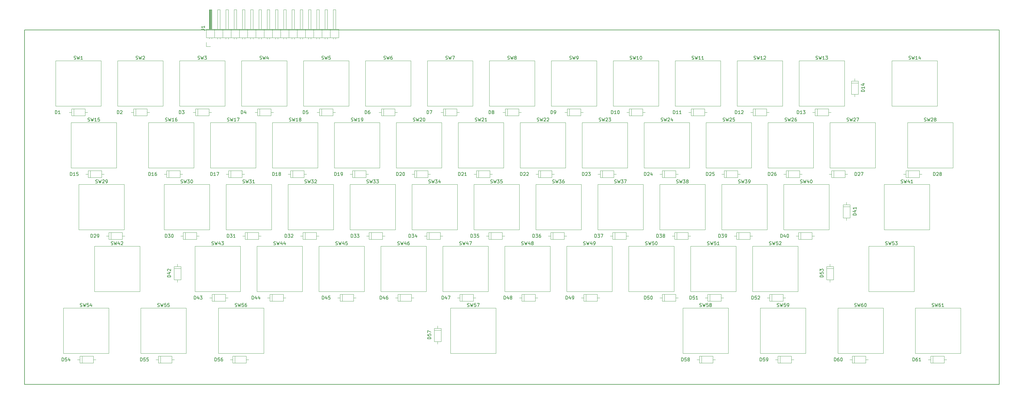
<source format=gbr>
%TF.GenerationSoftware,KiCad,Pcbnew,(5.0.1)-3*%
%TF.CreationDate,2018-12-07T19:46:10-06:00*%
%TF.ProjectId,z80sbc_keyboard,7A38307362635F6B6579626F6172642E,rev?*%
%TF.SameCoordinates,Original*%
%TF.FileFunction,Legend,Top*%
%TF.FilePolarity,Positive*%
%FSLAX46Y46*%
G04 Gerber Fmt 4.6, Leading zero omitted, Abs format (unit mm)*
G04 Created by KiCad (PCBNEW (5.0.1)-3) date 12/7/2018 7:46:10 PM*
%MOMM*%
%LPD*%
G01*
G04 APERTURE LIST*
%ADD10C,0.150000*%
%ADD11C,0.120000*%
G04 APERTURE END LIST*
D10*
X26670000Y-50800000D02*
X26670000Y-160020000D01*
X326390000Y-50800000D02*
X26670000Y-50800000D01*
X326390000Y-160020000D02*
X326390000Y-50800000D01*
X26670000Y-160020000D02*
X326390000Y-160020000D01*
D11*
X41780000Y-75140000D02*
X41780000Y-77260000D01*
X46010000Y-76200000D02*
X45240000Y-76200000D01*
X40350000Y-76200000D02*
X41120000Y-76200000D01*
X45240000Y-75140000D02*
X41120000Y-75140000D01*
X45240000Y-77260000D02*
X45240000Y-75140000D01*
X41120000Y-77260000D02*
X45240000Y-77260000D01*
X41120000Y-75140000D02*
X41120000Y-77260000D01*
X60170000Y-75140000D02*
X60170000Y-77260000D01*
X60170000Y-77260000D02*
X64290000Y-77260000D01*
X64290000Y-77260000D02*
X64290000Y-75140000D01*
X64290000Y-75140000D02*
X60170000Y-75140000D01*
X59400000Y-76200000D02*
X60170000Y-76200000D01*
X65060000Y-76200000D02*
X64290000Y-76200000D01*
X60830000Y-75140000D02*
X60830000Y-77260000D01*
X79880000Y-75140000D02*
X79880000Y-77260000D01*
X84110000Y-76200000D02*
X83340000Y-76200000D01*
X78450000Y-76200000D02*
X79220000Y-76200000D01*
X83340000Y-75140000D02*
X79220000Y-75140000D01*
X83340000Y-77260000D02*
X83340000Y-75140000D01*
X79220000Y-77260000D02*
X83340000Y-77260000D01*
X79220000Y-75140000D02*
X79220000Y-77260000D01*
X98930000Y-75140000D02*
X98930000Y-77260000D01*
X103160000Y-76200000D02*
X102390000Y-76200000D01*
X97500000Y-76200000D02*
X98270000Y-76200000D01*
X102390000Y-75140000D02*
X98270000Y-75140000D01*
X102390000Y-77260000D02*
X102390000Y-75140000D01*
X98270000Y-77260000D02*
X102390000Y-77260000D01*
X98270000Y-75140000D02*
X98270000Y-77260000D01*
X117980000Y-75140000D02*
X117980000Y-77260000D01*
X122210000Y-76200000D02*
X121440000Y-76200000D01*
X116550000Y-76200000D02*
X117320000Y-76200000D01*
X121440000Y-75140000D02*
X117320000Y-75140000D01*
X121440000Y-77260000D02*
X121440000Y-75140000D01*
X117320000Y-77260000D02*
X121440000Y-77260000D01*
X117320000Y-75140000D02*
X117320000Y-77260000D01*
X136370000Y-75140000D02*
X136370000Y-77260000D01*
X136370000Y-77260000D02*
X140490000Y-77260000D01*
X140490000Y-77260000D02*
X140490000Y-75140000D01*
X140490000Y-75140000D02*
X136370000Y-75140000D01*
X135600000Y-76200000D02*
X136370000Y-76200000D01*
X141260000Y-76200000D02*
X140490000Y-76200000D01*
X137030000Y-75140000D02*
X137030000Y-77260000D01*
X155420000Y-75140000D02*
X155420000Y-77260000D01*
X155420000Y-77260000D02*
X159540000Y-77260000D01*
X159540000Y-77260000D02*
X159540000Y-75140000D01*
X159540000Y-75140000D02*
X155420000Y-75140000D01*
X154650000Y-76200000D02*
X155420000Y-76200000D01*
X160310000Y-76200000D02*
X159540000Y-76200000D01*
X156080000Y-75140000D02*
X156080000Y-77260000D01*
X175130000Y-75140000D02*
X175130000Y-77260000D01*
X179360000Y-76200000D02*
X178590000Y-76200000D01*
X173700000Y-76200000D02*
X174470000Y-76200000D01*
X178590000Y-75140000D02*
X174470000Y-75140000D01*
X178590000Y-77260000D02*
X178590000Y-75140000D01*
X174470000Y-77260000D02*
X178590000Y-77260000D01*
X174470000Y-75140000D02*
X174470000Y-77260000D01*
X194180000Y-75140000D02*
X194180000Y-77260000D01*
X198410000Y-76200000D02*
X197640000Y-76200000D01*
X192750000Y-76200000D02*
X193520000Y-76200000D01*
X197640000Y-75140000D02*
X193520000Y-75140000D01*
X197640000Y-77260000D02*
X197640000Y-75140000D01*
X193520000Y-77260000D02*
X197640000Y-77260000D01*
X193520000Y-75140000D02*
X193520000Y-77260000D01*
X212570000Y-75140000D02*
X212570000Y-77260000D01*
X212570000Y-77260000D02*
X216690000Y-77260000D01*
X216690000Y-77260000D02*
X216690000Y-75140000D01*
X216690000Y-75140000D02*
X212570000Y-75140000D01*
X211800000Y-76200000D02*
X212570000Y-76200000D01*
X217460000Y-76200000D02*
X216690000Y-76200000D01*
X213230000Y-75140000D02*
X213230000Y-77260000D01*
X231620000Y-75140000D02*
X231620000Y-77260000D01*
X231620000Y-77260000D02*
X235740000Y-77260000D01*
X235740000Y-77260000D02*
X235740000Y-75140000D01*
X235740000Y-75140000D02*
X231620000Y-75140000D01*
X230850000Y-76200000D02*
X231620000Y-76200000D01*
X236510000Y-76200000D02*
X235740000Y-76200000D01*
X232280000Y-75140000D02*
X232280000Y-77260000D01*
X251330000Y-75140000D02*
X251330000Y-77260000D01*
X255560000Y-76200000D02*
X254790000Y-76200000D01*
X249900000Y-76200000D02*
X250670000Y-76200000D01*
X254790000Y-75140000D02*
X250670000Y-75140000D01*
X254790000Y-77260000D02*
X254790000Y-75140000D01*
X250670000Y-77260000D02*
X254790000Y-77260000D01*
X250670000Y-75140000D02*
X250670000Y-77260000D01*
X269720000Y-75140000D02*
X269720000Y-77260000D01*
X269720000Y-77260000D02*
X273840000Y-77260000D01*
X273840000Y-77260000D02*
X273840000Y-75140000D01*
X273840000Y-75140000D02*
X269720000Y-75140000D01*
X268950000Y-76200000D02*
X269720000Y-76200000D01*
X274610000Y-76200000D02*
X273840000Y-76200000D01*
X270380000Y-75140000D02*
X270380000Y-77260000D01*
X283000000Y-67180000D02*
X280880000Y-67180000D01*
X281940000Y-71410000D02*
X281940000Y-70640000D01*
X281940000Y-65750000D02*
X281940000Y-66520000D01*
X283000000Y-70640000D02*
X283000000Y-66520000D01*
X280880000Y-70640000D02*
X283000000Y-70640000D01*
X280880000Y-66520000D02*
X280880000Y-70640000D01*
X283000000Y-66520000D02*
X280880000Y-66520000D01*
X46860000Y-94190000D02*
X46860000Y-96310000D01*
X51090000Y-95250000D02*
X50320000Y-95250000D01*
X45430000Y-95250000D02*
X46200000Y-95250000D01*
X50320000Y-94190000D02*
X46200000Y-94190000D01*
X50320000Y-96310000D02*
X50320000Y-94190000D01*
X46200000Y-96310000D02*
X50320000Y-96310000D01*
X46200000Y-94190000D02*
X46200000Y-96310000D01*
X70330000Y-94190000D02*
X70330000Y-96310000D01*
X70330000Y-96310000D02*
X74450000Y-96310000D01*
X74450000Y-96310000D02*
X74450000Y-94190000D01*
X74450000Y-94190000D02*
X70330000Y-94190000D01*
X69560000Y-95250000D02*
X70330000Y-95250000D01*
X75220000Y-95250000D02*
X74450000Y-95250000D01*
X70990000Y-94190000D02*
X70990000Y-96310000D01*
X90040000Y-94190000D02*
X90040000Y-96310000D01*
X94270000Y-95250000D02*
X93500000Y-95250000D01*
X88610000Y-95250000D02*
X89380000Y-95250000D01*
X93500000Y-94190000D02*
X89380000Y-94190000D01*
X93500000Y-96310000D02*
X93500000Y-94190000D01*
X89380000Y-96310000D02*
X93500000Y-96310000D01*
X89380000Y-94190000D02*
X89380000Y-96310000D01*
X108430000Y-94190000D02*
X108430000Y-96310000D01*
X108430000Y-96310000D02*
X112550000Y-96310000D01*
X112550000Y-96310000D02*
X112550000Y-94190000D01*
X112550000Y-94190000D02*
X108430000Y-94190000D01*
X107660000Y-95250000D02*
X108430000Y-95250000D01*
X113320000Y-95250000D02*
X112550000Y-95250000D01*
X109090000Y-94190000D02*
X109090000Y-96310000D01*
X128140000Y-94190000D02*
X128140000Y-96310000D01*
X132370000Y-95250000D02*
X131600000Y-95250000D01*
X126710000Y-95250000D02*
X127480000Y-95250000D01*
X131600000Y-94190000D02*
X127480000Y-94190000D01*
X131600000Y-96310000D02*
X131600000Y-94190000D01*
X127480000Y-96310000D02*
X131600000Y-96310000D01*
X127480000Y-94190000D02*
X127480000Y-96310000D01*
X146530000Y-94190000D02*
X146530000Y-96310000D01*
X146530000Y-96310000D02*
X150650000Y-96310000D01*
X150650000Y-96310000D02*
X150650000Y-94190000D01*
X150650000Y-94190000D02*
X146530000Y-94190000D01*
X145760000Y-95250000D02*
X146530000Y-95250000D01*
X151420000Y-95250000D02*
X150650000Y-95250000D01*
X147190000Y-94190000D02*
X147190000Y-96310000D01*
X166240000Y-94190000D02*
X166240000Y-96310000D01*
X170470000Y-95250000D02*
X169700000Y-95250000D01*
X164810000Y-95250000D02*
X165580000Y-95250000D01*
X169700000Y-94190000D02*
X165580000Y-94190000D01*
X169700000Y-96310000D02*
X169700000Y-94190000D01*
X165580000Y-96310000D02*
X169700000Y-96310000D01*
X165580000Y-94190000D02*
X165580000Y-96310000D01*
X184630000Y-94190000D02*
X184630000Y-96310000D01*
X184630000Y-96310000D02*
X188750000Y-96310000D01*
X188750000Y-96310000D02*
X188750000Y-94190000D01*
X188750000Y-94190000D02*
X184630000Y-94190000D01*
X183860000Y-95250000D02*
X184630000Y-95250000D01*
X189520000Y-95250000D02*
X188750000Y-95250000D01*
X185290000Y-94190000D02*
X185290000Y-96310000D01*
X203680000Y-94190000D02*
X203680000Y-96310000D01*
X203680000Y-96310000D02*
X207800000Y-96310000D01*
X207800000Y-96310000D02*
X207800000Y-94190000D01*
X207800000Y-94190000D02*
X203680000Y-94190000D01*
X202910000Y-95250000D02*
X203680000Y-95250000D01*
X208570000Y-95250000D02*
X207800000Y-95250000D01*
X204340000Y-94190000D02*
X204340000Y-96310000D01*
X222730000Y-94190000D02*
X222730000Y-96310000D01*
X222730000Y-96310000D02*
X226850000Y-96310000D01*
X226850000Y-96310000D02*
X226850000Y-94190000D01*
X226850000Y-94190000D02*
X222730000Y-94190000D01*
X221960000Y-95250000D02*
X222730000Y-95250000D01*
X227620000Y-95250000D02*
X226850000Y-95250000D01*
X223390000Y-94190000D02*
X223390000Y-96310000D01*
X242440000Y-94190000D02*
X242440000Y-96310000D01*
X246670000Y-95250000D02*
X245900000Y-95250000D01*
X241010000Y-95250000D02*
X241780000Y-95250000D01*
X245900000Y-94190000D02*
X241780000Y-94190000D01*
X245900000Y-96310000D02*
X245900000Y-94190000D01*
X241780000Y-96310000D02*
X245900000Y-96310000D01*
X241780000Y-94190000D02*
X241780000Y-96310000D01*
X260830000Y-94190000D02*
X260830000Y-96310000D01*
X260830000Y-96310000D02*
X264950000Y-96310000D01*
X264950000Y-96310000D02*
X264950000Y-94190000D01*
X264950000Y-94190000D02*
X260830000Y-94190000D01*
X260060000Y-95250000D02*
X260830000Y-95250000D01*
X265720000Y-95250000D02*
X264950000Y-95250000D01*
X261490000Y-94190000D02*
X261490000Y-96310000D01*
X275460000Y-94190000D02*
X275460000Y-96310000D01*
X279690000Y-95250000D02*
X278920000Y-95250000D01*
X274030000Y-95250000D02*
X274800000Y-95250000D01*
X278920000Y-94190000D02*
X274800000Y-94190000D01*
X278920000Y-96310000D02*
X278920000Y-94190000D01*
X274800000Y-96310000D02*
X278920000Y-96310000D01*
X274800000Y-94190000D02*
X274800000Y-96310000D01*
X298320000Y-94190000D02*
X298320000Y-96310000D01*
X302550000Y-95250000D02*
X301780000Y-95250000D01*
X296890000Y-95250000D02*
X297660000Y-95250000D01*
X301780000Y-94190000D02*
X297660000Y-94190000D01*
X301780000Y-96310000D02*
X301780000Y-94190000D01*
X297660000Y-96310000D02*
X301780000Y-96310000D01*
X297660000Y-94190000D02*
X297660000Y-96310000D01*
X52550000Y-113240000D02*
X52550000Y-115360000D01*
X52550000Y-115360000D02*
X56670000Y-115360000D01*
X56670000Y-115360000D02*
X56670000Y-113240000D01*
X56670000Y-113240000D02*
X52550000Y-113240000D01*
X51780000Y-114300000D02*
X52550000Y-114300000D01*
X57440000Y-114300000D02*
X56670000Y-114300000D01*
X53210000Y-113240000D02*
X53210000Y-115360000D01*
X76070000Y-113240000D02*
X76070000Y-115360000D01*
X80300000Y-114300000D02*
X79530000Y-114300000D01*
X74640000Y-114300000D02*
X75410000Y-114300000D01*
X79530000Y-113240000D02*
X75410000Y-113240000D01*
X79530000Y-115360000D02*
X79530000Y-113240000D01*
X75410000Y-115360000D02*
X79530000Y-115360000D01*
X75410000Y-113240000D02*
X75410000Y-115360000D01*
X94460000Y-113240000D02*
X94460000Y-115360000D01*
X94460000Y-115360000D02*
X98580000Y-115360000D01*
X98580000Y-115360000D02*
X98580000Y-113240000D01*
X98580000Y-113240000D02*
X94460000Y-113240000D01*
X93690000Y-114300000D02*
X94460000Y-114300000D01*
X99350000Y-114300000D02*
X98580000Y-114300000D01*
X95120000Y-113240000D02*
X95120000Y-115360000D01*
X112900000Y-113240000D02*
X112900000Y-115360000D01*
X117130000Y-114300000D02*
X116360000Y-114300000D01*
X111470000Y-114300000D02*
X112240000Y-114300000D01*
X116360000Y-113240000D02*
X112240000Y-113240000D01*
X116360000Y-115360000D02*
X116360000Y-113240000D01*
X112240000Y-115360000D02*
X116360000Y-115360000D01*
X112240000Y-113240000D02*
X112240000Y-115360000D01*
X132560000Y-113240000D02*
X132560000Y-115360000D01*
X132560000Y-115360000D02*
X136680000Y-115360000D01*
X136680000Y-115360000D02*
X136680000Y-113240000D01*
X136680000Y-113240000D02*
X132560000Y-113240000D01*
X131790000Y-114300000D02*
X132560000Y-114300000D01*
X137450000Y-114300000D02*
X136680000Y-114300000D01*
X133220000Y-113240000D02*
X133220000Y-115360000D01*
X151000000Y-113240000D02*
X151000000Y-115360000D01*
X155230000Y-114300000D02*
X154460000Y-114300000D01*
X149570000Y-114300000D02*
X150340000Y-114300000D01*
X154460000Y-113240000D02*
X150340000Y-113240000D01*
X154460000Y-115360000D02*
X154460000Y-113240000D01*
X150340000Y-115360000D02*
X154460000Y-115360000D01*
X150340000Y-113240000D02*
X150340000Y-115360000D01*
X170050000Y-113240000D02*
X170050000Y-115360000D01*
X174280000Y-114300000D02*
X173510000Y-114300000D01*
X168620000Y-114300000D02*
X169390000Y-114300000D01*
X173510000Y-113240000D02*
X169390000Y-113240000D01*
X173510000Y-115360000D02*
X173510000Y-113240000D01*
X169390000Y-115360000D02*
X173510000Y-115360000D01*
X169390000Y-113240000D02*
X169390000Y-115360000D01*
X188440000Y-113240000D02*
X188440000Y-115360000D01*
X188440000Y-115360000D02*
X192560000Y-115360000D01*
X192560000Y-115360000D02*
X192560000Y-113240000D01*
X192560000Y-113240000D02*
X188440000Y-113240000D01*
X187670000Y-114300000D02*
X188440000Y-114300000D01*
X193330000Y-114300000D02*
X192560000Y-114300000D01*
X189100000Y-113240000D02*
X189100000Y-115360000D01*
X207490000Y-113240000D02*
X207490000Y-115360000D01*
X207490000Y-115360000D02*
X211610000Y-115360000D01*
X211610000Y-115360000D02*
X211610000Y-113240000D01*
X211610000Y-113240000D02*
X207490000Y-113240000D01*
X206720000Y-114300000D02*
X207490000Y-114300000D01*
X212380000Y-114300000D02*
X211610000Y-114300000D01*
X208150000Y-113240000D02*
X208150000Y-115360000D01*
X227200000Y-113240000D02*
X227200000Y-115360000D01*
X231430000Y-114300000D02*
X230660000Y-114300000D01*
X225770000Y-114300000D02*
X226540000Y-114300000D01*
X230660000Y-113240000D02*
X226540000Y-113240000D01*
X230660000Y-115360000D02*
X230660000Y-113240000D01*
X226540000Y-115360000D02*
X230660000Y-115360000D01*
X226540000Y-113240000D02*
X226540000Y-115360000D01*
X245590000Y-113240000D02*
X245590000Y-115360000D01*
X245590000Y-115360000D02*
X249710000Y-115360000D01*
X249710000Y-115360000D02*
X249710000Y-113240000D01*
X249710000Y-113240000D02*
X245590000Y-113240000D01*
X244820000Y-114300000D02*
X245590000Y-114300000D01*
X250480000Y-114300000D02*
X249710000Y-114300000D01*
X246250000Y-113240000D02*
X246250000Y-115360000D01*
X265300000Y-113240000D02*
X265300000Y-115360000D01*
X269530000Y-114300000D02*
X268760000Y-114300000D01*
X263870000Y-114300000D02*
X264640000Y-114300000D01*
X268760000Y-113240000D02*
X264640000Y-113240000D01*
X268760000Y-115360000D02*
X268760000Y-113240000D01*
X264640000Y-115360000D02*
X268760000Y-115360000D01*
X264640000Y-113240000D02*
X264640000Y-115360000D01*
X280460000Y-104620000D02*
X278340000Y-104620000D01*
X278340000Y-104620000D02*
X278340000Y-108740000D01*
X278340000Y-108740000D02*
X280460000Y-108740000D01*
X280460000Y-108740000D02*
X280460000Y-104620000D01*
X279400000Y-103850000D02*
X279400000Y-104620000D01*
X279400000Y-109510000D02*
X279400000Y-108740000D01*
X280460000Y-105280000D02*
X278340000Y-105280000D01*
X74720000Y-124330000D02*
X72600000Y-124330000D01*
X73660000Y-128560000D02*
X73660000Y-127790000D01*
X73660000Y-122900000D02*
X73660000Y-123670000D01*
X74720000Y-127790000D02*
X74720000Y-123670000D01*
X72600000Y-127790000D02*
X74720000Y-127790000D01*
X72600000Y-123670000D02*
X72600000Y-127790000D01*
X74720000Y-123670000D02*
X72600000Y-123670000D01*
X84300000Y-132290000D02*
X84300000Y-134410000D01*
X84300000Y-134410000D02*
X88420000Y-134410000D01*
X88420000Y-134410000D02*
X88420000Y-132290000D01*
X88420000Y-132290000D02*
X84300000Y-132290000D01*
X83530000Y-133350000D02*
X84300000Y-133350000D01*
X89190000Y-133350000D02*
X88420000Y-133350000D01*
X84960000Y-132290000D02*
X84960000Y-134410000D01*
X102740000Y-132290000D02*
X102740000Y-134410000D01*
X106970000Y-133350000D02*
X106200000Y-133350000D01*
X101310000Y-133350000D02*
X102080000Y-133350000D01*
X106200000Y-132290000D02*
X102080000Y-132290000D01*
X106200000Y-134410000D02*
X106200000Y-132290000D01*
X102080000Y-134410000D02*
X106200000Y-134410000D01*
X102080000Y-132290000D02*
X102080000Y-134410000D01*
X123670000Y-132290000D02*
X123670000Y-134410000D01*
X123670000Y-134410000D02*
X127790000Y-134410000D01*
X127790000Y-134410000D02*
X127790000Y-132290000D01*
X127790000Y-132290000D02*
X123670000Y-132290000D01*
X122900000Y-133350000D02*
X123670000Y-133350000D01*
X128560000Y-133350000D02*
X127790000Y-133350000D01*
X124330000Y-132290000D02*
X124330000Y-134410000D01*
X142110000Y-132290000D02*
X142110000Y-134410000D01*
X146340000Y-133350000D02*
X145570000Y-133350000D01*
X140680000Y-133350000D02*
X141450000Y-133350000D01*
X145570000Y-132290000D02*
X141450000Y-132290000D01*
X145570000Y-134410000D02*
X145570000Y-132290000D01*
X141450000Y-134410000D02*
X145570000Y-134410000D01*
X141450000Y-132290000D02*
X141450000Y-134410000D01*
X160500000Y-132290000D02*
X160500000Y-134410000D01*
X160500000Y-134410000D02*
X164620000Y-134410000D01*
X164620000Y-134410000D02*
X164620000Y-132290000D01*
X164620000Y-132290000D02*
X160500000Y-132290000D01*
X159730000Y-133350000D02*
X160500000Y-133350000D01*
X165390000Y-133350000D02*
X164620000Y-133350000D01*
X161160000Y-132290000D02*
X161160000Y-134410000D01*
X180210000Y-132290000D02*
X180210000Y-134410000D01*
X184440000Y-133350000D02*
X183670000Y-133350000D01*
X178780000Y-133350000D02*
X179550000Y-133350000D01*
X183670000Y-132290000D02*
X179550000Y-132290000D01*
X183670000Y-134410000D02*
X183670000Y-132290000D01*
X179550000Y-134410000D02*
X183670000Y-134410000D01*
X179550000Y-132290000D02*
X179550000Y-134410000D01*
X198600000Y-132290000D02*
X198600000Y-134410000D01*
X198600000Y-134410000D02*
X202720000Y-134410000D01*
X202720000Y-134410000D02*
X202720000Y-132290000D01*
X202720000Y-132290000D02*
X198600000Y-132290000D01*
X197830000Y-133350000D02*
X198600000Y-133350000D01*
X203490000Y-133350000D02*
X202720000Y-133350000D01*
X199260000Y-132290000D02*
X199260000Y-134410000D01*
X223390000Y-132290000D02*
X223390000Y-134410000D01*
X227620000Y-133350000D02*
X226850000Y-133350000D01*
X221960000Y-133350000D02*
X222730000Y-133350000D01*
X226850000Y-132290000D02*
X222730000Y-132290000D01*
X226850000Y-134410000D02*
X226850000Y-132290000D01*
X222730000Y-134410000D02*
X226850000Y-134410000D01*
X222730000Y-132290000D02*
X222730000Y-134410000D01*
X236700000Y-132290000D02*
X236700000Y-134410000D01*
X236700000Y-134410000D02*
X240820000Y-134410000D01*
X240820000Y-134410000D02*
X240820000Y-132290000D01*
X240820000Y-132290000D02*
X236700000Y-132290000D01*
X235930000Y-133350000D02*
X236700000Y-133350000D01*
X241590000Y-133350000D02*
X240820000Y-133350000D01*
X237360000Y-132290000D02*
X237360000Y-134410000D01*
X256410000Y-132290000D02*
X256410000Y-134410000D01*
X260640000Y-133350000D02*
X259870000Y-133350000D01*
X254980000Y-133350000D02*
X255750000Y-133350000D01*
X259870000Y-132290000D02*
X255750000Y-132290000D01*
X259870000Y-134410000D02*
X259870000Y-132290000D01*
X255750000Y-134410000D02*
X259870000Y-134410000D01*
X255750000Y-132290000D02*
X255750000Y-134410000D01*
X275380000Y-123670000D02*
X273260000Y-123670000D01*
X273260000Y-123670000D02*
X273260000Y-127790000D01*
X273260000Y-127790000D02*
X275380000Y-127790000D01*
X275380000Y-127790000D02*
X275380000Y-123670000D01*
X274320000Y-122900000D02*
X274320000Y-123670000D01*
X274320000Y-128560000D02*
X274320000Y-127790000D01*
X275380000Y-124330000D02*
X273260000Y-124330000D01*
X44320000Y-151340000D02*
X44320000Y-153460000D01*
X48550000Y-152400000D02*
X47780000Y-152400000D01*
X42890000Y-152400000D02*
X43660000Y-152400000D01*
X47780000Y-151340000D02*
X43660000Y-151340000D01*
X47780000Y-153460000D02*
X47780000Y-151340000D01*
X43660000Y-153460000D02*
X47780000Y-153460000D01*
X43660000Y-151340000D02*
X43660000Y-153460000D01*
X67790000Y-151340000D02*
X67790000Y-153460000D01*
X67790000Y-153460000D02*
X71910000Y-153460000D01*
X71910000Y-153460000D02*
X71910000Y-151340000D01*
X71910000Y-151340000D02*
X67790000Y-151340000D01*
X67020000Y-152400000D02*
X67790000Y-152400000D01*
X72680000Y-152400000D02*
X71910000Y-152400000D01*
X68450000Y-151340000D02*
X68450000Y-153460000D01*
X91310000Y-151340000D02*
X91310000Y-153460000D01*
X95540000Y-152400000D02*
X94770000Y-152400000D01*
X89880000Y-152400000D02*
X90650000Y-152400000D01*
X94770000Y-151340000D02*
X90650000Y-151340000D01*
X94770000Y-153460000D02*
X94770000Y-151340000D01*
X90650000Y-153460000D02*
X94770000Y-153460000D01*
X90650000Y-151340000D02*
X90650000Y-153460000D01*
X154730000Y-142720000D02*
X152610000Y-142720000D01*
X152610000Y-142720000D02*
X152610000Y-146840000D01*
X152610000Y-146840000D02*
X154730000Y-146840000D01*
X154730000Y-146840000D02*
X154730000Y-142720000D01*
X153670000Y-141950000D02*
X153670000Y-142720000D01*
X153670000Y-147610000D02*
X153670000Y-146840000D01*
X154730000Y-143380000D02*
X152610000Y-143380000D01*
X234820000Y-151340000D02*
X234820000Y-153460000D01*
X239050000Y-152400000D02*
X238280000Y-152400000D01*
X233390000Y-152400000D02*
X234160000Y-152400000D01*
X238280000Y-151340000D02*
X234160000Y-151340000D01*
X238280000Y-153460000D02*
X238280000Y-151340000D01*
X234160000Y-153460000D02*
X238280000Y-153460000D01*
X234160000Y-151340000D02*
X234160000Y-153460000D01*
X258290000Y-151340000D02*
X258290000Y-153460000D01*
X258290000Y-153460000D02*
X262410000Y-153460000D01*
X262410000Y-153460000D02*
X262410000Y-151340000D01*
X262410000Y-151340000D02*
X258290000Y-151340000D01*
X257520000Y-152400000D02*
X258290000Y-152400000D01*
X263180000Y-152400000D02*
X262410000Y-152400000D01*
X258950000Y-151340000D02*
X258950000Y-153460000D01*
X281810000Y-151340000D02*
X281810000Y-153460000D01*
X286040000Y-152400000D02*
X285270000Y-152400000D01*
X280380000Y-152400000D02*
X281150000Y-152400000D01*
X285270000Y-151340000D02*
X281150000Y-151340000D01*
X285270000Y-153460000D02*
X285270000Y-151340000D01*
X281150000Y-153460000D02*
X285270000Y-153460000D01*
X281150000Y-151340000D02*
X281150000Y-153460000D01*
X305280000Y-151340000D02*
X305280000Y-153460000D01*
X305280000Y-153460000D02*
X309400000Y-153460000D01*
X309400000Y-153460000D02*
X309400000Y-151340000D01*
X309400000Y-151340000D02*
X305280000Y-151340000D01*
X304510000Y-152400000D02*
X305280000Y-152400000D01*
X310170000Y-152400000D02*
X309400000Y-152400000D01*
X305940000Y-151340000D02*
X305940000Y-153460000D01*
X36195000Y-60325000D02*
X50165000Y-60325000D01*
X50165000Y-60325000D02*
X50165000Y-74295000D01*
X50165000Y-74295000D02*
X36195000Y-74295000D01*
X36195000Y-74295000D02*
X36195000Y-60325000D01*
X55245000Y-74295000D02*
X55245000Y-60325000D01*
X69215000Y-74295000D02*
X55245000Y-74295000D01*
X69215000Y-60325000D02*
X69215000Y-74295000D01*
X55245000Y-60325000D02*
X69215000Y-60325000D01*
X74295000Y-74295000D02*
X74295000Y-60325000D01*
X88265000Y-74295000D02*
X74295000Y-74295000D01*
X88265000Y-60325000D02*
X88265000Y-74295000D01*
X74295000Y-60325000D02*
X88265000Y-60325000D01*
X93345000Y-60325000D02*
X107315000Y-60325000D01*
X107315000Y-60325000D02*
X107315000Y-74295000D01*
X107315000Y-74295000D02*
X93345000Y-74295000D01*
X93345000Y-74295000D02*
X93345000Y-60325000D01*
X112395000Y-74295000D02*
X112395000Y-60325000D01*
X126365000Y-74295000D02*
X112395000Y-74295000D01*
X126365000Y-60325000D02*
X126365000Y-74295000D01*
X112395000Y-60325000D02*
X126365000Y-60325000D01*
X131445000Y-60325000D02*
X145415000Y-60325000D01*
X145415000Y-60325000D02*
X145415000Y-74295000D01*
X145415000Y-74295000D02*
X131445000Y-74295000D01*
X131445000Y-74295000D02*
X131445000Y-60325000D01*
X150495000Y-74295000D02*
X150495000Y-60325000D01*
X164465000Y-74295000D02*
X150495000Y-74295000D01*
X164465000Y-60325000D02*
X164465000Y-74295000D01*
X150495000Y-60325000D02*
X164465000Y-60325000D01*
X169545000Y-60325000D02*
X183515000Y-60325000D01*
X183515000Y-60325000D02*
X183515000Y-74295000D01*
X183515000Y-74295000D02*
X169545000Y-74295000D01*
X169545000Y-74295000D02*
X169545000Y-60325000D01*
X188595000Y-60325000D02*
X202565000Y-60325000D01*
X202565000Y-60325000D02*
X202565000Y-74295000D01*
X202565000Y-74295000D02*
X188595000Y-74295000D01*
X188595000Y-74295000D02*
X188595000Y-60325000D01*
X207645000Y-60325000D02*
X221615000Y-60325000D01*
X221615000Y-60325000D02*
X221615000Y-74295000D01*
X221615000Y-74295000D02*
X207645000Y-74295000D01*
X207645000Y-74295000D02*
X207645000Y-60325000D01*
X226695000Y-74295000D02*
X226695000Y-60325000D01*
X240665000Y-74295000D02*
X226695000Y-74295000D01*
X240665000Y-60325000D02*
X240665000Y-74295000D01*
X226695000Y-60325000D02*
X240665000Y-60325000D01*
X245745000Y-60325000D02*
X259715000Y-60325000D01*
X259715000Y-60325000D02*
X259715000Y-74295000D01*
X259715000Y-74295000D02*
X245745000Y-74295000D01*
X245745000Y-74295000D02*
X245745000Y-60325000D01*
X264795000Y-74295000D02*
X264795000Y-60325000D01*
X278765000Y-74295000D02*
X264795000Y-74295000D01*
X278765000Y-60325000D02*
X278765000Y-74295000D01*
X264795000Y-60325000D02*
X278765000Y-60325000D01*
X64770000Y-93345000D02*
X64770000Y-79375000D01*
X78740000Y-93345000D02*
X64770000Y-93345000D01*
X78740000Y-79375000D02*
X78740000Y-93345000D01*
X64770000Y-79375000D02*
X78740000Y-79375000D01*
X83820000Y-93345000D02*
X83820000Y-79375000D01*
X97790000Y-93345000D02*
X83820000Y-93345000D01*
X97790000Y-79375000D02*
X97790000Y-93345000D01*
X83820000Y-79375000D02*
X97790000Y-79375000D01*
X102870000Y-79375000D02*
X116840000Y-79375000D01*
X116840000Y-79375000D02*
X116840000Y-93345000D01*
X116840000Y-93345000D02*
X102870000Y-93345000D01*
X102870000Y-93345000D02*
X102870000Y-79375000D01*
X121920000Y-93345000D02*
X121920000Y-79375000D01*
X135890000Y-93345000D02*
X121920000Y-93345000D01*
X135890000Y-79375000D02*
X135890000Y-93345000D01*
X121920000Y-79375000D02*
X135890000Y-79375000D01*
X140970000Y-93345000D02*
X140970000Y-79375000D01*
X154940000Y-93345000D02*
X140970000Y-93345000D01*
X154940000Y-79375000D02*
X154940000Y-93345000D01*
X140970000Y-79375000D02*
X154940000Y-79375000D01*
X160020000Y-79375000D02*
X173990000Y-79375000D01*
X173990000Y-79375000D02*
X173990000Y-93345000D01*
X173990000Y-93345000D02*
X160020000Y-93345000D01*
X160020000Y-93345000D02*
X160020000Y-79375000D01*
X179070000Y-93345000D02*
X179070000Y-79375000D01*
X193040000Y-93345000D02*
X179070000Y-93345000D01*
X193040000Y-79375000D02*
X193040000Y-93345000D01*
X179070000Y-79375000D02*
X193040000Y-79375000D01*
X198120000Y-79375000D02*
X212090000Y-79375000D01*
X212090000Y-79375000D02*
X212090000Y-93345000D01*
X212090000Y-93345000D02*
X198120000Y-93345000D01*
X198120000Y-93345000D02*
X198120000Y-79375000D01*
X217170000Y-79375000D02*
X231140000Y-79375000D01*
X231140000Y-79375000D02*
X231140000Y-93345000D01*
X231140000Y-93345000D02*
X217170000Y-93345000D01*
X217170000Y-93345000D02*
X217170000Y-79375000D01*
X236220000Y-79375000D02*
X250190000Y-79375000D01*
X250190000Y-79375000D02*
X250190000Y-93345000D01*
X250190000Y-93345000D02*
X236220000Y-93345000D01*
X236220000Y-93345000D02*
X236220000Y-79375000D01*
X255270000Y-93345000D02*
X255270000Y-79375000D01*
X269240000Y-93345000D02*
X255270000Y-93345000D01*
X269240000Y-79375000D02*
X269240000Y-93345000D01*
X255270000Y-79375000D02*
X269240000Y-79375000D01*
X274320000Y-93345000D02*
X274320000Y-79375000D01*
X288290000Y-93345000D02*
X274320000Y-93345000D01*
X288290000Y-79375000D02*
X288290000Y-93345000D01*
X274320000Y-79375000D02*
X288290000Y-79375000D01*
X69532500Y-112395000D02*
X69532500Y-98425000D01*
X83502500Y-112395000D02*
X69532500Y-112395000D01*
X83502500Y-98425000D02*
X83502500Y-112395000D01*
X69532500Y-98425000D02*
X83502500Y-98425000D01*
X88582500Y-98425000D02*
X102552500Y-98425000D01*
X102552500Y-98425000D02*
X102552500Y-112395000D01*
X102552500Y-112395000D02*
X88582500Y-112395000D01*
X88582500Y-112395000D02*
X88582500Y-98425000D01*
X107633000Y-98425000D02*
X121603000Y-98425000D01*
X121603000Y-98425000D02*
X121603000Y-112395000D01*
X121603000Y-112395000D02*
X107633000Y-112395000D01*
X107633000Y-112395000D02*
X107633000Y-98425000D01*
X126683000Y-98425000D02*
X140653000Y-98425000D01*
X140653000Y-98425000D02*
X140653000Y-112395000D01*
X140653000Y-112395000D02*
X126683000Y-112395000D01*
X126683000Y-112395000D02*
X126683000Y-98425000D01*
X145733000Y-112395000D02*
X145733000Y-98425000D01*
X159703000Y-112395000D02*
X145733000Y-112395000D01*
X159703000Y-98425000D02*
X159703000Y-112395000D01*
X145733000Y-98425000D02*
X159703000Y-98425000D01*
X164783000Y-98425000D02*
X178753000Y-98425000D01*
X178753000Y-98425000D02*
X178753000Y-112395000D01*
X178753000Y-112395000D02*
X164783000Y-112395000D01*
X164783000Y-112395000D02*
X164783000Y-98425000D01*
X183833000Y-112395000D02*
X183833000Y-98425000D01*
X197803000Y-112395000D02*
X183833000Y-112395000D01*
X197803000Y-98425000D02*
X197803000Y-112395000D01*
X183833000Y-98425000D02*
X197803000Y-98425000D01*
X202883000Y-112395000D02*
X202883000Y-98425000D01*
X216853000Y-112395000D02*
X202883000Y-112395000D01*
X216853000Y-98425000D02*
X216853000Y-112395000D01*
X202883000Y-98425000D02*
X216853000Y-98425000D01*
X221933000Y-98425000D02*
X235903000Y-98425000D01*
X235903000Y-98425000D02*
X235903000Y-112395000D01*
X235903000Y-112395000D02*
X221933000Y-112395000D01*
X221933000Y-112395000D02*
X221933000Y-98425000D01*
X240983000Y-112395000D02*
X240983000Y-98425000D01*
X254953000Y-112395000D02*
X240983000Y-112395000D01*
X254953000Y-98425000D02*
X254953000Y-112395000D01*
X240983000Y-98425000D02*
X254953000Y-98425000D01*
X260033000Y-112395000D02*
X260033000Y-98425000D01*
X274003000Y-112395000D02*
X260033000Y-112395000D01*
X274003000Y-98425000D02*
X274003000Y-112395000D01*
X260033000Y-98425000D02*
X274003000Y-98425000D01*
X79057500Y-117475000D02*
X93027500Y-117475000D01*
X93027500Y-117475000D02*
X93027500Y-131445000D01*
X93027500Y-131445000D02*
X79057500Y-131445000D01*
X79057500Y-131445000D02*
X79057500Y-117475000D01*
X98107000Y-131445000D02*
X98107000Y-117475000D01*
X112077000Y-131445000D02*
X98107000Y-131445000D01*
X112077000Y-117475000D02*
X112077000Y-131445000D01*
X98107000Y-117475000D02*
X112077000Y-117475000D01*
X117157000Y-131445000D02*
X117157000Y-117475000D01*
X131127000Y-131445000D02*
X117157000Y-131445000D01*
X131127000Y-117475000D02*
X131127000Y-131445000D01*
X117157000Y-117475000D02*
X131127000Y-117475000D01*
X136207000Y-131445000D02*
X136207000Y-117475000D01*
X150177000Y-131445000D02*
X136207000Y-131445000D01*
X150177000Y-117475000D02*
X150177000Y-131445000D01*
X136207000Y-117475000D02*
X150177000Y-117475000D01*
X155257000Y-117475000D02*
X169227000Y-117475000D01*
X169227000Y-117475000D02*
X169227000Y-131445000D01*
X169227000Y-131445000D02*
X155257000Y-131445000D01*
X155257000Y-131445000D02*
X155257000Y-117475000D01*
X174307000Y-131445000D02*
X174307000Y-117475000D01*
X188277000Y-131445000D02*
X174307000Y-131445000D01*
X188277000Y-117475000D02*
X188277000Y-131445000D01*
X174307000Y-117475000D02*
X188277000Y-117475000D01*
X193357000Y-117475000D02*
X207327000Y-117475000D01*
X207327000Y-117475000D02*
X207327000Y-131445000D01*
X207327000Y-131445000D02*
X193357000Y-131445000D01*
X193357000Y-131445000D02*
X193357000Y-117475000D01*
X212407000Y-131445000D02*
X212407000Y-117475000D01*
X226377000Y-131445000D02*
X212407000Y-131445000D01*
X226377000Y-117475000D02*
X226377000Y-131445000D01*
X212407000Y-117475000D02*
X226377000Y-117475000D01*
X231457000Y-131445000D02*
X231457000Y-117475000D01*
X245427000Y-131445000D02*
X231457000Y-131445000D01*
X245427000Y-117475000D02*
X245427000Y-131445000D01*
X231457000Y-117475000D02*
X245427000Y-117475000D01*
X250507000Y-117475000D02*
X264477000Y-117475000D01*
X264477000Y-117475000D02*
X264477000Y-131445000D01*
X264477000Y-131445000D02*
X250507000Y-131445000D01*
X250507000Y-131445000D02*
X250507000Y-117475000D01*
X293370000Y-74295000D02*
X293370000Y-60325000D01*
X307340000Y-74295000D02*
X293370000Y-74295000D01*
X307340000Y-60325000D02*
X307340000Y-74295000D01*
X293370000Y-60325000D02*
X307340000Y-60325000D01*
X40957500Y-93345000D02*
X40957500Y-79375000D01*
X54927500Y-93345000D02*
X40957500Y-93345000D01*
X54927500Y-79375000D02*
X54927500Y-93345000D01*
X40957500Y-79375000D02*
X54927500Y-79375000D01*
X298133000Y-93345000D02*
X298133000Y-79375000D01*
X312103000Y-93345000D02*
X298133000Y-93345000D01*
X312103000Y-79375000D02*
X312103000Y-93345000D01*
X298133000Y-79375000D02*
X312103000Y-79375000D01*
X43338800Y-112395000D02*
X43338800Y-98425000D01*
X57308800Y-112395000D02*
X43338800Y-112395000D01*
X57308800Y-98425000D02*
X57308800Y-112395000D01*
X43338800Y-98425000D02*
X57308800Y-98425000D01*
X290989000Y-112395000D02*
X290989000Y-98425000D01*
X304959000Y-112395000D02*
X290989000Y-112395000D01*
X304959000Y-98425000D02*
X304959000Y-112395000D01*
X290989000Y-98425000D02*
X304959000Y-98425000D01*
X48101200Y-117475000D02*
X62071200Y-117475000D01*
X62071200Y-117475000D02*
X62071200Y-131445000D01*
X62071200Y-131445000D02*
X48101200Y-131445000D01*
X48101200Y-131445000D02*
X48101200Y-117475000D01*
X286226000Y-131445000D02*
X286226000Y-117475000D01*
X300196000Y-131445000D02*
X286226000Y-131445000D01*
X300196000Y-117475000D02*
X300196000Y-131445000D01*
X286226000Y-117475000D02*
X300196000Y-117475000D01*
X38576200Y-136525000D02*
X52546200Y-136525000D01*
X52546200Y-136525000D02*
X52546200Y-150495000D01*
X52546200Y-150495000D02*
X38576200Y-150495000D01*
X38576200Y-150495000D02*
X38576200Y-136525000D01*
X62388800Y-150495000D02*
X62388800Y-136525000D01*
X76358800Y-150495000D02*
X62388800Y-150495000D01*
X76358800Y-136525000D02*
X76358800Y-150495000D01*
X62388800Y-136525000D02*
X76358800Y-136525000D01*
X86201200Y-136525000D02*
X100171200Y-136525000D01*
X100171200Y-136525000D02*
X100171200Y-150495000D01*
X100171200Y-150495000D02*
X86201200Y-150495000D01*
X86201200Y-150495000D02*
X86201200Y-136525000D01*
X157639000Y-150495000D02*
X157639000Y-136525000D01*
X171609000Y-150495000D02*
X157639000Y-150495000D01*
X171609000Y-136525000D02*
X171609000Y-150495000D01*
X157639000Y-136525000D02*
X171609000Y-136525000D01*
X229076000Y-150495000D02*
X229076000Y-136525000D01*
X243046000Y-150495000D02*
X229076000Y-150495000D01*
X243046000Y-136525000D02*
X243046000Y-150495000D01*
X229076000Y-136525000D02*
X243046000Y-136525000D01*
X252889000Y-150495000D02*
X252889000Y-136525000D01*
X266859000Y-150495000D02*
X252889000Y-150495000D01*
X266859000Y-136525000D02*
X266859000Y-150495000D01*
X252889000Y-136525000D02*
X266859000Y-136525000D01*
X276701000Y-136525000D02*
X290671000Y-136525000D01*
X290671000Y-136525000D02*
X290671000Y-150495000D01*
X290671000Y-150495000D02*
X276701000Y-150495000D01*
X276701000Y-150495000D02*
X276701000Y-136525000D01*
X300514000Y-150495000D02*
X300514000Y-136525000D01*
X314484000Y-150495000D02*
X300514000Y-150495000D01*
X314484000Y-136525000D02*
X314484000Y-150495000D01*
X300514000Y-136525000D02*
X314484000Y-136525000D01*
X82550000Y-55880000D02*
X82550000Y-54610000D01*
X83820000Y-55880000D02*
X82550000Y-55880000D01*
X122300000Y-53567071D02*
X122300000Y-53170000D01*
X121540000Y-53567071D02*
X121540000Y-53170000D01*
X122300000Y-44510000D02*
X122300000Y-50510000D01*
X121540000Y-44510000D02*
X122300000Y-44510000D01*
X121540000Y-50510000D02*
X121540000Y-44510000D01*
X120650000Y-53170000D02*
X120650000Y-50510000D01*
X119760000Y-53567071D02*
X119760000Y-53170000D01*
X119000000Y-53567071D02*
X119000000Y-53170000D01*
X119760000Y-44510000D02*
X119760000Y-50510000D01*
X119000000Y-44510000D02*
X119760000Y-44510000D01*
X119000000Y-50510000D02*
X119000000Y-44510000D01*
X118110000Y-53170000D02*
X118110000Y-50510000D01*
X117220000Y-53567071D02*
X117220000Y-53170000D01*
X116460000Y-53567071D02*
X116460000Y-53170000D01*
X117220000Y-44510000D02*
X117220000Y-50510000D01*
X116460000Y-44510000D02*
X117220000Y-44510000D01*
X116460000Y-50510000D02*
X116460000Y-44510000D01*
X115570000Y-53170000D02*
X115570000Y-50510000D01*
X114680000Y-53567071D02*
X114680000Y-53170000D01*
X113920000Y-53567071D02*
X113920000Y-53170000D01*
X114680000Y-44510000D02*
X114680000Y-50510000D01*
X113920000Y-44510000D02*
X114680000Y-44510000D01*
X113920000Y-50510000D02*
X113920000Y-44510000D01*
X113030000Y-53170000D02*
X113030000Y-50510000D01*
X112140000Y-53567071D02*
X112140000Y-53170000D01*
X111380000Y-53567071D02*
X111380000Y-53170000D01*
X112140000Y-44510000D02*
X112140000Y-50510000D01*
X111380000Y-44510000D02*
X112140000Y-44510000D01*
X111380000Y-50510000D02*
X111380000Y-44510000D01*
X110490000Y-53170000D02*
X110490000Y-50510000D01*
X109600000Y-53567071D02*
X109600000Y-53170000D01*
X108840000Y-53567071D02*
X108840000Y-53170000D01*
X109600000Y-44510000D02*
X109600000Y-50510000D01*
X108840000Y-44510000D02*
X109600000Y-44510000D01*
X108840000Y-50510000D02*
X108840000Y-44510000D01*
X107950000Y-53170000D02*
X107950000Y-50510000D01*
X107060000Y-53567071D02*
X107060000Y-53170000D01*
X106300000Y-53567071D02*
X106300000Y-53170000D01*
X107060000Y-44510000D02*
X107060000Y-50510000D01*
X106300000Y-44510000D02*
X107060000Y-44510000D01*
X106300000Y-50510000D02*
X106300000Y-44510000D01*
X105410000Y-53170000D02*
X105410000Y-50510000D01*
X104520000Y-53567071D02*
X104520000Y-53170000D01*
X103760000Y-53567071D02*
X103760000Y-53170000D01*
X104520000Y-44510000D02*
X104520000Y-50510000D01*
X103760000Y-44510000D02*
X104520000Y-44510000D01*
X103760000Y-50510000D02*
X103760000Y-44510000D01*
X102870000Y-53170000D02*
X102870000Y-50510000D01*
X101980000Y-53567071D02*
X101980000Y-53170000D01*
X101220000Y-53567071D02*
X101220000Y-53170000D01*
X101980000Y-44510000D02*
X101980000Y-50510000D01*
X101220000Y-44510000D02*
X101980000Y-44510000D01*
X101220000Y-50510000D02*
X101220000Y-44510000D01*
X100330000Y-53170000D02*
X100330000Y-50510000D01*
X99440000Y-53567071D02*
X99440000Y-53170000D01*
X98680000Y-53567071D02*
X98680000Y-53170000D01*
X99440000Y-44510000D02*
X99440000Y-50510000D01*
X98680000Y-44510000D02*
X99440000Y-44510000D01*
X98680000Y-50510000D02*
X98680000Y-44510000D01*
X97790000Y-53170000D02*
X97790000Y-50510000D01*
X96900000Y-53567071D02*
X96900000Y-53170000D01*
X96140000Y-53567071D02*
X96140000Y-53170000D01*
X96900000Y-44510000D02*
X96900000Y-50510000D01*
X96140000Y-44510000D02*
X96900000Y-44510000D01*
X96140000Y-50510000D02*
X96140000Y-44510000D01*
X95250000Y-53170000D02*
X95250000Y-50510000D01*
X94360000Y-53567071D02*
X94360000Y-53170000D01*
X93600000Y-53567071D02*
X93600000Y-53170000D01*
X94360000Y-44510000D02*
X94360000Y-50510000D01*
X93600000Y-44510000D02*
X94360000Y-44510000D01*
X93600000Y-50510000D02*
X93600000Y-44510000D01*
X92710000Y-53170000D02*
X92710000Y-50510000D01*
X91820000Y-53567071D02*
X91820000Y-53170000D01*
X91060000Y-53567071D02*
X91060000Y-53170000D01*
X91820000Y-44510000D02*
X91820000Y-50510000D01*
X91060000Y-44510000D02*
X91820000Y-44510000D01*
X91060000Y-50510000D02*
X91060000Y-44510000D01*
X90170000Y-53170000D02*
X90170000Y-50510000D01*
X89280000Y-53567071D02*
X89280000Y-53170000D01*
X88520000Y-53567071D02*
X88520000Y-53170000D01*
X89280000Y-44510000D02*
X89280000Y-50510000D01*
X88520000Y-44510000D02*
X89280000Y-44510000D01*
X88520000Y-50510000D02*
X88520000Y-44510000D01*
X87630000Y-53170000D02*
X87630000Y-50510000D01*
X86740000Y-53567071D02*
X86740000Y-53170000D01*
X85980000Y-53567071D02*
X85980000Y-53170000D01*
X86740000Y-44510000D02*
X86740000Y-50510000D01*
X85980000Y-44510000D02*
X86740000Y-44510000D01*
X85980000Y-50510000D02*
X85980000Y-44510000D01*
X85090000Y-53170000D02*
X85090000Y-50510000D01*
X84200000Y-53500000D02*
X84200000Y-53170000D01*
X83440000Y-53500000D02*
X83440000Y-53170000D01*
X84100000Y-50510000D02*
X84100000Y-44510000D01*
X83980000Y-50510000D02*
X83980000Y-44510000D01*
X83860000Y-50510000D02*
X83860000Y-44510000D01*
X83740000Y-50510000D02*
X83740000Y-44510000D01*
X83620000Y-50510000D02*
X83620000Y-44510000D01*
X83500000Y-50510000D02*
X83500000Y-44510000D01*
X84200000Y-44510000D02*
X84200000Y-50510000D01*
X83440000Y-44510000D02*
X84200000Y-44510000D01*
X83440000Y-50510000D02*
X83440000Y-44510000D01*
X82490000Y-50510000D02*
X82490000Y-53170000D01*
X123250000Y-50510000D02*
X82490000Y-50510000D01*
X123250000Y-53170000D02*
X123250000Y-50510000D01*
X82490000Y-53170000D02*
X123250000Y-53170000D01*
D10*
X36091904Y-76652380D02*
X36091904Y-75652380D01*
X36330000Y-75652380D01*
X36472857Y-75700000D01*
X36568095Y-75795238D01*
X36615714Y-75890476D01*
X36663333Y-76080952D01*
X36663333Y-76223809D01*
X36615714Y-76414285D01*
X36568095Y-76509523D01*
X36472857Y-76604761D01*
X36330000Y-76652380D01*
X36091904Y-76652380D01*
X37615714Y-76652380D02*
X37044285Y-76652380D01*
X37330000Y-76652380D02*
X37330000Y-75652380D01*
X37234761Y-75795238D01*
X37139523Y-75890476D01*
X37044285Y-75938095D01*
X55141904Y-76652380D02*
X55141904Y-75652380D01*
X55380000Y-75652380D01*
X55522857Y-75700000D01*
X55618095Y-75795238D01*
X55665714Y-75890476D01*
X55713333Y-76080952D01*
X55713333Y-76223809D01*
X55665714Y-76414285D01*
X55618095Y-76509523D01*
X55522857Y-76604761D01*
X55380000Y-76652380D01*
X55141904Y-76652380D01*
X56094285Y-75747619D02*
X56141904Y-75700000D01*
X56237142Y-75652380D01*
X56475238Y-75652380D01*
X56570476Y-75700000D01*
X56618095Y-75747619D01*
X56665714Y-75842857D01*
X56665714Y-75938095D01*
X56618095Y-76080952D01*
X56046666Y-76652380D01*
X56665714Y-76652380D01*
X74191904Y-76652380D02*
X74191904Y-75652380D01*
X74430000Y-75652380D01*
X74572857Y-75700000D01*
X74668095Y-75795238D01*
X74715714Y-75890476D01*
X74763333Y-76080952D01*
X74763333Y-76223809D01*
X74715714Y-76414285D01*
X74668095Y-76509523D01*
X74572857Y-76604761D01*
X74430000Y-76652380D01*
X74191904Y-76652380D01*
X75096666Y-75652380D02*
X75715714Y-75652380D01*
X75382380Y-76033333D01*
X75525238Y-76033333D01*
X75620476Y-76080952D01*
X75668095Y-76128571D01*
X75715714Y-76223809D01*
X75715714Y-76461904D01*
X75668095Y-76557142D01*
X75620476Y-76604761D01*
X75525238Y-76652380D01*
X75239523Y-76652380D01*
X75144285Y-76604761D01*
X75096666Y-76557142D01*
X93241904Y-76652380D02*
X93241904Y-75652380D01*
X93480000Y-75652380D01*
X93622857Y-75700000D01*
X93718095Y-75795238D01*
X93765714Y-75890476D01*
X93813333Y-76080952D01*
X93813333Y-76223809D01*
X93765714Y-76414285D01*
X93718095Y-76509523D01*
X93622857Y-76604761D01*
X93480000Y-76652380D01*
X93241904Y-76652380D01*
X94670476Y-75985714D02*
X94670476Y-76652380D01*
X94432380Y-75604761D02*
X94194285Y-76319047D01*
X94813333Y-76319047D01*
X112291904Y-76652380D02*
X112291904Y-75652380D01*
X112530000Y-75652380D01*
X112672857Y-75700000D01*
X112768095Y-75795238D01*
X112815714Y-75890476D01*
X112863333Y-76080952D01*
X112863333Y-76223809D01*
X112815714Y-76414285D01*
X112768095Y-76509523D01*
X112672857Y-76604761D01*
X112530000Y-76652380D01*
X112291904Y-76652380D01*
X113768095Y-75652380D02*
X113291904Y-75652380D01*
X113244285Y-76128571D01*
X113291904Y-76080952D01*
X113387142Y-76033333D01*
X113625238Y-76033333D01*
X113720476Y-76080952D01*
X113768095Y-76128571D01*
X113815714Y-76223809D01*
X113815714Y-76461904D01*
X113768095Y-76557142D01*
X113720476Y-76604761D01*
X113625238Y-76652380D01*
X113387142Y-76652380D01*
X113291904Y-76604761D01*
X113244285Y-76557142D01*
X131341904Y-76652380D02*
X131341904Y-75652380D01*
X131580000Y-75652380D01*
X131722857Y-75700000D01*
X131818095Y-75795238D01*
X131865714Y-75890476D01*
X131913333Y-76080952D01*
X131913333Y-76223809D01*
X131865714Y-76414285D01*
X131818095Y-76509523D01*
X131722857Y-76604761D01*
X131580000Y-76652380D01*
X131341904Y-76652380D01*
X132770476Y-75652380D02*
X132580000Y-75652380D01*
X132484761Y-75700000D01*
X132437142Y-75747619D01*
X132341904Y-75890476D01*
X132294285Y-76080952D01*
X132294285Y-76461904D01*
X132341904Y-76557142D01*
X132389523Y-76604761D01*
X132484761Y-76652380D01*
X132675238Y-76652380D01*
X132770476Y-76604761D01*
X132818095Y-76557142D01*
X132865714Y-76461904D01*
X132865714Y-76223809D01*
X132818095Y-76128571D01*
X132770476Y-76080952D01*
X132675238Y-76033333D01*
X132484761Y-76033333D01*
X132389523Y-76080952D01*
X132341904Y-76128571D01*
X132294285Y-76223809D01*
X150391904Y-76652380D02*
X150391904Y-75652380D01*
X150630000Y-75652380D01*
X150772857Y-75700000D01*
X150868095Y-75795238D01*
X150915714Y-75890476D01*
X150963333Y-76080952D01*
X150963333Y-76223809D01*
X150915714Y-76414285D01*
X150868095Y-76509523D01*
X150772857Y-76604761D01*
X150630000Y-76652380D01*
X150391904Y-76652380D01*
X151296666Y-75652380D02*
X151963333Y-75652380D01*
X151534761Y-76652380D01*
X169441904Y-76652380D02*
X169441904Y-75652380D01*
X169680000Y-75652380D01*
X169822857Y-75700000D01*
X169918095Y-75795238D01*
X169965714Y-75890476D01*
X170013333Y-76080952D01*
X170013333Y-76223809D01*
X169965714Y-76414285D01*
X169918095Y-76509523D01*
X169822857Y-76604761D01*
X169680000Y-76652380D01*
X169441904Y-76652380D01*
X170584761Y-76080952D02*
X170489523Y-76033333D01*
X170441904Y-75985714D01*
X170394285Y-75890476D01*
X170394285Y-75842857D01*
X170441904Y-75747619D01*
X170489523Y-75700000D01*
X170584761Y-75652380D01*
X170775238Y-75652380D01*
X170870476Y-75700000D01*
X170918095Y-75747619D01*
X170965714Y-75842857D01*
X170965714Y-75890476D01*
X170918095Y-75985714D01*
X170870476Y-76033333D01*
X170775238Y-76080952D01*
X170584761Y-76080952D01*
X170489523Y-76128571D01*
X170441904Y-76176190D01*
X170394285Y-76271428D01*
X170394285Y-76461904D01*
X170441904Y-76557142D01*
X170489523Y-76604761D01*
X170584761Y-76652380D01*
X170775238Y-76652380D01*
X170870476Y-76604761D01*
X170918095Y-76557142D01*
X170965714Y-76461904D01*
X170965714Y-76271428D01*
X170918095Y-76176190D01*
X170870476Y-76128571D01*
X170775238Y-76080952D01*
X188491904Y-76652380D02*
X188491904Y-75652380D01*
X188730000Y-75652380D01*
X188872857Y-75700000D01*
X188968095Y-75795238D01*
X189015714Y-75890476D01*
X189063333Y-76080952D01*
X189063333Y-76223809D01*
X189015714Y-76414285D01*
X188968095Y-76509523D01*
X188872857Y-76604761D01*
X188730000Y-76652380D01*
X188491904Y-76652380D01*
X189539523Y-76652380D02*
X189730000Y-76652380D01*
X189825238Y-76604761D01*
X189872857Y-76557142D01*
X189968095Y-76414285D01*
X190015714Y-76223809D01*
X190015714Y-75842857D01*
X189968095Y-75747619D01*
X189920476Y-75700000D01*
X189825238Y-75652380D01*
X189634761Y-75652380D01*
X189539523Y-75700000D01*
X189491904Y-75747619D01*
X189444285Y-75842857D01*
X189444285Y-76080952D01*
X189491904Y-76176190D01*
X189539523Y-76223809D01*
X189634761Y-76271428D01*
X189825238Y-76271428D01*
X189920476Y-76223809D01*
X189968095Y-76176190D01*
X190015714Y-76080952D01*
X207065714Y-76652380D02*
X207065714Y-75652380D01*
X207303809Y-75652380D01*
X207446666Y-75700000D01*
X207541904Y-75795238D01*
X207589523Y-75890476D01*
X207637142Y-76080952D01*
X207637142Y-76223809D01*
X207589523Y-76414285D01*
X207541904Y-76509523D01*
X207446666Y-76604761D01*
X207303809Y-76652380D01*
X207065714Y-76652380D01*
X208589523Y-76652380D02*
X208018095Y-76652380D01*
X208303809Y-76652380D02*
X208303809Y-75652380D01*
X208208571Y-75795238D01*
X208113333Y-75890476D01*
X208018095Y-75938095D01*
X209208571Y-75652380D02*
X209303809Y-75652380D01*
X209399047Y-75700000D01*
X209446666Y-75747619D01*
X209494285Y-75842857D01*
X209541904Y-76033333D01*
X209541904Y-76271428D01*
X209494285Y-76461904D01*
X209446666Y-76557142D01*
X209399047Y-76604761D01*
X209303809Y-76652380D01*
X209208571Y-76652380D01*
X209113333Y-76604761D01*
X209065714Y-76557142D01*
X209018095Y-76461904D01*
X208970476Y-76271428D01*
X208970476Y-76033333D01*
X209018095Y-75842857D01*
X209065714Y-75747619D01*
X209113333Y-75700000D01*
X209208571Y-75652380D01*
X226115714Y-76652380D02*
X226115714Y-75652380D01*
X226353809Y-75652380D01*
X226496666Y-75700000D01*
X226591904Y-75795238D01*
X226639523Y-75890476D01*
X226687142Y-76080952D01*
X226687142Y-76223809D01*
X226639523Y-76414285D01*
X226591904Y-76509523D01*
X226496666Y-76604761D01*
X226353809Y-76652380D01*
X226115714Y-76652380D01*
X227639523Y-76652380D02*
X227068095Y-76652380D01*
X227353809Y-76652380D02*
X227353809Y-75652380D01*
X227258571Y-75795238D01*
X227163333Y-75890476D01*
X227068095Y-75938095D01*
X228591904Y-76652380D02*
X228020476Y-76652380D01*
X228306190Y-76652380D02*
X228306190Y-75652380D01*
X228210952Y-75795238D01*
X228115714Y-75890476D01*
X228020476Y-75938095D01*
X245165714Y-76652380D02*
X245165714Y-75652380D01*
X245403809Y-75652380D01*
X245546666Y-75700000D01*
X245641904Y-75795238D01*
X245689523Y-75890476D01*
X245737142Y-76080952D01*
X245737142Y-76223809D01*
X245689523Y-76414285D01*
X245641904Y-76509523D01*
X245546666Y-76604761D01*
X245403809Y-76652380D01*
X245165714Y-76652380D01*
X246689523Y-76652380D02*
X246118095Y-76652380D01*
X246403809Y-76652380D02*
X246403809Y-75652380D01*
X246308571Y-75795238D01*
X246213333Y-75890476D01*
X246118095Y-75938095D01*
X247070476Y-75747619D02*
X247118095Y-75700000D01*
X247213333Y-75652380D01*
X247451428Y-75652380D01*
X247546666Y-75700000D01*
X247594285Y-75747619D01*
X247641904Y-75842857D01*
X247641904Y-75938095D01*
X247594285Y-76080952D01*
X247022857Y-76652380D01*
X247641904Y-76652380D01*
X264215714Y-76652380D02*
X264215714Y-75652380D01*
X264453809Y-75652380D01*
X264596666Y-75700000D01*
X264691904Y-75795238D01*
X264739523Y-75890476D01*
X264787142Y-76080952D01*
X264787142Y-76223809D01*
X264739523Y-76414285D01*
X264691904Y-76509523D01*
X264596666Y-76604761D01*
X264453809Y-76652380D01*
X264215714Y-76652380D01*
X265739523Y-76652380D02*
X265168095Y-76652380D01*
X265453809Y-76652380D02*
X265453809Y-75652380D01*
X265358571Y-75795238D01*
X265263333Y-75890476D01*
X265168095Y-75938095D01*
X266072857Y-75652380D02*
X266691904Y-75652380D01*
X266358571Y-76033333D01*
X266501428Y-76033333D01*
X266596666Y-76080952D01*
X266644285Y-76128571D01*
X266691904Y-76223809D01*
X266691904Y-76461904D01*
X266644285Y-76557142D01*
X266596666Y-76604761D01*
X266501428Y-76652380D01*
X266215714Y-76652380D01*
X266120476Y-76604761D01*
X266072857Y-76557142D01*
X284932380Y-69794285D02*
X283932380Y-69794285D01*
X283932380Y-69556190D01*
X283980000Y-69413333D01*
X284075238Y-69318095D01*
X284170476Y-69270476D01*
X284360952Y-69222857D01*
X284503809Y-69222857D01*
X284694285Y-69270476D01*
X284789523Y-69318095D01*
X284884761Y-69413333D01*
X284932380Y-69556190D01*
X284932380Y-69794285D01*
X284932380Y-68270476D02*
X284932380Y-68841904D01*
X284932380Y-68556190D02*
X283932380Y-68556190D01*
X284075238Y-68651428D01*
X284170476Y-68746666D01*
X284218095Y-68841904D01*
X284265714Y-67413333D02*
X284932380Y-67413333D01*
X283884761Y-67651428D02*
X284599047Y-67889523D01*
X284599047Y-67270476D01*
X40695714Y-95702380D02*
X40695714Y-94702380D01*
X40933809Y-94702380D01*
X41076666Y-94750000D01*
X41171904Y-94845238D01*
X41219523Y-94940476D01*
X41267142Y-95130952D01*
X41267142Y-95273809D01*
X41219523Y-95464285D01*
X41171904Y-95559523D01*
X41076666Y-95654761D01*
X40933809Y-95702380D01*
X40695714Y-95702380D01*
X42219523Y-95702380D02*
X41648095Y-95702380D01*
X41933809Y-95702380D02*
X41933809Y-94702380D01*
X41838571Y-94845238D01*
X41743333Y-94940476D01*
X41648095Y-94988095D01*
X43124285Y-94702380D02*
X42648095Y-94702380D01*
X42600476Y-95178571D01*
X42648095Y-95130952D01*
X42743333Y-95083333D01*
X42981428Y-95083333D01*
X43076666Y-95130952D01*
X43124285Y-95178571D01*
X43171904Y-95273809D01*
X43171904Y-95511904D01*
X43124285Y-95607142D01*
X43076666Y-95654761D01*
X42981428Y-95702380D01*
X42743333Y-95702380D01*
X42648095Y-95654761D01*
X42600476Y-95607142D01*
X64825714Y-95702380D02*
X64825714Y-94702380D01*
X65063809Y-94702380D01*
X65206666Y-94750000D01*
X65301904Y-94845238D01*
X65349523Y-94940476D01*
X65397142Y-95130952D01*
X65397142Y-95273809D01*
X65349523Y-95464285D01*
X65301904Y-95559523D01*
X65206666Y-95654761D01*
X65063809Y-95702380D01*
X64825714Y-95702380D01*
X66349523Y-95702380D02*
X65778095Y-95702380D01*
X66063809Y-95702380D02*
X66063809Y-94702380D01*
X65968571Y-94845238D01*
X65873333Y-94940476D01*
X65778095Y-94988095D01*
X67206666Y-94702380D02*
X67016190Y-94702380D01*
X66920952Y-94750000D01*
X66873333Y-94797619D01*
X66778095Y-94940476D01*
X66730476Y-95130952D01*
X66730476Y-95511904D01*
X66778095Y-95607142D01*
X66825714Y-95654761D01*
X66920952Y-95702380D01*
X67111428Y-95702380D01*
X67206666Y-95654761D01*
X67254285Y-95607142D01*
X67301904Y-95511904D01*
X67301904Y-95273809D01*
X67254285Y-95178571D01*
X67206666Y-95130952D01*
X67111428Y-95083333D01*
X66920952Y-95083333D01*
X66825714Y-95130952D01*
X66778095Y-95178571D01*
X66730476Y-95273809D01*
X83875714Y-95702380D02*
X83875714Y-94702380D01*
X84113809Y-94702380D01*
X84256666Y-94750000D01*
X84351904Y-94845238D01*
X84399523Y-94940476D01*
X84447142Y-95130952D01*
X84447142Y-95273809D01*
X84399523Y-95464285D01*
X84351904Y-95559523D01*
X84256666Y-95654761D01*
X84113809Y-95702380D01*
X83875714Y-95702380D01*
X85399523Y-95702380D02*
X84828095Y-95702380D01*
X85113809Y-95702380D02*
X85113809Y-94702380D01*
X85018571Y-94845238D01*
X84923333Y-94940476D01*
X84828095Y-94988095D01*
X85732857Y-94702380D02*
X86399523Y-94702380D01*
X85970952Y-95702380D01*
X102925714Y-95702380D02*
X102925714Y-94702380D01*
X103163809Y-94702380D01*
X103306666Y-94750000D01*
X103401904Y-94845238D01*
X103449523Y-94940476D01*
X103497142Y-95130952D01*
X103497142Y-95273809D01*
X103449523Y-95464285D01*
X103401904Y-95559523D01*
X103306666Y-95654761D01*
X103163809Y-95702380D01*
X102925714Y-95702380D01*
X104449523Y-95702380D02*
X103878095Y-95702380D01*
X104163809Y-95702380D02*
X104163809Y-94702380D01*
X104068571Y-94845238D01*
X103973333Y-94940476D01*
X103878095Y-94988095D01*
X105020952Y-95130952D02*
X104925714Y-95083333D01*
X104878095Y-95035714D01*
X104830476Y-94940476D01*
X104830476Y-94892857D01*
X104878095Y-94797619D01*
X104925714Y-94750000D01*
X105020952Y-94702380D01*
X105211428Y-94702380D01*
X105306666Y-94750000D01*
X105354285Y-94797619D01*
X105401904Y-94892857D01*
X105401904Y-94940476D01*
X105354285Y-95035714D01*
X105306666Y-95083333D01*
X105211428Y-95130952D01*
X105020952Y-95130952D01*
X104925714Y-95178571D01*
X104878095Y-95226190D01*
X104830476Y-95321428D01*
X104830476Y-95511904D01*
X104878095Y-95607142D01*
X104925714Y-95654761D01*
X105020952Y-95702380D01*
X105211428Y-95702380D01*
X105306666Y-95654761D01*
X105354285Y-95607142D01*
X105401904Y-95511904D01*
X105401904Y-95321428D01*
X105354285Y-95226190D01*
X105306666Y-95178571D01*
X105211428Y-95130952D01*
X121975714Y-95702380D02*
X121975714Y-94702380D01*
X122213809Y-94702380D01*
X122356666Y-94750000D01*
X122451904Y-94845238D01*
X122499523Y-94940476D01*
X122547142Y-95130952D01*
X122547142Y-95273809D01*
X122499523Y-95464285D01*
X122451904Y-95559523D01*
X122356666Y-95654761D01*
X122213809Y-95702380D01*
X121975714Y-95702380D01*
X123499523Y-95702380D02*
X122928095Y-95702380D01*
X123213809Y-95702380D02*
X123213809Y-94702380D01*
X123118571Y-94845238D01*
X123023333Y-94940476D01*
X122928095Y-94988095D01*
X123975714Y-95702380D02*
X124166190Y-95702380D01*
X124261428Y-95654761D01*
X124309047Y-95607142D01*
X124404285Y-95464285D01*
X124451904Y-95273809D01*
X124451904Y-94892857D01*
X124404285Y-94797619D01*
X124356666Y-94750000D01*
X124261428Y-94702380D01*
X124070952Y-94702380D01*
X123975714Y-94750000D01*
X123928095Y-94797619D01*
X123880476Y-94892857D01*
X123880476Y-95130952D01*
X123928095Y-95226190D01*
X123975714Y-95273809D01*
X124070952Y-95321428D01*
X124261428Y-95321428D01*
X124356666Y-95273809D01*
X124404285Y-95226190D01*
X124451904Y-95130952D01*
X141025714Y-95702380D02*
X141025714Y-94702380D01*
X141263809Y-94702380D01*
X141406666Y-94750000D01*
X141501904Y-94845238D01*
X141549523Y-94940476D01*
X141597142Y-95130952D01*
X141597142Y-95273809D01*
X141549523Y-95464285D01*
X141501904Y-95559523D01*
X141406666Y-95654761D01*
X141263809Y-95702380D01*
X141025714Y-95702380D01*
X141978095Y-94797619D02*
X142025714Y-94750000D01*
X142120952Y-94702380D01*
X142359047Y-94702380D01*
X142454285Y-94750000D01*
X142501904Y-94797619D01*
X142549523Y-94892857D01*
X142549523Y-94988095D01*
X142501904Y-95130952D01*
X141930476Y-95702380D01*
X142549523Y-95702380D01*
X143168571Y-94702380D02*
X143263809Y-94702380D01*
X143359047Y-94750000D01*
X143406666Y-94797619D01*
X143454285Y-94892857D01*
X143501904Y-95083333D01*
X143501904Y-95321428D01*
X143454285Y-95511904D01*
X143406666Y-95607142D01*
X143359047Y-95654761D01*
X143263809Y-95702380D01*
X143168571Y-95702380D01*
X143073333Y-95654761D01*
X143025714Y-95607142D01*
X142978095Y-95511904D01*
X142930476Y-95321428D01*
X142930476Y-95083333D01*
X142978095Y-94892857D01*
X143025714Y-94797619D01*
X143073333Y-94750000D01*
X143168571Y-94702380D01*
X160075714Y-95702380D02*
X160075714Y-94702380D01*
X160313809Y-94702380D01*
X160456666Y-94750000D01*
X160551904Y-94845238D01*
X160599523Y-94940476D01*
X160647142Y-95130952D01*
X160647142Y-95273809D01*
X160599523Y-95464285D01*
X160551904Y-95559523D01*
X160456666Y-95654761D01*
X160313809Y-95702380D01*
X160075714Y-95702380D01*
X161028095Y-94797619D02*
X161075714Y-94750000D01*
X161170952Y-94702380D01*
X161409047Y-94702380D01*
X161504285Y-94750000D01*
X161551904Y-94797619D01*
X161599523Y-94892857D01*
X161599523Y-94988095D01*
X161551904Y-95130952D01*
X160980476Y-95702380D01*
X161599523Y-95702380D01*
X162551904Y-95702380D02*
X161980476Y-95702380D01*
X162266190Y-95702380D02*
X162266190Y-94702380D01*
X162170952Y-94845238D01*
X162075714Y-94940476D01*
X161980476Y-94988095D01*
X179125714Y-95702380D02*
X179125714Y-94702380D01*
X179363809Y-94702380D01*
X179506666Y-94750000D01*
X179601904Y-94845238D01*
X179649523Y-94940476D01*
X179697142Y-95130952D01*
X179697142Y-95273809D01*
X179649523Y-95464285D01*
X179601904Y-95559523D01*
X179506666Y-95654761D01*
X179363809Y-95702380D01*
X179125714Y-95702380D01*
X180078095Y-94797619D02*
X180125714Y-94750000D01*
X180220952Y-94702380D01*
X180459047Y-94702380D01*
X180554285Y-94750000D01*
X180601904Y-94797619D01*
X180649523Y-94892857D01*
X180649523Y-94988095D01*
X180601904Y-95130952D01*
X180030476Y-95702380D01*
X180649523Y-95702380D01*
X181030476Y-94797619D02*
X181078095Y-94750000D01*
X181173333Y-94702380D01*
X181411428Y-94702380D01*
X181506666Y-94750000D01*
X181554285Y-94797619D01*
X181601904Y-94892857D01*
X181601904Y-94988095D01*
X181554285Y-95130952D01*
X180982857Y-95702380D01*
X181601904Y-95702380D01*
X198175714Y-95702380D02*
X198175714Y-94702380D01*
X198413809Y-94702380D01*
X198556666Y-94750000D01*
X198651904Y-94845238D01*
X198699523Y-94940476D01*
X198747142Y-95130952D01*
X198747142Y-95273809D01*
X198699523Y-95464285D01*
X198651904Y-95559523D01*
X198556666Y-95654761D01*
X198413809Y-95702380D01*
X198175714Y-95702380D01*
X199128095Y-94797619D02*
X199175714Y-94750000D01*
X199270952Y-94702380D01*
X199509047Y-94702380D01*
X199604285Y-94750000D01*
X199651904Y-94797619D01*
X199699523Y-94892857D01*
X199699523Y-94988095D01*
X199651904Y-95130952D01*
X199080476Y-95702380D01*
X199699523Y-95702380D01*
X200032857Y-94702380D02*
X200651904Y-94702380D01*
X200318571Y-95083333D01*
X200461428Y-95083333D01*
X200556666Y-95130952D01*
X200604285Y-95178571D01*
X200651904Y-95273809D01*
X200651904Y-95511904D01*
X200604285Y-95607142D01*
X200556666Y-95654761D01*
X200461428Y-95702380D01*
X200175714Y-95702380D01*
X200080476Y-95654761D01*
X200032857Y-95607142D01*
X217225714Y-95702380D02*
X217225714Y-94702380D01*
X217463809Y-94702380D01*
X217606666Y-94750000D01*
X217701904Y-94845238D01*
X217749523Y-94940476D01*
X217797142Y-95130952D01*
X217797142Y-95273809D01*
X217749523Y-95464285D01*
X217701904Y-95559523D01*
X217606666Y-95654761D01*
X217463809Y-95702380D01*
X217225714Y-95702380D01*
X218178095Y-94797619D02*
X218225714Y-94750000D01*
X218320952Y-94702380D01*
X218559047Y-94702380D01*
X218654285Y-94750000D01*
X218701904Y-94797619D01*
X218749523Y-94892857D01*
X218749523Y-94988095D01*
X218701904Y-95130952D01*
X218130476Y-95702380D01*
X218749523Y-95702380D01*
X219606666Y-95035714D02*
X219606666Y-95702380D01*
X219368571Y-94654761D02*
X219130476Y-95369047D01*
X219749523Y-95369047D01*
X236275714Y-95702380D02*
X236275714Y-94702380D01*
X236513809Y-94702380D01*
X236656666Y-94750000D01*
X236751904Y-94845238D01*
X236799523Y-94940476D01*
X236847142Y-95130952D01*
X236847142Y-95273809D01*
X236799523Y-95464285D01*
X236751904Y-95559523D01*
X236656666Y-95654761D01*
X236513809Y-95702380D01*
X236275714Y-95702380D01*
X237228095Y-94797619D02*
X237275714Y-94750000D01*
X237370952Y-94702380D01*
X237609047Y-94702380D01*
X237704285Y-94750000D01*
X237751904Y-94797619D01*
X237799523Y-94892857D01*
X237799523Y-94988095D01*
X237751904Y-95130952D01*
X237180476Y-95702380D01*
X237799523Y-95702380D01*
X238704285Y-94702380D02*
X238228095Y-94702380D01*
X238180476Y-95178571D01*
X238228095Y-95130952D01*
X238323333Y-95083333D01*
X238561428Y-95083333D01*
X238656666Y-95130952D01*
X238704285Y-95178571D01*
X238751904Y-95273809D01*
X238751904Y-95511904D01*
X238704285Y-95607142D01*
X238656666Y-95654761D01*
X238561428Y-95702380D01*
X238323333Y-95702380D01*
X238228095Y-95654761D01*
X238180476Y-95607142D01*
X255325714Y-95702380D02*
X255325714Y-94702380D01*
X255563809Y-94702380D01*
X255706666Y-94750000D01*
X255801904Y-94845238D01*
X255849523Y-94940476D01*
X255897142Y-95130952D01*
X255897142Y-95273809D01*
X255849523Y-95464285D01*
X255801904Y-95559523D01*
X255706666Y-95654761D01*
X255563809Y-95702380D01*
X255325714Y-95702380D01*
X256278095Y-94797619D02*
X256325714Y-94750000D01*
X256420952Y-94702380D01*
X256659047Y-94702380D01*
X256754285Y-94750000D01*
X256801904Y-94797619D01*
X256849523Y-94892857D01*
X256849523Y-94988095D01*
X256801904Y-95130952D01*
X256230476Y-95702380D01*
X256849523Y-95702380D01*
X257706666Y-94702380D02*
X257516190Y-94702380D01*
X257420952Y-94750000D01*
X257373333Y-94797619D01*
X257278095Y-94940476D01*
X257230476Y-95130952D01*
X257230476Y-95511904D01*
X257278095Y-95607142D01*
X257325714Y-95654761D01*
X257420952Y-95702380D01*
X257611428Y-95702380D01*
X257706666Y-95654761D01*
X257754285Y-95607142D01*
X257801904Y-95511904D01*
X257801904Y-95273809D01*
X257754285Y-95178571D01*
X257706666Y-95130952D01*
X257611428Y-95083333D01*
X257420952Y-95083333D01*
X257325714Y-95130952D01*
X257278095Y-95178571D01*
X257230476Y-95273809D01*
X281995714Y-95702380D02*
X281995714Y-94702380D01*
X282233809Y-94702380D01*
X282376666Y-94750000D01*
X282471904Y-94845238D01*
X282519523Y-94940476D01*
X282567142Y-95130952D01*
X282567142Y-95273809D01*
X282519523Y-95464285D01*
X282471904Y-95559523D01*
X282376666Y-95654761D01*
X282233809Y-95702380D01*
X281995714Y-95702380D01*
X282948095Y-94797619D02*
X282995714Y-94750000D01*
X283090952Y-94702380D01*
X283329047Y-94702380D01*
X283424285Y-94750000D01*
X283471904Y-94797619D01*
X283519523Y-94892857D01*
X283519523Y-94988095D01*
X283471904Y-95130952D01*
X282900476Y-95702380D01*
X283519523Y-95702380D01*
X283852857Y-94702380D02*
X284519523Y-94702380D01*
X284090952Y-95702380D01*
X306125714Y-95702380D02*
X306125714Y-94702380D01*
X306363809Y-94702380D01*
X306506666Y-94750000D01*
X306601904Y-94845238D01*
X306649523Y-94940476D01*
X306697142Y-95130952D01*
X306697142Y-95273809D01*
X306649523Y-95464285D01*
X306601904Y-95559523D01*
X306506666Y-95654761D01*
X306363809Y-95702380D01*
X306125714Y-95702380D01*
X307078095Y-94797619D02*
X307125714Y-94750000D01*
X307220952Y-94702380D01*
X307459047Y-94702380D01*
X307554285Y-94750000D01*
X307601904Y-94797619D01*
X307649523Y-94892857D01*
X307649523Y-94988095D01*
X307601904Y-95130952D01*
X307030476Y-95702380D01*
X307649523Y-95702380D01*
X308220952Y-95130952D02*
X308125714Y-95083333D01*
X308078095Y-95035714D01*
X308030476Y-94940476D01*
X308030476Y-94892857D01*
X308078095Y-94797619D01*
X308125714Y-94750000D01*
X308220952Y-94702380D01*
X308411428Y-94702380D01*
X308506666Y-94750000D01*
X308554285Y-94797619D01*
X308601904Y-94892857D01*
X308601904Y-94940476D01*
X308554285Y-95035714D01*
X308506666Y-95083333D01*
X308411428Y-95130952D01*
X308220952Y-95130952D01*
X308125714Y-95178571D01*
X308078095Y-95226190D01*
X308030476Y-95321428D01*
X308030476Y-95511904D01*
X308078095Y-95607142D01*
X308125714Y-95654761D01*
X308220952Y-95702380D01*
X308411428Y-95702380D01*
X308506666Y-95654761D01*
X308554285Y-95607142D01*
X308601904Y-95511904D01*
X308601904Y-95321428D01*
X308554285Y-95226190D01*
X308506666Y-95178571D01*
X308411428Y-95130952D01*
X47045714Y-114752380D02*
X47045714Y-113752380D01*
X47283809Y-113752380D01*
X47426666Y-113800000D01*
X47521904Y-113895238D01*
X47569523Y-113990476D01*
X47617142Y-114180952D01*
X47617142Y-114323809D01*
X47569523Y-114514285D01*
X47521904Y-114609523D01*
X47426666Y-114704761D01*
X47283809Y-114752380D01*
X47045714Y-114752380D01*
X47998095Y-113847619D02*
X48045714Y-113800000D01*
X48140952Y-113752380D01*
X48379047Y-113752380D01*
X48474285Y-113800000D01*
X48521904Y-113847619D01*
X48569523Y-113942857D01*
X48569523Y-114038095D01*
X48521904Y-114180952D01*
X47950476Y-114752380D01*
X48569523Y-114752380D01*
X49045714Y-114752380D02*
X49236190Y-114752380D01*
X49331428Y-114704761D01*
X49379047Y-114657142D01*
X49474285Y-114514285D01*
X49521904Y-114323809D01*
X49521904Y-113942857D01*
X49474285Y-113847619D01*
X49426666Y-113800000D01*
X49331428Y-113752380D01*
X49140952Y-113752380D01*
X49045714Y-113800000D01*
X48998095Y-113847619D01*
X48950476Y-113942857D01*
X48950476Y-114180952D01*
X48998095Y-114276190D01*
X49045714Y-114323809D01*
X49140952Y-114371428D01*
X49331428Y-114371428D01*
X49426666Y-114323809D01*
X49474285Y-114276190D01*
X49521904Y-114180952D01*
X69905714Y-114752380D02*
X69905714Y-113752380D01*
X70143809Y-113752380D01*
X70286666Y-113800000D01*
X70381904Y-113895238D01*
X70429523Y-113990476D01*
X70477142Y-114180952D01*
X70477142Y-114323809D01*
X70429523Y-114514285D01*
X70381904Y-114609523D01*
X70286666Y-114704761D01*
X70143809Y-114752380D01*
X69905714Y-114752380D01*
X70810476Y-113752380D02*
X71429523Y-113752380D01*
X71096190Y-114133333D01*
X71239047Y-114133333D01*
X71334285Y-114180952D01*
X71381904Y-114228571D01*
X71429523Y-114323809D01*
X71429523Y-114561904D01*
X71381904Y-114657142D01*
X71334285Y-114704761D01*
X71239047Y-114752380D01*
X70953333Y-114752380D01*
X70858095Y-114704761D01*
X70810476Y-114657142D01*
X72048571Y-113752380D02*
X72143809Y-113752380D01*
X72239047Y-113800000D01*
X72286666Y-113847619D01*
X72334285Y-113942857D01*
X72381904Y-114133333D01*
X72381904Y-114371428D01*
X72334285Y-114561904D01*
X72286666Y-114657142D01*
X72239047Y-114704761D01*
X72143809Y-114752380D01*
X72048571Y-114752380D01*
X71953333Y-114704761D01*
X71905714Y-114657142D01*
X71858095Y-114561904D01*
X71810476Y-114371428D01*
X71810476Y-114133333D01*
X71858095Y-113942857D01*
X71905714Y-113847619D01*
X71953333Y-113800000D01*
X72048571Y-113752380D01*
X88955714Y-114752380D02*
X88955714Y-113752380D01*
X89193809Y-113752380D01*
X89336666Y-113800000D01*
X89431904Y-113895238D01*
X89479523Y-113990476D01*
X89527142Y-114180952D01*
X89527142Y-114323809D01*
X89479523Y-114514285D01*
X89431904Y-114609523D01*
X89336666Y-114704761D01*
X89193809Y-114752380D01*
X88955714Y-114752380D01*
X89860476Y-113752380D02*
X90479523Y-113752380D01*
X90146190Y-114133333D01*
X90289047Y-114133333D01*
X90384285Y-114180952D01*
X90431904Y-114228571D01*
X90479523Y-114323809D01*
X90479523Y-114561904D01*
X90431904Y-114657142D01*
X90384285Y-114704761D01*
X90289047Y-114752380D01*
X90003333Y-114752380D01*
X89908095Y-114704761D01*
X89860476Y-114657142D01*
X91431904Y-114752380D02*
X90860476Y-114752380D01*
X91146190Y-114752380D02*
X91146190Y-113752380D01*
X91050952Y-113895238D01*
X90955714Y-113990476D01*
X90860476Y-114038095D01*
X106735714Y-114752380D02*
X106735714Y-113752380D01*
X106973809Y-113752380D01*
X107116666Y-113800000D01*
X107211904Y-113895238D01*
X107259523Y-113990476D01*
X107307142Y-114180952D01*
X107307142Y-114323809D01*
X107259523Y-114514285D01*
X107211904Y-114609523D01*
X107116666Y-114704761D01*
X106973809Y-114752380D01*
X106735714Y-114752380D01*
X107640476Y-113752380D02*
X108259523Y-113752380D01*
X107926190Y-114133333D01*
X108069047Y-114133333D01*
X108164285Y-114180952D01*
X108211904Y-114228571D01*
X108259523Y-114323809D01*
X108259523Y-114561904D01*
X108211904Y-114657142D01*
X108164285Y-114704761D01*
X108069047Y-114752380D01*
X107783333Y-114752380D01*
X107688095Y-114704761D01*
X107640476Y-114657142D01*
X108640476Y-113847619D02*
X108688095Y-113800000D01*
X108783333Y-113752380D01*
X109021428Y-113752380D01*
X109116666Y-113800000D01*
X109164285Y-113847619D01*
X109211904Y-113942857D01*
X109211904Y-114038095D01*
X109164285Y-114180952D01*
X108592857Y-114752380D01*
X109211904Y-114752380D01*
X127055714Y-114752380D02*
X127055714Y-113752380D01*
X127293809Y-113752380D01*
X127436666Y-113800000D01*
X127531904Y-113895238D01*
X127579523Y-113990476D01*
X127627142Y-114180952D01*
X127627142Y-114323809D01*
X127579523Y-114514285D01*
X127531904Y-114609523D01*
X127436666Y-114704761D01*
X127293809Y-114752380D01*
X127055714Y-114752380D01*
X127960476Y-113752380D02*
X128579523Y-113752380D01*
X128246190Y-114133333D01*
X128389047Y-114133333D01*
X128484285Y-114180952D01*
X128531904Y-114228571D01*
X128579523Y-114323809D01*
X128579523Y-114561904D01*
X128531904Y-114657142D01*
X128484285Y-114704761D01*
X128389047Y-114752380D01*
X128103333Y-114752380D01*
X128008095Y-114704761D01*
X127960476Y-114657142D01*
X128912857Y-113752380D02*
X129531904Y-113752380D01*
X129198571Y-114133333D01*
X129341428Y-114133333D01*
X129436666Y-114180952D01*
X129484285Y-114228571D01*
X129531904Y-114323809D01*
X129531904Y-114561904D01*
X129484285Y-114657142D01*
X129436666Y-114704761D01*
X129341428Y-114752380D01*
X129055714Y-114752380D01*
X128960476Y-114704761D01*
X128912857Y-114657142D01*
X144835714Y-114752380D02*
X144835714Y-113752380D01*
X145073809Y-113752380D01*
X145216666Y-113800000D01*
X145311904Y-113895238D01*
X145359523Y-113990476D01*
X145407142Y-114180952D01*
X145407142Y-114323809D01*
X145359523Y-114514285D01*
X145311904Y-114609523D01*
X145216666Y-114704761D01*
X145073809Y-114752380D01*
X144835714Y-114752380D01*
X145740476Y-113752380D02*
X146359523Y-113752380D01*
X146026190Y-114133333D01*
X146169047Y-114133333D01*
X146264285Y-114180952D01*
X146311904Y-114228571D01*
X146359523Y-114323809D01*
X146359523Y-114561904D01*
X146311904Y-114657142D01*
X146264285Y-114704761D01*
X146169047Y-114752380D01*
X145883333Y-114752380D01*
X145788095Y-114704761D01*
X145740476Y-114657142D01*
X147216666Y-114085714D02*
X147216666Y-114752380D01*
X146978571Y-113704761D02*
X146740476Y-114419047D01*
X147359523Y-114419047D01*
X163885714Y-114752380D02*
X163885714Y-113752380D01*
X164123809Y-113752380D01*
X164266666Y-113800000D01*
X164361904Y-113895238D01*
X164409523Y-113990476D01*
X164457142Y-114180952D01*
X164457142Y-114323809D01*
X164409523Y-114514285D01*
X164361904Y-114609523D01*
X164266666Y-114704761D01*
X164123809Y-114752380D01*
X163885714Y-114752380D01*
X164790476Y-113752380D02*
X165409523Y-113752380D01*
X165076190Y-114133333D01*
X165219047Y-114133333D01*
X165314285Y-114180952D01*
X165361904Y-114228571D01*
X165409523Y-114323809D01*
X165409523Y-114561904D01*
X165361904Y-114657142D01*
X165314285Y-114704761D01*
X165219047Y-114752380D01*
X164933333Y-114752380D01*
X164838095Y-114704761D01*
X164790476Y-114657142D01*
X166314285Y-113752380D02*
X165838095Y-113752380D01*
X165790476Y-114228571D01*
X165838095Y-114180952D01*
X165933333Y-114133333D01*
X166171428Y-114133333D01*
X166266666Y-114180952D01*
X166314285Y-114228571D01*
X166361904Y-114323809D01*
X166361904Y-114561904D01*
X166314285Y-114657142D01*
X166266666Y-114704761D01*
X166171428Y-114752380D01*
X165933333Y-114752380D01*
X165838095Y-114704761D01*
X165790476Y-114657142D01*
X182935714Y-114752380D02*
X182935714Y-113752380D01*
X183173809Y-113752380D01*
X183316666Y-113800000D01*
X183411904Y-113895238D01*
X183459523Y-113990476D01*
X183507142Y-114180952D01*
X183507142Y-114323809D01*
X183459523Y-114514285D01*
X183411904Y-114609523D01*
X183316666Y-114704761D01*
X183173809Y-114752380D01*
X182935714Y-114752380D01*
X183840476Y-113752380D02*
X184459523Y-113752380D01*
X184126190Y-114133333D01*
X184269047Y-114133333D01*
X184364285Y-114180952D01*
X184411904Y-114228571D01*
X184459523Y-114323809D01*
X184459523Y-114561904D01*
X184411904Y-114657142D01*
X184364285Y-114704761D01*
X184269047Y-114752380D01*
X183983333Y-114752380D01*
X183888095Y-114704761D01*
X183840476Y-114657142D01*
X185316666Y-113752380D02*
X185126190Y-113752380D01*
X185030952Y-113800000D01*
X184983333Y-113847619D01*
X184888095Y-113990476D01*
X184840476Y-114180952D01*
X184840476Y-114561904D01*
X184888095Y-114657142D01*
X184935714Y-114704761D01*
X185030952Y-114752380D01*
X185221428Y-114752380D01*
X185316666Y-114704761D01*
X185364285Y-114657142D01*
X185411904Y-114561904D01*
X185411904Y-114323809D01*
X185364285Y-114228571D01*
X185316666Y-114180952D01*
X185221428Y-114133333D01*
X185030952Y-114133333D01*
X184935714Y-114180952D01*
X184888095Y-114228571D01*
X184840476Y-114323809D01*
X201985714Y-114752380D02*
X201985714Y-113752380D01*
X202223809Y-113752380D01*
X202366666Y-113800000D01*
X202461904Y-113895238D01*
X202509523Y-113990476D01*
X202557142Y-114180952D01*
X202557142Y-114323809D01*
X202509523Y-114514285D01*
X202461904Y-114609523D01*
X202366666Y-114704761D01*
X202223809Y-114752380D01*
X201985714Y-114752380D01*
X202890476Y-113752380D02*
X203509523Y-113752380D01*
X203176190Y-114133333D01*
X203319047Y-114133333D01*
X203414285Y-114180952D01*
X203461904Y-114228571D01*
X203509523Y-114323809D01*
X203509523Y-114561904D01*
X203461904Y-114657142D01*
X203414285Y-114704761D01*
X203319047Y-114752380D01*
X203033333Y-114752380D01*
X202938095Y-114704761D01*
X202890476Y-114657142D01*
X203842857Y-113752380D02*
X204509523Y-113752380D01*
X204080952Y-114752380D01*
X221035714Y-114752380D02*
X221035714Y-113752380D01*
X221273809Y-113752380D01*
X221416666Y-113800000D01*
X221511904Y-113895238D01*
X221559523Y-113990476D01*
X221607142Y-114180952D01*
X221607142Y-114323809D01*
X221559523Y-114514285D01*
X221511904Y-114609523D01*
X221416666Y-114704761D01*
X221273809Y-114752380D01*
X221035714Y-114752380D01*
X221940476Y-113752380D02*
X222559523Y-113752380D01*
X222226190Y-114133333D01*
X222369047Y-114133333D01*
X222464285Y-114180952D01*
X222511904Y-114228571D01*
X222559523Y-114323809D01*
X222559523Y-114561904D01*
X222511904Y-114657142D01*
X222464285Y-114704761D01*
X222369047Y-114752380D01*
X222083333Y-114752380D01*
X221988095Y-114704761D01*
X221940476Y-114657142D01*
X223130952Y-114180952D02*
X223035714Y-114133333D01*
X222988095Y-114085714D01*
X222940476Y-113990476D01*
X222940476Y-113942857D01*
X222988095Y-113847619D01*
X223035714Y-113800000D01*
X223130952Y-113752380D01*
X223321428Y-113752380D01*
X223416666Y-113800000D01*
X223464285Y-113847619D01*
X223511904Y-113942857D01*
X223511904Y-113990476D01*
X223464285Y-114085714D01*
X223416666Y-114133333D01*
X223321428Y-114180952D01*
X223130952Y-114180952D01*
X223035714Y-114228571D01*
X222988095Y-114276190D01*
X222940476Y-114371428D01*
X222940476Y-114561904D01*
X222988095Y-114657142D01*
X223035714Y-114704761D01*
X223130952Y-114752380D01*
X223321428Y-114752380D01*
X223416666Y-114704761D01*
X223464285Y-114657142D01*
X223511904Y-114561904D01*
X223511904Y-114371428D01*
X223464285Y-114276190D01*
X223416666Y-114228571D01*
X223321428Y-114180952D01*
X240085714Y-114752380D02*
X240085714Y-113752380D01*
X240323809Y-113752380D01*
X240466666Y-113800000D01*
X240561904Y-113895238D01*
X240609523Y-113990476D01*
X240657142Y-114180952D01*
X240657142Y-114323809D01*
X240609523Y-114514285D01*
X240561904Y-114609523D01*
X240466666Y-114704761D01*
X240323809Y-114752380D01*
X240085714Y-114752380D01*
X240990476Y-113752380D02*
X241609523Y-113752380D01*
X241276190Y-114133333D01*
X241419047Y-114133333D01*
X241514285Y-114180952D01*
X241561904Y-114228571D01*
X241609523Y-114323809D01*
X241609523Y-114561904D01*
X241561904Y-114657142D01*
X241514285Y-114704761D01*
X241419047Y-114752380D01*
X241133333Y-114752380D01*
X241038095Y-114704761D01*
X240990476Y-114657142D01*
X242085714Y-114752380D02*
X242276190Y-114752380D01*
X242371428Y-114704761D01*
X242419047Y-114657142D01*
X242514285Y-114514285D01*
X242561904Y-114323809D01*
X242561904Y-113942857D01*
X242514285Y-113847619D01*
X242466666Y-113800000D01*
X242371428Y-113752380D01*
X242180952Y-113752380D01*
X242085714Y-113800000D01*
X242038095Y-113847619D01*
X241990476Y-113942857D01*
X241990476Y-114180952D01*
X242038095Y-114276190D01*
X242085714Y-114323809D01*
X242180952Y-114371428D01*
X242371428Y-114371428D01*
X242466666Y-114323809D01*
X242514285Y-114276190D01*
X242561904Y-114180952D01*
X259135714Y-114752380D02*
X259135714Y-113752380D01*
X259373809Y-113752380D01*
X259516666Y-113800000D01*
X259611904Y-113895238D01*
X259659523Y-113990476D01*
X259707142Y-114180952D01*
X259707142Y-114323809D01*
X259659523Y-114514285D01*
X259611904Y-114609523D01*
X259516666Y-114704761D01*
X259373809Y-114752380D01*
X259135714Y-114752380D01*
X260564285Y-114085714D02*
X260564285Y-114752380D01*
X260326190Y-113704761D02*
X260088095Y-114419047D01*
X260707142Y-114419047D01*
X261278571Y-113752380D02*
X261373809Y-113752380D01*
X261469047Y-113800000D01*
X261516666Y-113847619D01*
X261564285Y-113942857D01*
X261611904Y-114133333D01*
X261611904Y-114371428D01*
X261564285Y-114561904D01*
X261516666Y-114657142D01*
X261469047Y-114704761D01*
X261373809Y-114752380D01*
X261278571Y-114752380D01*
X261183333Y-114704761D01*
X261135714Y-114657142D01*
X261088095Y-114561904D01*
X261040476Y-114371428D01*
X261040476Y-114133333D01*
X261088095Y-113942857D01*
X261135714Y-113847619D01*
X261183333Y-113800000D01*
X261278571Y-113752380D01*
X282392380Y-107894285D02*
X281392380Y-107894285D01*
X281392380Y-107656190D01*
X281440000Y-107513333D01*
X281535238Y-107418095D01*
X281630476Y-107370476D01*
X281820952Y-107322857D01*
X281963809Y-107322857D01*
X282154285Y-107370476D01*
X282249523Y-107418095D01*
X282344761Y-107513333D01*
X282392380Y-107656190D01*
X282392380Y-107894285D01*
X281725714Y-106465714D02*
X282392380Y-106465714D01*
X281344761Y-106703809D02*
X282059047Y-106941904D01*
X282059047Y-106322857D01*
X282392380Y-105418095D02*
X282392380Y-105989523D01*
X282392380Y-105703809D02*
X281392380Y-105703809D01*
X281535238Y-105799047D01*
X281630476Y-105894285D01*
X281678095Y-105989523D01*
X71572380Y-126944285D02*
X70572380Y-126944285D01*
X70572380Y-126706190D01*
X70620000Y-126563333D01*
X70715238Y-126468095D01*
X70810476Y-126420476D01*
X71000952Y-126372857D01*
X71143809Y-126372857D01*
X71334285Y-126420476D01*
X71429523Y-126468095D01*
X71524761Y-126563333D01*
X71572380Y-126706190D01*
X71572380Y-126944285D01*
X70905714Y-125515714D02*
X71572380Y-125515714D01*
X70524761Y-125753809D02*
X71239047Y-125991904D01*
X71239047Y-125372857D01*
X70667619Y-125039523D02*
X70620000Y-124991904D01*
X70572380Y-124896666D01*
X70572380Y-124658571D01*
X70620000Y-124563333D01*
X70667619Y-124515714D01*
X70762857Y-124468095D01*
X70858095Y-124468095D01*
X71000952Y-124515714D01*
X71572380Y-125087142D01*
X71572380Y-124468095D01*
X78795714Y-133802380D02*
X78795714Y-132802380D01*
X79033809Y-132802380D01*
X79176666Y-132850000D01*
X79271904Y-132945238D01*
X79319523Y-133040476D01*
X79367142Y-133230952D01*
X79367142Y-133373809D01*
X79319523Y-133564285D01*
X79271904Y-133659523D01*
X79176666Y-133754761D01*
X79033809Y-133802380D01*
X78795714Y-133802380D01*
X80224285Y-133135714D02*
X80224285Y-133802380D01*
X79986190Y-132754761D02*
X79748095Y-133469047D01*
X80367142Y-133469047D01*
X80652857Y-132802380D02*
X81271904Y-132802380D01*
X80938571Y-133183333D01*
X81081428Y-133183333D01*
X81176666Y-133230952D01*
X81224285Y-133278571D01*
X81271904Y-133373809D01*
X81271904Y-133611904D01*
X81224285Y-133707142D01*
X81176666Y-133754761D01*
X81081428Y-133802380D01*
X80795714Y-133802380D01*
X80700476Y-133754761D01*
X80652857Y-133707142D01*
X96575714Y-133802380D02*
X96575714Y-132802380D01*
X96813809Y-132802380D01*
X96956666Y-132850000D01*
X97051904Y-132945238D01*
X97099523Y-133040476D01*
X97147142Y-133230952D01*
X97147142Y-133373809D01*
X97099523Y-133564285D01*
X97051904Y-133659523D01*
X96956666Y-133754761D01*
X96813809Y-133802380D01*
X96575714Y-133802380D01*
X98004285Y-133135714D02*
X98004285Y-133802380D01*
X97766190Y-132754761D02*
X97528095Y-133469047D01*
X98147142Y-133469047D01*
X98956666Y-133135714D02*
X98956666Y-133802380D01*
X98718571Y-132754761D02*
X98480476Y-133469047D01*
X99099523Y-133469047D01*
X118165714Y-133802380D02*
X118165714Y-132802380D01*
X118403809Y-132802380D01*
X118546666Y-132850000D01*
X118641904Y-132945238D01*
X118689523Y-133040476D01*
X118737142Y-133230952D01*
X118737142Y-133373809D01*
X118689523Y-133564285D01*
X118641904Y-133659523D01*
X118546666Y-133754761D01*
X118403809Y-133802380D01*
X118165714Y-133802380D01*
X119594285Y-133135714D02*
X119594285Y-133802380D01*
X119356190Y-132754761D02*
X119118095Y-133469047D01*
X119737142Y-133469047D01*
X120594285Y-132802380D02*
X120118095Y-132802380D01*
X120070476Y-133278571D01*
X120118095Y-133230952D01*
X120213333Y-133183333D01*
X120451428Y-133183333D01*
X120546666Y-133230952D01*
X120594285Y-133278571D01*
X120641904Y-133373809D01*
X120641904Y-133611904D01*
X120594285Y-133707142D01*
X120546666Y-133754761D01*
X120451428Y-133802380D01*
X120213333Y-133802380D01*
X120118095Y-133754761D01*
X120070476Y-133707142D01*
X135945714Y-133802380D02*
X135945714Y-132802380D01*
X136183809Y-132802380D01*
X136326666Y-132850000D01*
X136421904Y-132945238D01*
X136469523Y-133040476D01*
X136517142Y-133230952D01*
X136517142Y-133373809D01*
X136469523Y-133564285D01*
X136421904Y-133659523D01*
X136326666Y-133754761D01*
X136183809Y-133802380D01*
X135945714Y-133802380D01*
X137374285Y-133135714D02*
X137374285Y-133802380D01*
X137136190Y-132754761D02*
X136898095Y-133469047D01*
X137517142Y-133469047D01*
X138326666Y-132802380D02*
X138136190Y-132802380D01*
X138040952Y-132850000D01*
X137993333Y-132897619D01*
X137898095Y-133040476D01*
X137850476Y-133230952D01*
X137850476Y-133611904D01*
X137898095Y-133707142D01*
X137945714Y-133754761D01*
X138040952Y-133802380D01*
X138231428Y-133802380D01*
X138326666Y-133754761D01*
X138374285Y-133707142D01*
X138421904Y-133611904D01*
X138421904Y-133373809D01*
X138374285Y-133278571D01*
X138326666Y-133230952D01*
X138231428Y-133183333D01*
X138040952Y-133183333D01*
X137945714Y-133230952D01*
X137898095Y-133278571D01*
X137850476Y-133373809D01*
X154995714Y-133802380D02*
X154995714Y-132802380D01*
X155233809Y-132802380D01*
X155376666Y-132850000D01*
X155471904Y-132945238D01*
X155519523Y-133040476D01*
X155567142Y-133230952D01*
X155567142Y-133373809D01*
X155519523Y-133564285D01*
X155471904Y-133659523D01*
X155376666Y-133754761D01*
X155233809Y-133802380D01*
X154995714Y-133802380D01*
X156424285Y-133135714D02*
X156424285Y-133802380D01*
X156186190Y-132754761D02*
X155948095Y-133469047D01*
X156567142Y-133469047D01*
X156852857Y-132802380D02*
X157519523Y-132802380D01*
X157090952Y-133802380D01*
X174045714Y-133802380D02*
X174045714Y-132802380D01*
X174283809Y-132802380D01*
X174426666Y-132850000D01*
X174521904Y-132945238D01*
X174569523Y-133040476D01*
X174617142Y-133230952D01*
X174617142Y-133373809D01*
X174569523Y-133564285D01*
X174521904Y-133659523D01*
X174426666Y-133754761D01*
X174283809Y-133802380D01*
X174045714Y-133802380D01*
X175474285Y-133135714D02*
X175474285Y-133802380D01*
X175236190Y-132754761D02*
X174998095Y-133469047D01*
X175617142Y-133469047D01*
X176140952Y-133230952D02*
X176045714Y-133183333D01*
X175998095Y-133135714D01*
X175950476Y-133040476D01*
X175950476Y-132992857D01*
X175998095Y-132897619D01*
X176045714Y-132850000D01*
X176140952Y-132802380D01*
X176331428Y-132802380D01*
X176426666Y-132850000D01*
X176474285Y-132897619D01*
X176521904Y-132992857D01*
X176521904Y-133040476D01*
X176474285Y-133135714D01*
X176426666Y-133183333D01*
X176331428Y-133230952D01*
X176140952Y-133230952D01*
X176045714Y-133278571D01*
X175998095Y-133326190D01*
X175950476Y-133421428D01*
X175950476Y-133611904D01*
X175998095Y-133707142D01*
X176045714Y-133754761D01*
X176140952Y-133802380D01*
X176331428Y-133802380D01*
X176426666Y-133754761D01*
X176474285Y-133707142D01*
X176521904Y-133611904D01*
X176521904Y-133421428D01*
X176474285Y-133326190D01*
X176426666Y-133278571D01*
X176331428Y-133230952D01*
X193095714Y-133802380D02*
X193095714Y-132802380D01*
X193333809Y-132802380D01*
X193476666Y-132850000D01*
X193571904Y-132945238D01*
X193619523Y-133040476D01*
X193667142Y-133230952D01*
X193667142Y-133373809D01*
X193619523Y-133564285D01*
X193571904Y-133659523D01*
X193476666Y-133754761D01*
X193333809Y-133802380D01*
X193095714Y-133802380D01*
X194524285Y-133135714D02*
X194524285Y-133802380D01*
X194286190Y-132754761D02*
X194048095Y-133469047D01*
X194667142Y-133469047D01*
X195095714Y-133802380D02*
X195286190Y-133802380D01*
X195381428Y-133754761D01*
X195429047Y-133707142D01*
X195524285Y-133564285D01*
X195571904Y-133373809D01*
X195571904Y-132992857D01*
X195524285Y-132897619D01*
X195476666Y-132850000D01*
X195381428Y-132802380D01*
X195190952Y-132802380D01*
X195095714Y-132850000D01*
X195048095Y-132897619D01*
X195000476Y-132992857D01*
X195000476Y-133230952D01*
X195048095Y-133326190D01*
X195095714Y-133373809D01*
X195190952Y-133421428D01*
X195381428Y-133421428D01*
X195476666Y-133373809D01*
X195524285Y-133326190D01*
X195571904Y-133230952D01*
X217225714Y-133802380D02*
X217225714Y-132802380D01*
X217463809Y-132802380D01*
X217606666Y-132850000D01*
X217701904Y-132945238D01*
X217749523Y-133040476D01*
X217797142Y-133230952D01*
X217797142Y-133373809D01*
X217749523Y-133564285D01*
X217701904Y-133659523D01*
X217606666Y-133754761D01*
X217463809Y-133802380D01*
X217225714Y-133802380D01*
X218701904Y-132802380D02*
X218225714Y-132802380D01*
X218178095Y-133278571D01*
X218225714Y-133230952D01*
X218320952Y-133183333D01*
X218559047Y-133183333D01*
X218654285Y-133230952D01*
X218701904Y-133278571D01*
X218749523Y-133373809D01*
X218749523Y-133611904D01*
X218701904Y-133707142D01*
X218654285Y-133754761D01*
X218559047Y-133802380D01*
X218320952Y-133802380D01*
X218225714Y-133754761D01*
X218178095Y-133707142D01*
X219368571Y-132802380D02*
X219463809Y-132802380D01*
X219559047Y-132850000D01*
X219606666Y-132897619D01*
X219654285Y-132992857D01*
X219701904Y-133183333D01*
X219701904Y-133421428D01*
X219654285Y-133611904D01*
X219606666Y-133707142D01*
X219559047Y-133754761D01*
X219463809Y-133802380D01*
X219368571Y-133802380D01*
X219273333Y-133754761D01*
X219225714Y-133707142D01*
X219178095Y-133611904D01*
X219130476Y-133421428D01*
X219130476Y-133183333D01*
X219178095Y-132992857D01*
X219225714Y-132897619D01*
X219273333Y-132850000D01*
X219368571Y-132802380D01*
X231195714Y-133802380D02*
X231195714Y-132802380D01*
X231433809Y-132802380D01*
X231576666Y-132850000D01*
X231671904Y-132945238D01*
X231719523Y-133040476D01*
X231767142Y-133230952D01*
X231767142Y-133373809D01*
X231719523Y-133564285D01*
X231671904Y-133659523D01*
X231576666Y-133754761D01*
X231433809Y-133802380D01*
X231195714Y-133802380D01*
X232671904Y-132802380D02*
X232195714Y-132802380D01*
X232148095Y-133278571D01*
X232195714Y-133230952D01*
X232290952Y-133183333D01*
X232529047Y-133183333D01*
X232624285Y-133230952D01*
X232671904Y-133278571D01*
X232719523Y-133373809D01*
X232719523Y-133611904D01*
X232671904Y-133707142D01*
X232624285Y-133754761D01*
X232529047Y-133802380D01*
X232290952Y-133802380D01*
X232195714Y-133754761D01*
X232148095Y-133707142D01*
X233671904Y-133802380D02*
X233100476Y-133802380D01*
X233386190Y-133802380D02*
X233386190Y-132802380D01*
X233290952Y-132945238D01*
X233195714Y-133040476D01*
X233100476Y-133088095D01*
X250245714Y-133802380D02*
X250245714Y-132802380D01*
X250483809Y-132802380D01*
X250626666Y-132850000D01*
X250721904Y-132945238D01*
X250769523Y-133040476D01*
X250817142Y-133230952D01*
X250817142Y-133373809D01*
X250769523Y-133564285D01*
X250721904Y-133659523D01*
X250626666Y-133754761D01*
X250483809Y-133802380D01*
X250245714Y-133802380D01*
X251721904Y-132802380D02*
X251245714Y-132802380D01*
X251198095Y-133278571D01*
X251245714Y-133230952D01*
X251340952Y-133183333D01*
X251579047Y-133183333D01*
X251674285Y-133230952D01*
X251721904Y-133278571D01*
X251769523Y-133373809D01*
X251769523Y-133611904D01*
X251721904Y-133707142D01*
X251674285Y-133754761D01*
X251579047Y-133802380D01*
X251340952Y-133802380D01*
X251245714Y-133754761D01*
X251198095Y-133707142D01*
X252150476Y-132897619D02*
X252198095Y-132850000D01*
X252293333Y-132802380D01*
X252531428Y-132802380D01*
X252626666Y-132850000D01*
X252674285Y-132897619D01*
X252721904Y-132992857D01*
X252721904Y-133088095D01*
X252674285Y-133230952D01*
X252102857Y-133802380D01*
X252721904Y-133802380D01*
X272232380Y-126944285D02*
X271232380Y-126944285D01*
X271232380Y-126706190D01*
X271280000Y-126563333D01*
X271375238Y-126468095D01*
X271470476Y-126420476D01*
X271660952Y-126372857D01*
X271803809Y-126372857D01*
X271994285Y-126420476D01*
X272089523Y-126468095D01*
X272184761Y-126563333D01*
X272232380Y-126706190D01*
X272232380Y-126944285D01*
X271232380Y-125468095D02*
X271232380Y-125944285D01*
X271708571Y-125991904D01*
X271660952Y-125944285D01*
X271613333Y-125849047D01*
X271613333Y-125610952D01*
X271660952Y-125515714D01*
X271708571Y-125468095D01*
X271803809Y-125420476D01*
X272041904Y-125420476D01*
X272137142Y-125468095D01*
X272184761Y-125515714D01*
X272232380Y-125610952D01*
X272232380Y-125849047D01*
X272184761Y-125944285D01*
X272137142Y-125991904D01*
X271232380Y-125087142D02*
X271232380Y-124468095D01*
X271613333Y-124801428D01*
X271613333Y-124658571D01*
X271660952Y-124563333D01*
X271708571Y-124515714D01*
X271803809Y-124468095D01*
X272041904Y-124468095D01*
X272137142Y-124515714D01*
X272184761Y-124563333D01*
X272232380Y-124658571D01*
X272232380Y-124944285D01*
X272184761Y-125039523D01*
X272137142Y-125087142D01*
X38155714Y-152852380D02*
X38155714Y-151852380D01*
X38393809Y-151852380D01*
X38536666Y-151900000D01*
X38631904Y-151995238D01*
X38679523Y-152090476D01*
X38727142Y-152280952D01*
X38727142Y-152423809D01*
X38679523Y-152614285D01*
X38631904Y-152709523D01*
X38536666Y-152804761D01*
X38393809Y-152852380D01*
X38155714Y-152852380D01*
X39631904Y-151852380D02*
X39155714Y-151852380D01*
X39108095Y-152328571D01*
X39155714Y-152280952D01*
X39250952Y-152233333D01*
X39489047Y-152233333D01*
X39584285Y-152280952D01*
X39631904Y-152328571D01*
X39679523Y-152423809D01*
X39679523Y-152661904D01*
X39631904Y-152757142D01*
X39584285Y-152804761D01*
X39489047Y-152852380D01*
X39250952Y-152852380D01*
X39155714Y-152804761D01*
X39108095Y-152757142D01*
X40536666Y-152185714D02*
X40536666Y-152852380D01*
X40298571Y-151804761D02*
X40060476Y-152519047D01*
X40679523Y-152519047D01*
X62285714Y-152852380D02*
X62285714Y-151852380D01*
X62523809Y-151852380D01*
X62666666Y-151900000D01*
X62761904Y-151995238D01*
X62809523Y-152090476D01*
X62857142Y-152280952D01*
X62857142Y-152423809D01*
X62809523Y-152614285D01*
X62761904Y-152709523D01*
X62666666Y-152804761D01*
X62523809Y-152852380D01*
X62285714Y-152852380D01*
X63761904Y-151852380D02*
X63285714Y-151852380D01*
X63238095Y-152328571D01*
X63285714Y-152280952D01*
X63380952Y-152233333D01*
X63619047Y-152233333D01*
X63714285Y-152280952D01*
X63761904Y-152328571D01*
X63809523Y-152423809D01*
X63809523Y-152661904D01*
X63761904Y-152757142D01*
X63714285Y-152804761D01*
X63619047Y-152852380D01*
X63380952Y-152852380D01*
X63285714Y-152804761D01*
X63238095Y-152757142D01*
X64714285Y-151852380D02*
X64238095Y-151852380D01*
X64190476Y-152328571D01*
X64238095Y-152280952D01*
X64333333Y-152233333D01*
X64571428Y-152233333D01*
X64666666Y-152280952D01*
X64714285Y-152328571D01*
X64761904Y-152423809D01*
X64761904Y-152661904D01*
X64714285Y-152757142D01*
X64666666Y-152804761D01*
X64571428Y-152852380D01*
X64333333Y-152852380D01*
X64238095Y-152804761D01*
X64190476Y-152757142D01*
X85145714Y-152852380D02*
X85145714Y-151852380D01*
X85383809Y-151852380D01*
X85526666Y-151900000D01*
X85621904Y-151995238D01*
X85669523Y-152090476D01*
X85717142Y-152280952D01*
X85717142Y-152423809D01*
X85669523Y-152614285D01*
X85621904Y-152709523D01*
X85526666Y-152804761D01*
X85383809Y-152852380D01*
X85145714Y-152852380D01*
X86621904Y-151852380D02*
X86145714Y-151852380D01*
X86098095Y-152328571D01*
X86145714Y-152280952D01*
X86240952Y-152233333D01*
X86479047Y-152233333D01*
X86574285Y-152280952D01*
X86621904Y-152328571D01*
X86669523Y-152423809D01*
X86669523Y-152661904D01*
X86621904Y-152757142D01*
X86574285Y-152804761D01*
X86479047Y-152852380D01*
X86240952Y-152852380D01*
X86145714Y-152804761D01*
X86098095Y-152757142D01*
X87526666Y-151852380D02*
X87336190Y-151852380D01*
X87240952Y-151900000D01*
X87193333Y-151947619D01*
X87098095Y-152090476D01*
X87050476Y-152280952D01*
X87050476Y-152661904D01*
X87098095Y-152757142D01*
X87145714Y-152804761D01*
X87240952Y-152852380D01*
X87431428Y-152852380D01*
X87526666Y-152804761D01*
X87574285Y-152757142D01*
X87621904Y-152661904D01*
X87621904Y-152423809D01*
X87574285Y-152328571D01*
X87526666Y-152280952D01*
X87431428Y-152233333D01*
X87240952Y-152233333D01*
X87145714Y-152280952D01*
X87098095Y-152328571D01*
X87050476Y-152423809D01*
X151582380Y-145994285D02*
X150582380Y-145994285D01*
X150582380Y-145756190D01*
X150630000Y-145613333D01*
X150725238Y-145518095D01*
X150820476Y-145470476D01*
X151010952Y-145422857D01*
X151153809Y-145422857D01*
X151344285Y-145470476D01*
X151439523Y-145518095D01*
X151534761Y-145613333D01*
X151582380Y-145756190D01*
X151582380Y-145994285D01*
X150582380Y-144518095D02*
X150582380Y-144994285D01*
X151058571Y-145041904D01*
X151010952Y-144994285D01*
X150963333Y-144899047D01*
X150963333Y-144660952D01*
X151010952Y-144565714D01*
X151058571Y-144518095D01*
X151153809Y-144470476D01*
X151391904Y-144470476D01*
X151487142Y-144518095D01*
X151534761Y-144565714D01*
X151582380Y-144660952D01*
X151582380Y-144899047D01*
X151534761Y-144994285D01*
X151487142Y-145041904D01*
X150582380Y-144137142D02*
X150582380Y-143470476D01*
X151582380Y-143899047D01*
X228655714Y-152852380D02*
X228655714Y-151852380D01*
X228893809Y-151852380D01*
X229036666Y-151900000D01*
X229131904Y-151995238D01*
X229179523Y-152090476D01*
X229227142Y-152280952D01*
X229227142Y-152423809D01*
X229179523Y-152614285D01*
X229131904Y-152709523D01*
X229036666Y-152804761D01*
X228893809Y-152852380D01*
X228655714Y-152852380D01*
X230131904Y-151852380D02*
X229655714Y-151852380D01*
X229608095Y-152328571D01*
X229655714Y-152280952D01*
X229750952Y-152233333D01*
X229989047Y-152233333D01*
X230084285Y-152280952D01*
X230131904Y-152328571D01*
X230179523Y-152423809D01*
X230179523Y-152661904D01*
X230131904Y-152757142D01*
X230084285Y-152804761D01*
X229989047Y-152852380D01*
X229750952Y-152852380D01*
X229655714Y-152804761D01*
X229608095Y-152757142D01*
X230750952Y-152280952D02*
X230655714Y-152233333D01*
X230608095Y-152185714D01*
X230560476Y-152090476D01*
X230560476Y-152042857D01*
X230608095Y-151947619D01*
X230655714Y-151900000D01*
X230750952Y-151852380D01*
X230941428Y-151852380D01*
X231036666Y-151900000D01*
X231084285Y-151947619D01*
X231131904Y-152042857D01*
X231131904Y-152090476D01*
X231084285Y-152185714D01*
X231036666Y-152233333D01*
X230941428Y-152280952D01*
X230750952Y-152280952D01*
X230655714Y-152328571D01*
X230608095Y-152376190D01*
X230560476Y-152471428D01*
X230560476Y-152661904D01*
X230608095Y-152757142D01*
X230655714Y-152804761D01*
X230750952Y-152852380D01*
X230941428Y-152852380D01*
X231036666Y-152804761D01*
X231084285Y-152757142D01*
X231131904Y-152661904D01*
X231131904Y-152471428D01*
X231084285Y-152376190D01*
X231036666Y-152328571D01*
X230941428Y-152280952D01*
X252785714Y-152852380D02*
X252785714Y-151852380D01*
X253023809Y-151852380D01*
X253166666Y-151900000D01*
X253261904Y-151995238D01*
X253309523Y-152090476D01*
X253357142Y-152280952D01*
X253357142Y-152423809D01*
X253309523Y-152614285D01*
X253261904Y-152709523D01*
X253166666Y-152804761D01*
X253023809Y-152852380D01*
X252785714Y-152852380D01*
X254261904Y-151852380D02*
X253785714Y-151852380D01*
X253738095Y-152328571D01*
X253785714Y-152280952D01*
X253880952Y-152233333D01*
X254119047Y-152233333D01*
X254214285Y-152280952D01*
X254261904Y-152328571D01*
X254309523Y-152423809D01*
X254309523Y-152661904D01*
X254261904Y-152757142D01*
X254214285Y-152804761D01*
X254119047Y-152852380D01*
X253880952Y-152852380D01*
X253785714Y-152804761D01*
X253738095Y-152757142D01*
X254785714Y-152852380D02*
X254976190Y-152852380D01*
X255071428Y-152804761D01*
X255119047Y-152757142D01*
X255214285Y-152614285D01*
X255261904Y-152423809D01*
X255261904Y-152042857D01*
X255214285Y-151947619D01*
X255166666Y-151900000D01*
X255071428Y-151852380D01*
X254880952Y-151852380D01*
X254785714Y-151900000D01*
X254738095Y-151947619D01*
X254690476Y-152042857D01*
X254690476Y-152280952D01*
X254738095Y-152376190D01*
X254785714Y-152423809D01*
X254880952Y-152471428D01*
X255071428Y-152471428D01*
X255166666Y-152423809D01*
X255214285Y-152376190D01*
X255261904Y-152280952D01*
X275645714Y-152852380D02*
X275645714Y-151852380D01*
X275883809Y-151852380D01*
X276026666Y-151900000D01*
X276121904Y-151995238D01*
X276169523Y-152090476D01*
X276217142Y-152280952D01*
X276217142Y-152423809D01*
X276169523Y-152614285D01*
X276121904Y-152709523D01*
X276026666Y-152804761D01*
X275883809Y-152852380D01*
X275645714Y-152852380D01*
X277074285Y-151852380D02*
X276883809Y-151852380D01*
X276788571Y-151900000D01*
X276740952Y-151947619D01*
X276645714Y-152090476D01*
X276598095Y-152280952D01*
X276598095Y-152661904D01*
X276645714Y-152757142D01*
X276693333Y-152804761D01*
X276788571Y-152852380D01*
X276979047Y-152852380D01*
X277074285Y-152804761D01*
X277121904Y-152757142D01*
X277169523Y-152661904D01*
X277169523Y-152423809D01*
X277121904Y-152328571D01*
X277074285Y-152280952D01*
X276979047Y-152233333D01*
X276788571Y-152233333D01*
X276693333Y-152280952D01*
X276645714Y-152328571D01*
X276598095Y-152423809D01*
X277788571Y-151852380D02*
X277883809Y-151852380D01*
X277979047Y-151900000D01*
X278026666Y-151947619D01*
X278074285Y-152042857D01*
X278121904Y-152233333D01*
X278121904Y-152471428D01*
X278074285Y-152661904D01*
X278026666Y-152757142D01*
X277979047Y-152804761D01*
X277883809Y-152852380D01*
X277788571Y-152852380D01*
X277693333Y-152804761D01*
X277645714Y-152757142D01*
X277598095Y-152661904D01*
X277550476Y-152471428D01*
X277550476Y-152233333D01*
X277598095Y-152042857D01*
X277645714Y-151947619D01*
X277693333Y-151900000D01*
X277788571Y-151852380D01*
X299775714Y-152852380D02*
X299775714Y-151852380D01*
X300013809Y-151852380D01*
X300156666Y-151900000D01*
X300251904Y-151995238D01*
X300299523Y-152090476D01*
X300347142Y-152280952D01*
X300347142Y-152423809D01*
X300299523Y-152614285D01*
X300251904Y-152709523D01*
X300156666Y-152804761D01*
X300013809Y-152852380D01*
X299775714Y-152852380D01*
X301204285Y-151852380D02*
X301013809Y-151852380D01*
X300918571Y-151900000D01*
X300870952Y-151947619D01*
X300775714Y-152090476D01*
X300728095Y-152280952D01*
X300728095Y-152661904D01*
X300775714Y-152757142D01*
X300823333Y-152804761D01*
X300918571Y-152852380D01*
X301109047Y-152852380D01*
X301204285Y-152804761D01*
X301251904Y-152757142D01*
X301299523Y-152661904D01*
X301299523Y-152423809D01*
X301251904Y-152328571D01*
X301204285Y-152280952D01*
X301109047Y-152233333D01*
X300918571Y-152233333D01*
X300823333Y-152280952D01*
X300775714Y-152328571D01*
X300728095Y-152423809D01*
X302251904Y-152852380D02*
X301680476Y-152852380D01*
X301966190Y-152852380D02*
X301966190Y-151852380D01*
X301870952Y-151995238D01*
X301775714Y-152090476D01*
X301680476Y-152138095D01*
X41846666Y-59840761D02*
X41989523Y-59888380D01*
X42227619Y-59888380D01*
X42322857Y-59840761D01*
X42370476Y-59793142D01*
X42418095Y-59697904D01*
X42418095Y-59602666D01*
X42370476Y-59507428D01*
X42322857Y-59459809D01*
X42227619Y-59412190D01*
X42037142Y-59364571D01*
X41941904Y-59316952D01*
X41894285Y-59269333D01*
X41846666Y-59174095D01*
X41846666Y-59078857D01*
X41894285Y-58983619D01*
X41941904Y-58936000D01*
X42037142Y-58888380D01*
X42275238Y-58888380D01*
X42418095Y-58936000D01*
X42751428Y-58888380D02*
X42989523Y-59888380D01*
X43180000Y-59174095D01*
X43370476Y-59888380D01*
X43608571Y-58888380D01*
X44513333Y-59888380D02*
X43941904Y-59888380D01*
X44227619Y-59888380D02*
X44227619Y-58888380D01*
X44132380Y-59031238D01*
X44037142Y-59126476D01*
X43941904Y-59174095D01*
X60896666Y-59840761D02*
X61039523Y-59888380D01*
X61277619Y-59888380D01*
X61372857Y-59840761D01*
X61420476Y-59793142D01*
X61468095Y-59697904D01*
X61468095Y-59602666D01*
X61420476Y-59507428D01*
X61372857Y-59459809D01*
X61277619Y-59412190D01*
X61087142Y-59364571D01*
X60991904Y-59316952D01*
X60944285Y-59269333D01*
X60896666Y-59174095D01*
X60896666Y-59078857D01*
X60944285Y-58983619D01*
X60991904Y-58936000D01*
X61087142Y-58888380D01*
X61325238Y-58888380D01*
X61468095Y-58936000D01*
X61801428Y-58888380D02*
X62039523Y-59888380D01*
X62230000Y-59174095D01*
X62420476Y-59888380D01*
X62658571Y-58888380D01*
X62991904Y-58983619D02*
X63039523Y-58936000D01*
X63134761Y-58888380D01*
X63372857Y-58888380D01*
X63468095Y-58936000D01*
X63515714Y-58983619D01*
X63563333Y-59078857D01*
X63563333Y-59174095D01*
X63515714Y-59316952D01*
X62944285Y-59888380D01*
X63563333Y-59888380D01*
X79946666Y-59840761D02*
X80089523Y-59888380D01*
X80327619Y-59888380D01*
X80422857Y-59840761D01*
X80470476Y-59793142D01*
X80518095Y-59697904D01*
X80518095Y-59602666D01*
X80470476Y-59507428D01*
X80422857Y-59459809D01*
X80327619Y-59412190D01*
X80137142Y-59364571D01*
X80041904Y-59316952D01*
X79994285Y-59269333D01*
X79946666Y-59174095D01*
X79946666Y-59078857D01*
X79994285Y-58983619D01*
X80041904Y-58936000D01*
X80137142Y-58888380D01*
X80375238Y-58888380D01*
X80518095Y-58936000D01*
X80851428Y-58888380D02*
X81089523Y-59888380D01*
X81280000Y-59174095D01*
X81470476Y-59888380D01*
X81708571Y-58888380D01*
X81994285Y-58888380D02*
X82613333Y-58888380D01*
X82280000Y-59269333D01*
X82422857Y-59269333D01*
X82518095Y-59316952D01*
X82565714Y-59364571D01*
X82613333Y-59459809D01*
X82613333Y-59697904D01*
X82565714Y-59793142D01*
X82518095Y-59840761D01*
X82422857Y-59888380D01*
X82137142Y-59888380D01*
X82041904Y-59840761D01*
X81994285Y-59793142D01*
X98996666Y-59840761D02*
X99139523Y-59888380D01*
X99377619Y-59888380D01*
X99472857Y-59840761D01*
X99520476Y-59793142D01*
X99568095Y-59697904D01*
X99568095Y-59602666D01*
X99520476Y-59507428D01*
X99472857Y-59459809D01*
X99377619Y-59412190D01*
X99187142Y-59364571D01*
X99091904Y-59316952D01*
X99044285Y-59269333D01*
X98996666Y-59174095D01*
X98996666Y-59078857D01*
X99044285Y-58983619D01*
X99091904Y-58936000D01*
X99187142Y-58888380D01*
X99425238Y-58888380D01*
X99568095Y-58936000D01*
X99901428Y-58888380D02*
X100139523Y-59888380D01*
X100330000Y-59174095D01*
X100520476Y-59888380D01*
X100758571Y-58888380D01*
X101568095Y-59221714D02*
X101568095Y-59888380D01*
X101330000Y-58840761D02*
X101091904Y-59555047D01*
X101710952Y-59555047D01*
X118046666Y-59840761D02*
X118189523Y-59888380D01*
X118427619Y-59888380D01*
X118522857Y-59840761D01*
X118570476Y-59793142D01*
X118618095Y-59697904D01*
X118618095Y-59602666D01*
X118570476Y-59507428D01*
X118522857Y-59459809D01*
X118427619Y-59412190D01*
X118237142Y-59364571D01*
X118141904Y-59316952D01*
X118094285Y-59269333D01*
X118046666Y-59174095D01*
X118046666Y-59078857D01*
X118094285Y-58983619D01*
X118141904Y-58936000D01*
X118237142Y-58888380D01*
X118475238Y-58888380D01*
X118618095Y-58936000D01*
X118951428Y-58888380D02*
X119189523Y-59888380D01*
X119380000Y-59174095D01*
X119570476Y-59888380D01*
X119808571Y-58888380D01*
X120665714Y-58888380D02*
X120189523Y-58888380D01*
X120141904Y-59364571D01*
X120189523Y-59316952D01*
X120284761Y-59269333D01*
X120522857Y-59269333D01*
X120618095Y-59316952D01*
X120665714Y-59364571D01*
X120713333Y-59459809D01*
X120713333Y-59697904D01*
X120665714Y-59793142D01*
X120618095Y-59840761D01*
X120522857Y-59888380D01*
X120284761Y-59888380D01*
X120189523Y-59840761D01*
X120141904Y-59793142D01*
X137096666Y-59840761D02*
X137239523Y-59888380D01*
X137477619Y-59888380D01*
X137572857Y-59840761D01*
X137620476Y-59793142D01*
X137668095Y-59697904D01*
X137668095Y-59602666D01*
X137620476Y-59507428D01*
X137572857Y-59459809D01*
X137477619Y-59412190D01*
X137287142Y-59364571D01*
X137191904Y-59316952D01*
X137144285Y-59269333D01*
X137096666Y-59174095D01*
X137096666Y-59078857D01*
X137144285Y-58983619D01*
X137191904Y-58936000D01*
X137287142Y-58888380D01*
X137525238Y-58888380D01*
X137668095Y-58936000D01*
X138001428Y-58888380D02*
X138239523Y-59888380D01*
X138430000Y-59174095D01*
X138620476Y-59888380D01*
X138858571Y-58888380D01*
X139668095Y-58888380D02*
X139477619Y-58888380D01*
X139382380Y-58936000D01*
X139334761Y-58983619D01*
X139239523Y-59126476D01*
X139191904Y-59316952D01*
X139191904Y-59697904D01*
X139239523Y-59793142D01*
X139287142Y-59840761D01*
X139382380Y-59888380D01*
X139572857Y-59888380D01*
X139668095Y-59840761D01*
X139715714Y-59793142D01*
X139763333Y-59697904D01*
X139763333Y-59459809D01*
X139715714Y-59364571D01*
X139668095Y-59316952D01*
X139572857Y-59269333D01*
X139382380Y-59269333D01*
X139287142Y-59316952D01*
X139239523Y-59364571D01*
X139191904Y-59459809D01*
X156146666Y-59840761D02*
X156289523Y-59888380D01*
X156527619Y-59888380D01*
X156622857Y-59840761D01*
X156670476Y-59793142D01*
X156718095Y-59697904D01*
X156718095Y-59602666D01*
X156670476Y-59507428D01*
X156622857Y-59459809D01*
X156527619Y-59412190D01*
X156337142Y-59364571D01*
X156241904Y-59316952D01*
X156194285Y-59269333D01*
X156146666Y-59174095D01*
X156146666Y-59078857D01*
X156194285Y-58983619D01*
X156241904Y-58936000D01*
X156337142Y-58888380D01*
X156575238Y-58888380D01*
X156718095Y-58936000D01*
X157051428Y-58888380D02*
X157289523Y-59888380D01*
X157480000Y-59174095D01*
X157670476Y-59888380D01*
X157908571Y-58888380D01*
X158194285Y-58888380D02*
X158860952Y-58888380D01*
X158432380Y-59888380D01*
X175196666Y-59840761D02*
X175339523Y-59888380D01*
X175577619Y-59888380D01*
X175672857Y-59840761D01*
X175720476Y-59793142D01*
X175768095Y-59697904D01*
X175768095Y-59602666D01*
X175720476Y-59507428D01*
X175672857Y-59459809D01*
X175577619Y-59412190D01*
X175387142Y-59364571D01*
X175291904Y-59316952D01*
X175244285Y-59269333D01*
X175196666Y-59174095D01*
X175196666Y-59078857D01*
X175244285Y-58983619D01*
X175291904Y-58936000D01*
X175387142Y-58888380D01*
X175625238Y-58888380D01*
X175768095Y-58936000D01*
X176101428Y-58888380D02*
X176339523Y-59888380D01*
X176530000Y-59174095D01*
X176720476Y-59888380D01*
X176958571Y-58888380D01*
X177482380Y-59316952D02*
X177387142Y-59269333D01*
X177339523Y-59221714D01*
X177291904Y-59126476D01*
X177291904Y-59078857D01*
X177339523Y-58983619D01*
X177387142Y-58936000D01*
X177482380Y-58888380D01*
X177672857Y-58888380D01*
X177768095Y-58936000D01*
X177815714Y-58983619D01*
X177863333Y-59078857D01*
X177863333Y-59126476D01*
X177815714Y-59221714D01*
X177768095Y-59269333D01*
X177672857Y-59316952D01*
X177482380Y-59316952D01*
X177387142Y-59364571D01*
X177339523Y-59412190D01*
X177291904Y-59507428D01*
X177291904Y-59697904D01*
X177339523Y-59793142D01*
X177387142Y-59840761D01*
X177482380Y-59888380D01*
X177672857Y-59888380D01*
X177768095Y-59840761D01*
X177815714Y-59793142D01*
X177863333Y-59697904D01*
X177863333Y-59507428D01*
X177815714Y-59412190D01*
X177768095Y-59364571D01*
X177672857Y-59316952D01*
X194246666Y-59840761D02*
X194389523Y-59888380D01*
X194627619Y-59888380D01*
X194722857Y-59840761D01*
X194770476Y-59793142D01*
X194818095Y-59697904D01*
X194818095Y-59602666D01*
X194770476Y-59507428D01*
X194722857Y-59459809D01*
X194627619Y-59412190D01*
X194437142Y-59364571D01*
X194341904Y-59316952D01*
X194294285Y-59269333D01*
X194246666Y-59174095D01*
X194246666Y-59078857D01*
X194294285Y-58983619D01*
X194341904Y-58936000D01*
X194437142Y-58888380D01*
X194675238Y-58888380D01*
X194818095Y-58936000D01*
X195151428Y-58888380D02*
X195389523Y-59888380D01*
X195580000Y-59174095D01*
X195770476Y-59888380D01*
X196008571Y-58888380D01*
X196437142Y-59888380D02*
X196627619Y-59888380D01*
X196722857Y-59840761D01*
X196770476Y-59793142D01*
X196865714Y-59650285D01*
X196913333Y-59459809D01*
X196913333Y-59078857D01*
X196865714Y-58983619D01*
X196818095Y-58936000D01*
X196722857Y-58888380D01*
X196532380Y-58888380D01*
X196437142Y-58936000D01*
X196389523Y-58983619D01*
X196341904Y-59078857D01*
X196341904Y-59316952D01*
X196389523Y-59412190D01*
X196437142Y-59459809D01*
X196532380Y-59507428D01*
X196722857Y-59507428D01*
X196818095Y-59459809D01*
X196865714Y-59412190D01*
X196913333Y-59316952D01*
X212820476Y-59840761D02*
X212963333Y-59888380D01*
X213201428Y-59888380D01*
X213296666Y-59840761D01*
X213344285Y-59793142D01*
X213391904Y-59697904D01*
X213391904Y-59602666D01*
X213344285Y-59507428D01*
X213296666Y-59459809D01*
X213201428Y-59412190D01*
X213010952Y-59364571D01*
X212915714Y-59316952D01*
X212868095Y-59269333D01*
X212820476Y-59174095D01*
X212820476Y-59078857D01*
X212868095Y-58983619D01*
X212915714Y-58936000D01*
X213010952Y-58888380D01*
X213249047Y-58888380D01*
X213391904Y-58936000D01*
X213725238Y-58888380D02*
X213963333Y-59888380D01*
X214153809Y-59174095D01*
X214344285Y-59888380D01*
X214582380Y-58888380D01*
X215487142Y-59888380D02*
X214915714Y-59888380D01*
X215201428Y-59888380D02*
X215201428Y-58888380D01*
X215106190Y-59031238D01*
X215010952Y-59126476D01*
X214915714Y-59174095D01*
X216106190Y-58888380D02*
X216201428Y-58888380D01*
X216296666Y-58936000D01*
X216344285Y-58983619D01*
X216391904Y-59078857D01*
X216439523Y-59269333D01*
X216439523Y-59507428D01*
X216391904Y-59697904D01*
X216344285Y-59793142D01*
X216296666Y-59840761D01*
X216201428Y-59888380D01*
X216106190Y-59888380D01*
X216010952Y-59840761D01*
X215963333Y-59793142D01*
X215915714Y-59697904D01*
X215868095Y-59507428D01*
X215868095Y-59269333D01*
X215915714Y-59078857D01*
X215963333Y-58983619D01*
X216010952Y-58936000D01*
X216106190Y-58888380D01*
X231870476Y-59840761D02*
X232013333Y-59888380D01*
X232251428Y-59888380D01*
X232346666Y-59840761D01*
X232394285Y-59793142D01*
X232441904Y-59697904D01*
X232441904Y-59602666D01*
X232394285Y-59507428D01*
X232346666Y-59459809D01*
X232251428Y-59412190D01*
X232060952Y-59364571D01*
X231965714Y-59316952D01*
X231918095Y-59269333D01*
X231870476Y-59174095D01*
X231870476Y-59078857D01*
X231918095Y-58983619D01*
X231965714Y-58936000D01*
X232060952Y-58888380D01*
X232299047Y-58888380D01*
X232441904Y-58936000D01*
X232775238Y-58888380D02*
X233013333Y-59888380D01*
X233203809Y-59174095D01*
X233394285Y-59888380D01*
X233632380Y-58888380D01*
X234537142Y-59888380D02*
X233965714Y-59888380D01*
X234251428Y-59888380D02*
X234251428Y-58888380D01*
X234156190Y-59031238D01*
X234060952Y-59126476D01*
X233965714Y-59174095D01*
X235489523Y-59888380D02*
X234918095Y-59888380D01*
X235203809Y-59888380D02*
X235203809Y-58888380D01*
X235108571Y-59031238D01*
X235013333Y-59126476D01*
X234918095Y-59174095D01*
X250920476Y-59840761D02*
X251063333Y-59888380D01*
X251301428Y-59888380D01*
X251396666Y-59840761D01*
X251444285Y-59793142D01*
X251491904Y-59697904D01*
X251491904Y-59602666D01*
X251444285Y-59507428D01*
X251396666Y-59459809D01*
X251301428Y-59412190D01*
X251110952Y-59364571D01*
X251015714Y-59316952D01*
X250968095Y-59269333D01*
X250920476Y-59174095D01*
X250920476Y-59078857D01*
X250968095Y-58983619D01*
X251015714Y-58936000D01*
X251110952Y-58888380D01*
X251349047Y-58888380D01*
X251491904Y-58936000D01*
X251825238Y-58888380D02*
X252063333Y-59888380D01*
X252253809Y-59174095D01*
X252444285Y-59888380D01*
X252682380Y-58888380D01*
X253587142Y-59888380D02*
X253015714Y-59888380D01*
X253301428Y-59888380D02*
X253301428Y-58888380D01*
X253206190Y-59031238D01*
X253110952Y-59126476D01*
X253015714Y-59174095D01*
X253968095Y-58983619D02*
X254015714Y-58936000D01*
X254110952Y-58888380D01*
X254349047Y-58888380D01*
X254444285Y-58936000D01*
X254491904Y-58983619D01*
X254539523Y-59078857D01*
X254539523Y-59174095D01*
X254491904Y-59316952D01*
X253920476Y-59888380D01*
X254539523Y-59888380D01*
X269970476Y-59840761D02*
X270113333Y-59888380D01*
X270351428Y-59888380D01*
X270446666Y-59840761D01*
X270494285Y-59793142D01*
X270541904Y-59697904D01*
X270541904Y-59602666D01*
X270494285Y-59507428D01*
X270446666Y-59459809D01*
X270351428Y-59412190D01*
X270160952Y-59364571D01*
X270065714Y-59316952D01*
X270018095Y-59269333D01*
X269970476Y-59174095D01*
X269970476Y-59078857D01*
X270018095Y-58983619D01*
X270065714Y-58936000D01*
X270160952Y-58888380D01*
X270399047Y-58888380D01*
X270541904Y-58936000D01*
X270875238Y-58888380D02*
X271113333Y-59888380D01*
X271303809Y-59174095D01*
X271494285Y-59888380D01*
X271732380Y-58888380D01*
X272637142Y-59888380D02*
X272065714Y-59888380D01*
X272351428Y-59888380D02*
X272351428Y-58888380D01*
X272256190Y-59031238D01*
X272160952Y-59126476D01*
X272065714Y-59174095D01*
X272970476Y-58888380D02*
X273589523Y-58888380D01*
X273256190Y-59269333D01*
X273399047Y-59269333D01*
X273494285Y-59316952D01*
X273541904Y-59364571D01*
X273589523Y-59459809D01*
X273589523Y-59697904D01*
X273541904Y-59793142D01*
X273494285Y-59840761D01*
X273399047Y-59888380D01*
X273113333Y-59888380D01*
X273018095Y-59840761D01*
X272970476Y-59793142D01*
X69945476Y-78890761D02*
X70088333Y-78938380D01*
X70326428Y-78938380D01*
X70421666Y-78890761D01*
X70469285Y-78843142D01*
X70516904Y-78747904D01*
X70516904Y-78652666D01*
X70469285Y-78557428D01*
X70421666Y-78509809D01*
X70326428Y-78462190D01*
X70135952Y-78414571D01*
X70040714Y-78366952D01*
X69993095Y-78319333D01*
X69945476Y-78224095D01*
X69945476Y-78128857D01*
X69993095Y-78033619D01*
X70040714Y-77986000D01*
X70135952Y-77938380D01*
X70374047Y-77938380D01*
X70516904Y-77986000D01*
X70850238Y-77938380D02*
X71088333Y-78938380D01*
X71278809Y-78224095D01*
X71469285Y-78938380D01*
X71707380Y-77938380D01*
X72612142Y-78938380D02*
X72040714Y-78938380D01*
X72326428Y-78938380D02*
X72326428Y-77938380D01*
X72231190Y-78081238D01*
X72135952Y-78176476D01*
X72040714Y-78224095D01*
X73469285Y-77938380D02*
X73278809Y-77938380D01*
X73183571Y-77986000D01*
X73135952Y-78033619D01*
X73040714Y-78176476D01*
X72993095Y-78366952D01*
X72993095Y-78747904D01*
X73040714Y-78843142D01*
X73088333Y-78890761D01*
X73183571Y-78938380D01*
X73374047Y-78938380D01*
X73469285Y-78890761D01*
X73516904Y-78843142D01*
X73564523Y-78747904D01*
X73564523Y-78509809D01*
X73516904Y-78414571D01*
X73469285Y-78366952D01*
X73374047Y-78319333D01*
X73183571Y-78319333D01*
X73088333Y-78366952D01*
X73040714Y-78414571D01*
X72993095Y-78509809D01*
X88995476Y-78890761D02*
X89138333Y-78938380D01*
X89376428Y-78938380D01*
X89471666Y-78890761D01*
X89519285Y-78843142D01*
X89566904Y-78747904D01*
X89566904Y-78652666D01*
X89519285Y-78557428D01*
X89471666Y-78509809D01*
X89376428Y-78462190D01*
X89185952Y-78414571D01*
X89090714Y-78366952D01*
X89043095Y-78319333D01*
X88995476Y-78224095D01*
X88995476Y-78128857D01*
X89043095Y-78033619D01*
X89090714Y-77986000D01*
X89185952Y-77938380D01*
X89424047Y-77938380D01*
X89566904Y-77986000D01*
X89900238Y-77938380D02*
X90138333Y-78938380D01*
X90328809Y-78224095D01*
X90519285Y-78938380D01*
X90757380Y-77938380D01*
X91662142Y-78938380D02*
X91090714Y-78938380D01*
X91376428Y-78938380D02*
X91376428Y-77938380D01*
X91281190Y-78081238D01*
X91185952Y-78176476D01*
X91090714Y-78224095D01*
X91995476Y-77938380D02*
X92662142Y-77938380D01*
X92233571Y-78938380D01*
X108045476Y-78890761D02*
X108188333Y-78938380D01*
X108426428Y-78938380D01*
X108521666Y-78890761D01*
X108569285Y-78843142D01*
X108616904Y-78747904D01*
X108616904Y-78652666D01*
X108569285Y-78557428D01*
X108521666Y-78509809D01*
X108426428Y-78462190D01*
X108235952Y-78414571D01*
X108140714Y-78366952D01*
X108093095Y-78319333D01*
X108045476Y-78224095D01*
X108045476Y-78128857D01*
X108093095Y-78033619D01*
X108140714Y-77986000D01*
X108235952Y-77938380D01*
X108474047Y-77938380D01*
X108616904Y-77986000D01*
X108950238Y-77938380D02*
X109188333Y-78938380D01*
X109378809Y-78224095D01*
X109569285Y-78938380D01*
X109807380Y-77938380D01*
X110712142Y-78938380D02*
X110140714Y-78938380D01*
X110426428Y-78938380D02*
X110426428Y-77938380D01*
X110331190Y-78081238D01*
X110235952Y-78176476D01*
X110140714Y-78224095D01*
X111283571Y-78366952D02*
X111188333Y-78319333D01*
X111140714Y-78271714D01*
X111093095Y-78176476D01*
X111093095Y-78128857D01*
X111140714Y-78033619D01*
X111188333Y-77986000D01*
X111283571Y-77938380D01*
X111474047Y-77938380D01*
X111569285Y-77986000D01*
X111616904Y-78033619D01*
X111664523Y-78128857D01*
X111664523Y-78176476D01*
X111616904Y-78271714D01*
X111569285Y-78319333D01*
X111474047Y-78366952D01*
X111283571Y-78366952D01*
X111188333Y-78414571D01*
X111140714Y-78462190D01*
X111093095Y-78557428D01*
X111093095Y-78747904D01*
X111140714Y-78843142D01*
X111188333Y-78890761D01*
X111283571Y-78938380D01*
X111474047Y-78938380D01*
X111569285Y-78890761D01*
X111616904Y-78843142D01*
X111664523Y-78747904D01*
X111664523Y-78557428D01*
X111616904Y-78462190D01*
X111569285Y-78414571D01*
X111474047Y-78366952D01*
X127095476Y-78890761D02*
X127238333Y-78938380D01*
X127476428Y-78938380D01*
X127571666Y-78890761D01*
X127619285Y-78843142D01*
X127666904Y-78747904D01*
X127666904Y-78652666D01*
X127619285Y-78557428D01*
X127571666Y-78509809D01*
X127476428Y-78462190D01*
X127285952Y-78414571D01*
X127190714Y-78366952D01*
X127143095Y-78319333D01*
X127095476Y-78224095D01*
X127095476Y-78128857D01*
X127143095Y-78033619D01*
X127190714Y-77986000D01*
X127285952Y-77938380D01*
X127524047Y-77938380D01*
X127666904Y-77986000D01*
X128000238Y-77938380D02*
X128238333Y-78938380D01*
X128428809Y-78224095D01*
X128619285Y-78938380D01*
X128857380Y-77938380D01*
X129762142Y-78938380D02*
X129190714Y-78938380D01*
X129476428Y-78938380D02*
X129476428Y-77938380D01*
X129381190Y-78081238D01*
X129285952Y-78176476D01*
X129190714Y-78224095D01*
X130238333Y-78938380D02*
X130428809Y-78938380D01*
X130524047Y-78890761D01*
X130571666Y-78843142D01*
X130666904Y-78700285D01*
X130714523Y-78509809D01*
X130714523Y-78128857D01*
X130666904Y-78033619D01*
X130619285Y-77986000D01*
X130524047Y-77938380D01*
X130333571Y-77938380D01*
X130238333Y-77986000D01*
X130190714Y-78033619D01*
X130143095Y-78128857D01*
X130143095Y-78366952D01*
X130190714Y-78462190D01*
X130238333Y-78509809D01*
X130333571Y-78557428D01*
X130524047Y-78557428D01*
X130619285Y-78509809D01*
X130666904Y-78462190D01*
X130714523Y-78366952D01*
X146145476Y-78890761D02*
X146288333Y-78938380D01*
X146526428Y-78938380D01*
X146621666Y-78890761D01*
X146669285Y-78843142D01*
X146716904Y-78747904D01*
X146716904Y-78652666D01*
X146669285Y-78557428D01*
X146621666Y-78509809D01*
X146526428Y-78462190D01*
X146335952Y-78414571D01*
X146240714Y-78366952D01*
X146193095Y-78319333D01*
X146145476Y-78224095D01*
X146145476Y-78128857D01*
X146193095Y-78033619D01*
X146240714Y-77986000D01*
X146335952Y-77938380D01*
X146574047Y-77938380D01*
X146716904Y-77986000D01*
X147050238Y-77938380D02*
X147288333Y-78938380D01*
X147478809Y-78224095D01*
X147669285Y-78938380D01*
X147907380Y-77938380D01*
X148240714Y-78033619D02*
X148288333Y-77986000D01*
X148383571Y-77938380D01*
X148621666Y-77938380D01*
X148716904Y-77986000D01*
X148764523Y-78033619D01*
X148812142Y-78128857D01*
X148812142Y-78224095D01*
X148764523Y-78366952D01*
X148193095Y-78938380D01*
X148812142Y-78938380D01*
X149431190Y-77938380D02*
X149526428Y-77938380D01*
X149621666Y-77986000D01*
X149669285Y-78033619D01*
X149716904Y-78128857D01*
X149764523Y-78319333D01*
X149764523Y-78557428D01*
X149716904Y-78747904D01*
X149669285Y-78843142D01*
X149621666Y-78890761D01*
X149526428Y-78938380D01*
X149431190Y-78938380D01*
X149335952Y-78890761D01*
X149288333Y-78843142D01*
X149240714Y-78747904D01*
X149193095Y-78557428D01*
X149193095Y-78319333D01*
X149240714Y-78128857D01*
X149288333Y-78033619D01*
X149335952Y-77986000D01*
X149431190Y-77938380D01*
X165195476Y-78890761D02*
X165338333Y-78938380D01*
X165576428Y-78938380D01*
X165671666Y-78890761D01*
X165719285Y-78843142D01*
X165766904Y-78747904D01*
X165766904Y-78652666D01*
X165719285Y-78557428D01*
X165671666Y-78509809D01*
X165576428Y-78462190D01*
X165385952Y-78414571D01*
X165290714Y-78366952D01*
X165243095Y-78319333D01*
X165195476Y-78224095D01*
X165195476Y-78128857D01*
X165243095Y-78033619D01*
X165290714Y-77986000D01*
X165385952Y-77938380D01*
X165624047Y-77938380D01*
X165766904Y-77986000D01*
X166100238Y-77938380D02*
X166338333Y-78938380D01*
X166528809Y-78224095D01*
X166719285Y-78938380D01*
X166957380Y-77938380D01*
X167290714Y-78033619D02*
X167338333Y-77986000D01*
X167433571Y-77938380D01*
X167671666Y-77938380D01*
X167766904Y-77986000D01*
X167814523Y-78033619D01*
X167862142Y-78128857D01*
X167862142Y-78224095D01*
X167814523Y-78366952D01*
X167243095Y-78938380D01*
X167862142Y-78938380D01*
X168814523Y-78938380D02*
X168243095Y-78938380D01*
X168528809Y-78938380D02*
X168528809Y-77938380D01*
X168433571Y-78081238D01*
X168338333Y-78176476D01*
X168243095Y-78224095D01*
X184245476Y-78890761D02*
X184388333Y-78938380D01*
X184626428Y-78938380D01*
X184721666Y-78890761D01*
X184769285Y-78843142D01*
X184816904Y-78747904D01*
X184816904Y-78652666D01*
X184769285Y-78557428D01*
X184721666Y-78509809D01*
X184626428Y-78462190D01*
X184435952Y-78414571D01*
X184340714Y-78366952D01*
X184293095Y-78319333D01*
X184245476Y-78224095D01*
X184245476Y-78128857D01*
X184293095Y-78033619D01*
X184340714Y-77986000D01*
X184435952Y-77938380D01*
X184674047Y-77938380D01*
X184816904Y-77986000D01*
X185150238Y-77938380D02*
X185388333Y-78938380D01*
X185578809Y-78224095D01*
X185769285Y-78938380D01*
X186007380Y-77938380D01*
X186340714Y-78033619D02*
X186388333Y-77986000D01*
X186483571Y-77938380D01*
X186721666Y-77938380D01*
X186816904Y-77986000D01*
X186864523Y-78033619D01*
X186912142Y-78128857D01*
X186912142Y-78224095D01*
X186864523Y-78366952D01*
X186293095Y-78938380D01*
X186912142Y-78938380D01*
X187293095Y-78033619D02*
X187340714Y-77986000D01*
X187435952Y-77938380D01*
X187674047Y-77938380D01*
X187769285Y-77986000D01*
X187816904Y-78033619D01*
X187864523Y-78128857D01*
X187864523Y-78224095D01*
X187816904Y-78366952D01*
X187245476Y-78938380D01*
X187864523Y-78938380D01*
X203295476Y-78890761D02*
X203438333Y-78938380D01*
X203676428Y-78938380D01*
X203771666Y-78890761D01*
X203819285Y-78843142D01*
X203866904Y-78747904D01*
X203866904Y-78652666D01*
X203819285Y-78557428D01*
X203771666Y-78509809D01*
X203676428Y-78462190D01*
X203485952Y-78414571D01*
X203390714Y-78366952D01*
X203343095Y-78319333D01*
X203295476Y-78224095D01*
X203295476Y-78128857D01*
X203343095Y-78033619D01*
X203390714Y-77986000D01*
X203485952Y-77938380D01*
X203724047Y-77938380D01*
X203866904Y-77986000D01*
X204200238Y-77938380D02*
X204438333Y-78938380D01*
X204628809Y-78224095D01*
X204819285Y-78938380D01*
X205057380Y-77938380D01*
X205390714Y-78033619D02*
X205438333Y-77986000D01*
X205533571Y-77938380D01*
X205771666Y-77938380D01*
X205866904Y-77986000D01*
X205914523Y-78033619D01*
X205962142Y-78128857D01*
X205962142Y-78224095D01*
X205914523Y-78366952D01*
X205343095Y-78938380D01*
X205962142Y-78938380D01*
X206295476Y-77938380D02*
X206914523Y-77938380D01*
X206581190Y-78319333D01*
X206724047Y-78319333D01*
X206819285Y-78366952D01*
X206866904Y-78414571D01*
X206914523Y-78509809D01*
X206914523Y-78747904D01*
X206866904Y-78843142D01*
X206819285Y-78890761D01*
X206724047Y-78938380D01*
X206438333Y-78938380D01*
X206343095Y-78890761D01*
X206295476Y-78843142D01*
X222345476Y-78890761D02*
X222488333Y-78938380D01*
X222726428Y-78938380D01*
X222821666Y-78890761D01*
X222869285Y-78843142D01*
X222916904Y-78747904D01*
X222916904Y-78652666D01*
X222869285Y-78557428D01*
X222821666Y-78509809D01*
X222726428Y-78462190D01*
X222535952Y-78414571D01*
X222440714Y-78366952D01*
X222393095Y-78319333D01*
X222345476Y-78224095D01*
X222345476Y-78128857D01*
X222393095Y-78033619D01*
X222440714Y-77986000D01*
X222535952Y-77938380D01*
X222774047Y-77938380D01*
X222916904Y-77986000D01*
X223250238Y-77938380D02*
X223488333Y-78938380D01*
X223678809Y-78224095D01*
X223869285Y-78938380D01*
X224107380Y-77938380D01*
X224440714Y-78033619D02*
X224488333Y-77986000D01*
X224583571Y-77938380D01*
X224821666Y-77938380D01*
X224916904Y-77986000D01*
X224964523Y-78033619D01*
X225012142Y-78128857D01*
X225012142Y-78224095D01*
X224964523Y-78366952D01*
X224393095Y-78938380D01*
X225012142Y-78938380D01*
X225869285Y-78271714D02*
X225869285Y-78938380D01*
X225631190Y-77890761D02*
X225393095Y-78605047D01*
X226012142Y-78605047D01*
X241395476Y-78890761D02*
X241538333Y-78938380D01*
X241776428Y-78938380D01*
X241871666Y-78890761D01*
X241919285Y-78843142D01*
X241966904Y-78747904D01*
X241966904Y-78652666D01*
X241919285Y-78557428D01*
X241871666Y-78509809D01*
X241776428Y-78462190D01*
X241585952Y-78414571D01*
X241490714Y-78366952D01*
X241443095Y-78319333D01*
X241395476Y-78224095D01*
X241395476Y-78128857D01*
X241443095Y-78033619D01*
X241490714Y-77986000D01*
X241585952Y-77938380D01*
X241824047Y-77938380D01*
X241966904Y-77986000D01*
X242300238Y-77938380D02*
X242538333Y-78938380D01*
X242728809Y-78224095D01*
X242919285Y-78938380D01*
X243157380Y-77938380D01*
X243490714Y-78033619D02*
X243538333Y-77986000D01*
X243633571Y-77938380D01*
X243871666Y-77938380D01*
X243966904Y-77986000D01*
X244014523Y-78033619D01*
X244062142Y-78128857D01*
X244062142Y-78224095D01*
X244014523Y-78366952D01*
X243443095Y-78938380D01*
X244062142Y-78938380D01*
X244966904Y-77938380D02*
X244490714Y-77938380D01*
X244443095Y-78414571D01*
X244490714Y-78366952D01*
X244585952Y-78319333D01*
X244824047Y-78319333D01*
X244919285Y-78366952D01*
X244966904Y-78414571D01*
X245014523Y-78509809D01*
X245014523Y-78747904D01*
X244966904Y-78843142D01*
X244919285Y-78890761D01*
X244824047Y-78938380D01*
X244585952Y-78938380D01*
X244490714Y-78890761D01*
X244443095Y-78843142D01*
X260445476Y-78890761D02*
X260588333Y-78938380D01*
X260826428Y-78938380D01*
X260921666Y-78890761D01*
X260969285Y-78843142D01*
X261016904Y-78747904D01*
X261016904Y-78652666D01*
X260969285Y-78557428D01*
X260921666Y-78509809D01*
X260826428Y-78462190D01*
X260635952Y-78414571D01*
X260540714Y-78366952D01*
X260493095Y-78319333D01*
X260445476Y-78224095D01*
X260445476Y-78128857D01*
X260493095Y-78033619D01*
X260540714Y-77986000D01*
X260635952Y-77938380D01*
X260874047Y-77938380D01*
X261016904Y-77986000D01*
X261350238Y-77938380D02*
X261588333Y-78938380D01*
X261778809Y-78224095D01*
X261969285Y-78938380D01*
X262207380Y-77938380D01*
X262540714Y-78033619D02*
X262588333Y-77986000D01*
X262683571Y-77938380D01*
X262921666Y-77938380D01*
X263016904Y-77986000D01*
X263064523Y-78033619D01*
X263112142Y-78128857D01*
X263112142Y-78224095D01*
X263064523Y-78366952D01*
X262493095Y-78938380D01*
X263112142Y-78938380D01*
X263969285Y-77938380D02*
X263778809Y-77938380D01*
X263683571Y-77986000D01*
X263635952Y-78033619D01*
X263540714Y-78176476D01*
X263493095Y-78366952D01*
X263493095Y-78747904D01*
X263540714Y-78843142D01*
X263588333Y-78890761D01*
X263683571Y-78938380D01*
X263874047Y-78938380D01*
X263969285Y-78890761D01*
X264016904Y-78843142D01*
X264064523Y-78747904D01*
X264064523Y-78509809D01*
X264016904Y-78414571D01*
X263969285Y-78366952D01*
X263874047Y-78319333D01*
X263683571Y-78319333D01*
X263588333Y-78366952D01*
X263540714Y-78414571D01*
X263493095Y-78509809D01*
X279495476Y-78890761D02*
X279638333Y-78938380D01*
X279876428Y-78938380D01*
X279971666Y-78890761D01*
X280019285Y-78843142D01*
X280066904Y-78747904D01*
X280066904Y-78652666D01*
X280019285Y-78557428D01*
X279971666Y-78509809D01*
X279876428Y-78462190D01*
X279685952Y-78414571D01*
X279590714Y-78366952D01*
X279543095Y-78319333D01*
X279495476Y-78224095D01*
X279495476Y-78128857D01*
X279543095Y-78033619D01*
X279590714Y-77986000D01*
X279685952Y-77938380D01*
X279924047Y-77938380D01*
X280066904Y-77986000D01*
X280400238Y-77938380D02*
X280638333Y-78938380D01*
X280828809Y-78224095D01*
X281019285Y-78938380D01*
X281257380Y-77938380D01*
X281590714Y-78033619D02*
X281638333Y-77986000D01*
X281733571Y-77938380D01*
X281971666Y-77938380D01*
X282066904Y-77986000D01*
X282114523Y-78033619D01*
X282162142Y-78128857D01*
X282162142Y-78224095D01*
X282114523Y-78366952D01*
X281543095Y-78938380D01*
X282162142Y-78938380D01*
X282495476Y-77938380D02*
X283162142Y-77938380D01*
X282733571Y-78938380D01*
X74707976Y-97940761D02*
X74850833Y-97988380D01*
X75088928Y-97988380D01*
X75184166Y-97940761D01*
X75231785Y-97893142D01*
X75279404Y-97797904D01*
X75279404Y-97702666D01*
X75231785Y-97607428D01*
X75184166Y-97559809D01*
X75088928Y-97512190D01*
X74898452Y-97464571D01*
X74803214Y-97416952D01*
X74755595Y-97369333D01*
X74707976Y-97274095D01*
X74707976Y-97178857D01*
X74755595Y-97083619D01*
X74803214Y-97036000D01*
X74898452Y-96988380D01*
X75136547Y-96988380D01*
X75279404Y-97036000D01*
X75612738Y-96988380D02*
X75850833Y-97988380D01*
X76041309Y-97274095D01*
X76231785Y-97988380D01*
X76469880Y-96988380D01*
X76755595Y-96988380D02*
X77374642Y-96988380D01*
X77041309Y-97369333D01*
X77184166Y-97369333D01*
X77279404Y-97416952D01*
X77327023Y-97464571D01*
X77374642Y-97559809D01*
X77374642Y-97797904D01*
X77327023Y-97893142D01*
X77279404Y-97940761D01*
X77184166Y-97988380D01*
X76898452Y-97988380D01*
X76803214Y-97940761D01*
X76755595Y-97893142D01*
X77993690Y-96988380D02*
X78088928Y-96988380D01*
X78184166Y-97036000D01*
X78231785Y-97083619D01*
X78279404Y-97178857D01*
X78327023Y-97369333D01*
X78327023Y-97607428D01*
X78279404Y-97797904D01*
X78231785Y-97893142D01*
X78184166Y-97940761D01*
X78088928Y-97988380D01*
X77993690Y-97988380D01*
X77898452Y-97940761D01*
X77850833Y-97893142D01*
X77803214Y-97797904D01*
X77755595Y-97607428D01*
X77755595Y-97369333D01*
X77803214Y-97178857D01*
X77850833Y-97083619D01*
X77898452Y-97036000D01*
X77993690Y-96988380D01*
X93757976Y-97940761D02*
X93900833Y-97988380D01*
X94138928Y-97988380D01*
X94234166Y-97940761D01*
X94281785Y-97893142D01*
X94329404Y-97797904D01*
X94329404Y-97702666D01*
X94281785Y-97607428D01*
X94234166Y-97559809D01*
X94138928Y-97512190D01*
X93948452Y-97464571D01*
X93853214Y-97416952D01*
X93805595Y-97369333D01*
X93757976Y-97274095D01*
X93757976Y-97178857D01*
X93805595Y-97083619D01*
X93853214Y-97036000D01*
X93948452Y-96988380D01*
X94186547Y-96988380D01*
X94329404Y-97036000D01*
X94662738Y-96988380D02*
X94900833Y-97988380D01*
X95091309Y-97274095D01*
X95281785Y-97988380D01*
X95519880Y-96988380D01*
X95805595Y-96988380D02*
X96424642Y-96988380D01*
X96091309Y-97369333D01*
X96234166Y-97369333D01*
X96329404Y-97416952D01*
X96377023Y-97464571D01*
X96424642Y-97559809D01*
X96424642Y-97797904D01*
X96377023Y-97893142D01*
X96329404Y-97940761D01*
X96234166Y-97988380D01*
X95948452Y-97988380D01*
X95853214Y-97940761D01*
X95805595Y-97893142D01*
X97377023Y-97988380D02*
X96805595Y-97988380D01*
X97091309Y-97988380D02*
X97091309Y-96988380D01*
X96996071Y-97131238D01*
X96900833Y-97226476D01*
X96805595Y-97274095D01*
X112808476Y-97940761D02*
X112951333Y-97988380D01*
X113189428Y-97988380D01*
X113284666Y-97940761D01*
X113332285Y-97893142D01*
X113379904Y-97797904D01*
X113379904Y-97702666D01*
X113332285Y-97607428D01*
X113284666Y-97559809D01*
X113189428Y-97512190D01*
X112998952Y-97464571D01*
X112903714Y-97416952D01*
X112856095Y-97369333D01*
X112808476Y-97274095D01*
X112808476Y-97178857D01*
X112856095Y-97083619D01*
X112903714Y-97036000D01*
X112998952Y-96988380D01*
X113237047Y-96988380D01*
X113379904Y-97036000D01*
X113713238Y-96988380D02*
X113951333Y-97988380D01*
X114141809Y-97274095D01*
X114332285Y-97988380D01*
X114570380Y-96988380D01*
X114856095Y-96988380D02*
X115475142Y-96988380D01*
X115141809Y-97369333D01*
X115284666Y-97369333D01*
X115379904Y-97416952D01*
X115427523Y-97464571D01*
X115475142Y-97559809D01*
X115475142Y-97797904D01*
X115427523Y-97893142D01*
X115379904Y-97940761D01*
X115284666Y-97988380D01*
X114998952Y-97988380D01*
X114903714Y-97940761D01*
X114856095Y-97893142D01*
X115856095Y-97083619D02*
X115903714Y-97036000D01*
X115998952Y-96988380D01*
X116237047Y-96988380D01*
X116332285Y-97036000D01*
X116379904Y-97083619D01*
X116427523Y-97178857D01*
X116427523Y-97274095D01*
X116379904Y-97416952D01*
X115808476Y-97988380D01*
X116427523Y-97988380D01*
X131858476Y-97940761D02*
X132001333Y-97988380D01*
X132239428Y-97988380D01*
X132334666Y-97940761D01*
X132382285Y-97893142D01*
X132429904Y-97797904D01*
X132429904Y-97702666D01*
X132382285Y-97607428D01*
X132334666Y-97559809D01*
X132239428Y-97512190D01*
X132048952Y-97464571D01*
X131953714Y-97416952D01*
X131906095Y-97369333D01*
X131858476Y-97274095D01*
X131858476Y-97178857D01*
X131906095Y-97083619D01*
X131953714Y-97036000D01*
X132048952Y-96988380D01*
X132287047Y-96988380D01*
X132429904Y-97036000D01*
X132763238Y-96988380D02*
X133001333Y-97988380D01*
X133191809Y-97274095D01*
X133382285Y-97988380D01*
X133620380Y-96988380D01*
X133906095Y-96988380D02*
X134525142Y-96988380D01*
X134191809Y-97369333D01*
X134334666Y-97369333D01*
X134429904Y-97416952D01*
X134477523Y-97464571D01*
X134525142Y-97559809D01*
X134525142Y-97797904D01*
X134477523Y-97893142D01*
X134429904Y-97940761D01*
X134334666Y-97988380D01*
X134048952Y-97988380D01*
X133953714Y-97940761D01*
X133906095Y-97893142D01*
X134858476Y-96988380D02*
X135477523Y-96988380D01*
X135144190Y-97369333D01*
X135287047Y-97369333D01*
X135382285Y-97416952D01*
X135429904Y-97464571D01*
X135477523Y-97559809D01*
X135477523Y-97797904D01*
X135429904Y-97893142D01*
X135382285Y-97940761D01*
X135287047Y-97988380D01*
X135001333Y-97988380D01*
X134906095Y-97940761D01*
X134858476Y-97893142D01*
X150908476Y-97940761D02*
X151051333Y-97988380D01*
X151289428Y-97988380D01*
X151384666Y-97940761D01*
X151432285Y-97893142D01*
X151479904Y-97797904D01*
X151479904Y-97702666D01*
X151432285Y-97607428D01*
X151384666Y-97559809D01*
X151289428Y-97512190D01*
X151098952Y-97464571D01*
X151003714Y-97416952D01*
X150956095Y-97369333D01*
X150908476Y-97274095D01*
X150908476Y-97178857D01*
X150956095Y-97083619D01*
X151003714Y-97036000D01*
X151098952Y-96988380D01*
X151337047Y-96988380D01*
X151479904Y-97036000D01*
X151813238Y-96988380D02*
X152051333Y-97988380D01*
X152241809Y-97274095D01*
X152432285Y-97988380D01*
X152670380Y-96988380D01*
X152956095Y-96988380D02*
X153575142Y-96988380D01*
X153241809Y-97369333D01*
X153384666Y-97369333D01*
X153479904Y-97416952D01*
X153527523Y-97464571D01*
X153575142Y-97559809D01*
X153575142Y-97797904D01*
X153527523Y-97893142D01*
X153479904Y-97940761D01*
X153384666Y-97988380D01*
X153098952Y-97988380D01*
X153003714Y-97940761D01*
X152956095Y-97893142D01*
X154432285Y-97321714D02*
X154432285Y-97988380D01*
X154194190Y-96940761D02*
X153956095Y-97655047D01*
X154575142Y-97655047D01*
X169958476Y-97940761D02*
X170101333Y-97988380D01*
X170339428Y-97988380D01*
X170434666Y-97940761D01*
X170482285Y-97893142D01*
X170529904Y-97797904D01*
X170529904Y-97702666D01*
X170482285Y-97607428D01*
X170434666Y-97559809D01*
X170339428Y-97512190D01*
X170148952Y-97464571D01*
X170053714Y-97416952D01*
X170006095Y-97369333D01*
X169958476Y-97274095D01*
X169958476Y-97178857D01*
X170006095Y-97083619D01*
X170053714Y-97036000D01*
X170148952Y-96988380D01*
X170387047Y-96988380D01*
X170529904Y-97036000D01*
X170863238Y-96988380D02*
X171101333Y-97988380D01*
X171291809Y-97274095D01*
X171482285Y-97988380D01*
X171720380Y-96988380D01*
X172006095Y-96988380D02*
X172625142Y-96988380D01*
X172291809Y-97369333D01*
X172434666Y-97369333D01*
X172529904Y-97416952D01*
X172577523Y-97464571D01*
X172625142Y-97559809D01*
X172625142Y-97797904D01*
X172577523Y-97893142D01*
X172529904Y-97940761D01*
X172434666Y-97988380D01*
X172148952Y-97988380D01*
X172053714Y-97940761D01*
X172006095Y-97893142D01*
X173529904Y-96988380D02*
X173053714Y-96988380D01*
X173006095Y-97464571D01*
X173053714Y-97416952D01*
X173148952Y-97369333D01*
X173387047Y-97369333D01*
X173482285Y-97416952D01*
X173529904Y-97464571D01*
X173577523Y-97559809D01*
X173577523Y-97797904D01*
X173529904Y-97893142D01*
X173482285Y-97940761D01*
X173387047Y-97988380D01*
X173148952Y-97988380D01*
X173053714Y-97940761D01*
X173006095Y-97893142D01*
X189008476Y-97940761D02*
X189151333Y-97988380D01*
X189389428Y-97988380D01*
X189484666Y-97940761D01*
X189532285Y-97893142D01*
X189579904Y-97797904D01*
X189579904Y-97702666D01*
X189532285Y-97607428D01*
X189484666Y-97559809D01*
X189389428Y-97512190D01*
X189198952Y-97464571D01*
X189103714Y-97416952D01*
X189056095Y-97369333D01*
X189008476Y-97274095D01*
X189008476Y-97178857D01*
X189056095Y-97083619D01*
X189103714Y-97036000D01*
X189198952Y-96988380D01*
X189437047Y-96988380D01*
X189579904Y-97036000D01*
X189913238Y-96988380D02*
X190151333Y-97988380D01*
X190341809Y-97274095D01*
X190532285Y-97988380D01*
X190770380Y-96988380D01*
X191056095Y-96988380D02*
X191675142Y-96988380D01*
X191341809Y-97369333D01*
X191484666Y-97369333D01*
X191579904Y-97416952D01*
X191627523Y-97464571D01*
X191675142Y-97559809D01*
X191675142Y-97797904D01*
X191627523Y-97893142D01*
X191579904Y-97940761D01*
X191484666Y-97988380D01*
X191198952Y-97988380D01*
X191103714Y-97940761D01*
X191056095Y-97893142D01*
X192532285Y-96988380D02*
X192341809Y-96988380D01*
X192246571Y-97036000D01*
X192198952Y-97083619D01*
X192103714Y-97226476D01*
X192056095Y-97416952D01*
X192056095Y-97797904D01*
X192103714Y-97893142D01*
X192151333Y-97940761D01*
X192246571Y-97988380D01*
X192437047Y-97988380D01*
X192532285Y-97940761D01*
X192579904Y-97893142D01*
X192627523Y-97797904D01*
X192627523Y-97559809D01*
X192579904Y-97464571D01*
X192532285Y-97416952D01*
X192437047Y-97369333D01*
X192246571Y-97369333D01*
X192151333Y-97416952D01*
X192103714Y-97464571D01*
X192056095Y-97559809D01*
X208058476Y-97940761D02*
X208201333Y-97988380D01*
X208439428Y-97988380D01*
X208534666Y-97940761D01*
X208582285Y-97893142D01*
X208629904Y-97797904D01*
X208629904Y-97702666D01*
X208582285Y-97607428D01*
X208534666Y-97559809D01*
X208439428Y-97512190D01*
X208248952Y-97464571D01*
X208153714Y-97416952D01*
X208106095Y-97369333D01*
X208058476Y-97274095D01*
X208058476Y-97178857D01*
X208106095Y-97083619D01*
X208153714Y-97036000D01*
X208248952Y-96988380D01*
X208487047Y-96988380D01*
X208629904Y-97036000D01*
X208963238Y-96988380D02*
X209201333Y-97988380D01*
X209391809Y-97274095D01*
X209582285Y-97988380D01*
X209820380Y-96988380D01*
X210106095Y-96988380D02*
X210725142Y-96988380D01*
X210391809Y-97369333D01*
X210534666Y-97369333D01*
X210629904Y-97416952D01*
X210677523Y-97464571D01*
X210725142Y-97559809D01*
X210725142Y-97797904D01*
X210677523Y-97893142D01*
X210629904Y-97940761D01*
X210534666Y-97988380D01*
X210248952Y-97988380D01*
X210153714Y-97940761D01*
X210106095Y-97893142D01*
X211058476Y-96988380D02*
X211725142Y-96988380D01*
X211296571Y-97988380D01*
X227108476Y-97940761D02*
X227251333Y-97988380D01*
X227489428Y-97988380D01*
X227584666Y-97940761D01*
X227632285Y-97893142D01*
X227679904Y-97797904D01*
X227679904Y-97702666D01*
X227632285Y-97607428D01*
X227584666Y-97559809D01*
X227489428Y-97512190D01*
X227298952Y-97464571D01*
X227203714Y-97416952D01*
X227156095Y-97369333D01*
X227108476Y-97274095D01*
X227108476Y-97178857D01*
X227156095Y-97083619D01*
X227203714Y-97036000D01*
X227298952Y-96988380D01*
X227537047Y-96988380D01*
X227679904Y-97036000D01*
X228013238Y-96988380D02*
X228251333Y-97988380D01*
X228441809Y-97274095D01*
X228632285Y-97988380D01*
X228870380Y-96988380D01*
X229156095Y-96988380D02*
X229775142Y-96988380D01*
X229441809Y-97369333D01*
X229584666Y-97369333D01*
X229679904Y-97416952D01*
X229727523Y-97464571D01*
X229775142Y-97559809D01*
X229775142Y-97797904D01*
X229727523Y-97893142D01*
X229679904Y-97940761D01*
X229584666Y-97988380D01*
X229298952Y-97988380D01*
X229203714Y-97940761D01*
X229156095Y-97893142D01*
X230346571Y-97416952D02*
X230251333Y-97369333D01*
X230203714Y-97321714D01*
X230156095Y-97226476D01*
X230156095Y-97178857D01*
X230203714Y-97083619D01*
X230251333Y-97036000D01*
X230346571Y-96988380D01*
X230537047Y-96988380D01*
X230632285Y-97036000D01*
X230679904Y-97083619D01*
X230727523Y-97178857D01*
X230727523Y-97226476D01*
X230679904Y-97321714D01*
X230632285Y-97369333D01*
X230537047Y-97416952D01*
X230346571Y-97416952D01*
X230251333Y-97464571D01*
X230203714Y-97512190D01*
X230156095Y-97607428D01*
X230156095Y-97797904D01*
X230203714Y-97893142D01*
X230251333Y-97940761D01*
X230346571Y-97988380D01*
X230537047Y-97988380D01*
X230632285Y-97940761D01*
X230679904Y-97893142D01*
X230727523Y-97797904D01*
X230727523Y-97607428D01*
X230679904Y-97512190D01*
X230632285Y-97464571D01*
X230537047Y-97416952D01*
X246158476Y-97940761D02*
X246301333Y-97988380D01*
X246539428Y-97988380D01*
X246634666Y-97940761D01*
X246682285Y-97893142D01*
X246729904Y-97797904D01*
X246729904Y-97702666D01*
X246682285Y-97607428D01*
X246634666Y-97559809D01*
X246539428Y-97512190D01*
X246348952Y-97464571D01*
X246253714Y-97416952D01*
X246206095Y-97369333D01*
X246158476Y-97274095D01*
X246158476Y-97178857D01*
X246206095Y-97083619D01*
X246253714Y-97036000D01*
X246348952Y-96988380D01*
X246587047Y-96988380D01*
X246729904Y-97036000D01*
X247063238Y-96988380D02*
X247301333Y-97988380D01*
X247491809Y-97274095D01*
X247682285Y-97988380D01*
X247920380Y-96988380D01*
X248206095Y-96988380D02*
X248825142Y-96988380D01*
X248491809Y-97369333D01*
X248634666Y-97369333D01*
X248729904Y-97416952D01*
X248777523Y-97464571D01*
X248825142Y-97559809D01*
X248825142Y-97797904D01*
X248777523Y-97893142D01*
X248729904Y-97940761D01*
X248634666Y-97988380D01*
X248348952Y-97988380D01*
X248253714Y-97940761D01*
X248206095Y-97893142D01*
X249301333Y-97988380D02*
X249491809Y-97988380D01*
X249587047Y-97940761D01*
X249634666Y-97893142D01*
X249729904Y-97750285D01*
X249777523Y-97559809D01*
X249777523Y-97178857D01*
X249729904Y-97083619D01*
X249682285Y-97036000D01*
X249587047Y-96988380D01*
X249396571Y-96988380D01*
X249301333Y-97036000D01*
X249253714Y-97083619D01*
X249206095Y-97178857D01*
X249206095Y-97416952D01*
X249253714Y-97512190D01*
X249301333Y-97559809D01*
X249396571Y-97607428D01*
X249587047Y-97607428D01*
X249682285Y-97559809D01*
X249729904Y-97512190D01*
X249777523Y-97416952D01*
X265208476Y-97940761D02*
X265351333Y-97988380D01*
X265589428Y-97988380D01*
X265684666Y-97940761D01*
X265732285Y-97893142D01*
X265779904Y-97797904D01*
X265779904Y-97702666D01*
X265732285Y-97607428D01*
X265684666Y-97559809D01*
X265589428Y-97512190D01*
X265398952Y-97464571D01*
X265303714Y-97416952D01*
X265256095Y-97369333D01*
X265208476Y-97274095D01*
X265208476Y-97178857D01*
X265256095Y-97083619D01*
X265303714Y-97036000D01*
X265398952Y-96988380D01*
X265637047Y-96988380D01*
X265779904Y-97036000D01*
X266113238Y-96988380D02*
X266351333Y-97988380D01*
X266541809Y-97274095D01*
X266732285Y-97988380D01*
X266970380Y-96988380D01*
X267779904Y-97321714D02*
X267779904Y-97988380D01*
X267541809Y-96940761D02*
X267303714Y-97655047D01*
X267922761Y-97655047D01*
X268494190Y-96988380D02*
X268589428Y-96988380D01*
X268684666Y-97036000D01*
X268732285Y-97083619D01*
X268779904Y-97178857D01*
X268827523Y-97369333D01*
X268827523Y-97607428D01*
X268779904Y-97797904D01*
X268732285Y-97893142D01*
X268684666Y-97940761D01*
X268589428Y-97988380D01*
X268494190Y-97988380D01*
X268398952Y-97940761D01*
X268351333Y-97893142D01*
X268303714Y-97797904D01*
X268256095Y-97607428D01*
X268256095Y-97369333D01*
X268303714Y-97178857D01*
X268351333Y-97083619D01*
X268398952Y-97036000D01*
X268494190Y-96988380D01*
X84232976Y-116990761D02*
X84375833Y-117038380D01*
X84613928Y-117038380D01*
X84709166Y-116990761D01*
X84756785Y-116943142D01*
X84804404Y-116847904D01*
X84804404Y-116752666D01*
X84756785Y-116657428D01*
X84709166Y-116609809D01*
X84613928Y-116562190D01*
X84423452Y-116514571D01*
X84328214Y-116466952D01*
X84280595Y-116419333D01*
X84232976Y-116324095D01*
X84232976Y-116228857D01*
X84280595Y-116133619D01*
X84328214Y-116086000D01*
X84423452Y-116038380D01*
X84661547Y-116038380D01*
X84804404Y-116086000D01*
X85137738Y-116038380D02*
X85375833Y-117038380D01*
X85566309Y-116324095D01*
X85756785Y-117038380D01*
X85994880Y-116038380D01*
X86804404Y-116371714D02*
X86804404Y-117038380D01*
X86566309Y-115990761D02*
X86328214Y-116705047D01*
X86947261Y-116705047D01*
X87232976Y-116038380D02*
X87852023Y-116038380D01*
X87518690Y-116419333D01*
X87661547Y-116419333D01*
X87756785Y-116466952D01*
X87804404Y-116514571D01*
X87852023Y-116609809D01*
X87852023Y-116847904D01*
X87804404Y-116943142D01*
X87756785Y-116990761D01*
X87661547Y-117038380D01*
X87375833Y-117038380D01*
X87280595Y-116990761D01*
X87232976Y-116943142D01*
X103282476Y-116990761D02*
X103425333Y-117038380D01*
X103663428Y-117038380D01*
X103758666Y-116990761D01*
X103806285Y-116943142D01*
X103853904Y-116847904D01*
X103853904Y-116752666D01*
X103806285Y-116657428D01*
X103758666Y-116609809D01*
X103663428Y-116562190D01*
X103472952Y-116514571D01*
X103377714Y-116466952D01*
X103330095Y-116419333D01*
X103282476Y-116324095D01*
X103282476Y-116228857D01*
X103330095Y-116133619D01*
X103377714Y-116086000D01*
X103472952Y-116038380D01*
X103711047Y-116038380D01*
X103853904Y-116086000D01*
X104187238Y-116038380D02*
X104425333Y-117038380D01*
X104615809Y-116324095D01*
X104806285Y-117038380D01*
X105044380Y-116038380D01*
X105853904Y-116371714D02*
X105853904Y-117038380D01*
X105615809Y-115990761D02*
X105377714Y-116705047D01*
X105996761Y-116705047D01*
X106806285Y-116371714D02*
X106806285Y-117038380D01*
X106568190Y-115990761D02*
X106330095Y-116705047D01*
X106949142Y-116705047D01*
X122332476Y-116990761D02*
X122475333Y-117038380D01*
X122713428Y-117038380D01*
X122808666Y-116990761D01*
X122856285Y-116943142D01*
X122903904Y-116847904D01*
X122903904Y-116752666D01*
X122856285Y-116657428D01*
X122808666Y-116609809D01*
X122713428Y-116562190D01*
X122522952Y-116514571D01*
X122427714Y-116466952D01*
X122380095Y-116419333D01*
X122332476Y-116324095D01*
X122332476Y-116228857D01*
X122380095Y-116133619D01*
X122427714Y-116086000D01*
X122522952Y-116038380D01*
X122761047Y-116038380D01*
X122903904Y-116086000D01*
X123237238Y-116038380D02*
X123475333Y-117038380D01*
X123665809Y-116324095D01*
X123856285Y-117038380D01*
X124094380Y-116038380D01*
X124903904Y-116371714D02*
X124903904Y-117038380D01*
X124665809Y-115990761D02*
X124427714Y-116705047D01*
X125046761Y-116705047D01*
X125903904Y-116038380D02*
X125427714Y-116038380D01*
X125380095Y-116514571D01*
X125427714Y-116466952D01*
X125522952Y-116419333D01*
X125761047Y-116419333D01*
X125856285Y-116466952D01*
X125903904Y-116514571D01*
X125951523Y-116609809D01*
X125951523Y-116847904D01*
X125903904Y-116943142D01*
X125856285Y-116990761D01*
X125761047Y-117038380D01*
X125522952Y-117038380D01*
X125427714Y-116990761D01*
X125380095Y-116943142D01*
X141382476Y-116990761D02*
X141525333Y-117038380D01*
X141763428Y-117038380D01*
X141858666Y-116990761D01*
X141906285Y-116943142D01*
X141953904Y-116847904D01*
X141953904Y-116752666D01*
X141906285Y-116657428D01*
X141858666Y-116609809D01*
X141763428Y-116562190D01*
X141572952Y-116514571D01*
X141477714Y-116466952D01*
X141430095Y-116419333D01*
X141382476Y-116324095D01*
X141382476Y-116228857D01*
X141430095Y-116133619D01*
X141477714Y-116086000D01*
X141572952Y-116038380D01*
X141811047Y-116038380D01*
X141953904Y-116086000D01*
X142287238Y-116038380D02*
X142525333Y-117038380D01*
X142715809Y-116324095D01*
X142906285Y-117038380D01*
X143144380Y-116038380D01*
X143953904Y-116371714D02*
X143953904Y-117038380D01*
X143715809Y-115990761D02*
X143477714Y-116705047D01*
X144096761Y-116705047D01*
X144906285Y-116038380D02*
X144715809Y-116038380D01*
X144620571Y-116086000D01*
X144572952Y-116133619D01*
X144477714Y-116276476D01*
X144430095Y-116466952D01*
X144430095Y-116847904D01*
X144477714Y-116943142D01*
X144525333Y-116990761D01*
X144620571Y-117038380D01*
X144811047Y-117038380D01*
X144906285Y-116990761D01*
X144953904Y-116943142D01*
X145001523Y-116847904D01*
X145001523Y-116609809D01*
X144953904Y-116514571D01*
X144906285Y-116466952D01*
X144811047Y-116419333D01*
X144620571Y-116419333D01*
X144525333Y-116466952D01*
X144477714Y-116514571D01*
X144430095Y-116609809D01*
X160432476Y-116990761D02*
X160575333Y-117038380D01*
X160813428Y-117038380D01*
X160908666Y-116990761D01*
X160956285Y-116943142D01*
X161003904Y-116847904D01*
X161003904Y-116752666D01*
X160956285Y-116657428D01*
X160908666Y-116609809D01*
X160813428Y-116562190D01*
X160622952Y-116514571D01*
X160527714Y-116466952D01*
X160480095Y-116419333D01*
X160432476Y-116324095D01*
X160432476Y-116228857D01*
X160480095Y-116133619D01*
X160527714Y-116086000D01*
X160622952Y-116038380D01*
X160861047Y-116038380D01*
X161003904Y-116086000D01*
X161337238Y-116038380D02*
X161575333Y-117038380D01*
X161765809Y-116324095D01*
X161956285Y-117038380D01*
X162194380Y-116038380D01*
X163003904Y-116371714D02*
X163003904Y-117038380D01*
X162765809Y-115990761D02*
X162527714Y-116705047D01*
X163146761Y-116705047D01*
X163432476Y-116038380D02*
X164099142Y-116038380D01*
X163670571Y-117038380D01*
X179482476Y-116990761D02*
X179625333Y-117038380D01*
X179863428Y-117038380D01*
X179958666Y-116990761D01*
X180006285Y-116943142D01*
X180053904Y-116847904D01*
X180053904Y-116752666D01*
X180006285Y-116657428D01*
X179958666Y-116609809D01*
X179863428Y-116562190D01*
X179672952Y-116514571D01*
X179577714Y-116466952D01*
X179530095Y-116419333D01*
X179482476Y-116324095D01*
X179482476Y-116228857D01*
X179530095Y-116133619D01*
X179577714Y-116086000D01*
X179672952Y-116038380D01*
X179911047Y-116038380D01*
X180053904Y-116086000D01*
X180387238Y-116038380D02*
X180625333Y-117038380D01*
X180815809Y-116324095D01*
X181006285Y-117038380D01*
X181244380Y-116038380D01*
X182053904Y-116371714D02*
X182053904Y-117038380D01*
X181815809Y-115990761D02*
X181577714Y-116705047D01*
X182196761Y-116705047D01*
X182720571Y-116466952D02*
X182625333Y-116419333D01*
X182577714Y-116371714D01*
X182530095Y-116276476D01*
X182530095Y-116228857D01*
X182577714Y-116133619D01*
X182625333Y-116086000D01*
X182720571Y-116038380D01*
X182911047Y-116038380D01*
X183006285Y-116086000D01*
X183053904Y-116133619D01*
X183101523Y-116228857D01*
X183101523Y-116276476D01*
X183053904Y-116371714D01*
X183006285Y-116419333D01*
X182911047Y-116466952D01*
X182720571Y-116466952D01*
X182625333Y-116514571D01*
X182577714Y-116562190D01*
X182530095Y-116657428D01*
X182530095Y-116847904D01*
X182577714Y-116943142D01*
X182625333Y-116990761D01*
X182720571Y-117038380D01*
X182911047Y-117038380D01*
X183006285Y-116990761D01*
X183053904Y-116943142D01*
X183101523Y-116847904D01*
X183101523Y-116657428D01*
X183053904Y-116562190D01*
X183006285Y-116514571D01*
X182911047Y-116466952D01*
X198532476Y-116990761D02*
X198675333Y-117038380D01*
X198913428Y-117038380D01*
X199008666Y-116990761D01*
X199056285Y-116943142D01*
X199103904Y-116847904D01*
X199103904Y-116752666D01*
X199056285Y-116657428D01*
X199008666Y-116609809D01*
X198913428Y-116562190D01*
X198722952Y-116514571D01*
X198627714Y-116466952D01*
X198580095Y-116419333D01*
X198532476Y-116324095D01*
X198532476Y-116228857D01*
X198580095Y-116133619D01*
X198627714Y-116086000D01*
X198722952Y-116038380D01*
X198961047Y-116038380D01*
X199103904Y-116086000D01*
X199437238Y-116038380D02*
X199675333Y-117038380D01*
X199865809Y-116324095D01*
X200056285Y-117038380D01*
X200294380Y-116038380D01*
X201103904Y-116371714D02*
X201103904Y-117038380D01*
X200865809Y-115990761D02*
X200627714Y-116705047D01*
X201246761Y-116705047D01*
X201675333Y-117038380D02*
X201865809Y-117038380D01*
X201961047Y-116990761D01*
X202008666Y-116943142D01*
X202103904Y-116800285D01*
X202151523Y-116609809D01*
X202151523Y-116228857D01*
X202103904Y-116133619D01*
X202056285Y-116086000D01*
X201961047Y-116038380D01*
X201770571Y-116038380D01*
X201675333Y-116086000D01*
X201627714Y-116133619D01*
X201580095Y-116228857D01*
X201580095Y-116466952D01*
X201627714Y-116562190D01*
X201675333Y-116609809D01*
X201770571Y-116657428D01*
X201961047Y-116657428D01*
X202056285Y-116609809D01*
X202103904Y-116562190D01*
X202151523Y-116466952D01*
X217582476Y-116990761D02*
X217725333Y-117038380D01*
X217963428Y-117038380D01*
X218058666Y-116990761D01*
X218106285Y-116943142D01*
X218153904Y-116847904D01*
X218153904Y-116752666D01*
X218106285Y-116657428D01*
X218058666Y-116609809D01*
X217963428Y-116562190D01*
X217772952Y-116514571D01*
X217677714Y-116466952D01*
X217630095Y-116419333D01*
X217582476Y-116324095D01*
X217582476Y-116228857D01*
X217630095Y-116133619D01*
X217677714Y-116086000D01*
X217772952Y-116038380D01*
X218011047Y-116038380D01*
X218153904Y-116086000D01*
X218487238Y-116038380D02*
X218725333Y-117038380D01*
X218915809Y-116324095D01*
X219106285Y-117038380D01*
X219344380Y-116038380D01*
X220201523Y-116038380D02*
X219725333Y-116038380D01*
X219677714Y-116514571D01*
X219725333Y-116466952D01*
X219820571Y-116419333D01*
X220058666Y-116419333D01*
X220153904Y-116466952D01*
X220201523Y-116514571D01*
X220249142Y-116609809D01*
X220249142Y-116847904D01*
X220201523Y-116943142D01*
X220153904Y-116990761D01*
X220058666Y-117038380D01*
X219820571Y-117038380D01*
X219725333Y-116990761D01*
X219677714Y-116943142D01*
X220868190Y-116038380D02*
X220963428Y-116038380D01*
X221058666Y-116086000D01*
X221106285Y-116133619D01*
X221153904Y-116228857D01*
X221201523Y-116419333D01*
X221201523Y-116657428D01*
X221153904Y-116847904D01*
X221106285Y-116943142D01*
X221058666Y-116990761D01*
X220963428Y-117038380D01*
X220868190Y-117038380D01*
X220772952Y-116990761D01*
X220725333Y-116943142D01*
X220677714Y-116847904D01*
X220630095Y-116657428D01*
X220630095Y-116419333D01*
X220677714Y-116228857D01*
X220725333Y-116133619D01*
X220772952Y-116086000D01*
X220868190Y-116038380D01*
X236632476Y-116990761D02*
X236775333Y-117038380D01*
X237013428Y-117038380D01*
X237108666Y-116990761D01*
X237156285Y-116943142D01*
X237203904Y-116847904D01*
X237203904Y-116752666D01*
X237156285Y-116657428D01*
X237108666Y-116609809D01*
X237013428Y-116562190D01*
X236822952Y-116514571D01*
X236727714Y-116466952D01*
X236680095Y-116419333D01*
X236632476Y-116324095D01*
X236632476Y-116228857D01*
X236680095Y-116133619D01*
X236727714Y-116086000D01*
X236822952Y-116038380D01*
X237061047Y-116038380D01*
X237203904Y-116086000D01*
X237537238Y-116038380D02*
X237775333Y-117038380D01*
X237965809Y-116324095D01*
X238156285Y-117038380D01*
X238394380Y-116038380D01*
X239251523Y-116038380D02*
X238775333Y-116038380D01*
X238727714Y-116514571D01*
X238775333Y-116466952D01*
X238870571Y-116419333D01*
X239108666Y-116419333D01*
X239203904Y-116466952D01*
X239251523Y-116514571D01*
X239299142Y-116609809D01*
X239299142Y-116847904D01*
X239251523Y-116943142D01*
X239203904Y-116990761D01*
X239108666Y-117038380D01*
X238870571Y-117038380D01*
X238775333Y-116990761D01*
X238727714Y-116943142D01*
X240251523Y-117038380D02*
X239680095Y-117038380D01*
X239965809Y-117038380D02*
X239965809Y-116038380D01*
X239870571Y-116181238D01*
X239775333Y-116276476D01*
X239680095Y-116324095D01*
X255682476Y-116990761D02*
X255825333Y-117038380D01*
X256063428Y-117038380D01*
X256158666Y-116990761D01*
X256206285Y-116943142D01*
X256253904Y-116847904D01*
X256253904Y-116752666D01*
X256206285Y-116657428D01*
X256158666Y-116609809D01*
X256063428Y-116562190D01*
X255872952Y-116514571D01*
X255777714Y-116466952D01*
X255730095Y-116419333D01*
X255682476Y-116324095D01*
X255682476Y-116228857D01*
X255730095Y-116133619D01*
X255777714Y-116086000D01*
X255872952Y-116038380D01*
X256111047Y-116038380D01*
X256253904Y-116086000D01*
X256587238Y-116038380D02*
X256825333Y-117038380D01*
X257015809Y-116324095D01*
X257206285Y-117038380D01*
X257444380Y-116038380D01*
X258301523Y-116038380D02*
X257825333Y-116038380D01*
X257777714Y-116514571D01*
X257825333Y-116466952D01*
X257920571Y-116419333D01*
X258158666Y-116419333D01*
X258253904Y-116466952D01*
X258301523Y-116514571D01*
X258349142Y-116609809D01*
X258349142Y-116847904D01*
X258301523Y-116943142D01*
X258253904Y-116990761D01*
X258158666Y-117038380D01*
X257920571Y-117038380D01*
X257825333Y-116990761D01*
X257777714Y-116943142D01*
X258730095Y-116133619D02*
X258777714Y-116086000D01*
X258872952Y-116038380D01*
X259111047Y-116038380D01*
X259206285Y-116086000D01*
X259253904Y-116133619D01*
X259301523Y-116228857D01*
X259301523Y-116324095D01*
X259253904Y-116466952D01*
X258682476Y-117038380D01*
X259301523Y-117038380D01*
X298545476Y-59840761D02*
X298688333Y-59888380D01*
X298926428Y-59888380D01*
X299021666Y-59840761D01*
X299069285Y-59793142D01*
X299116904Y-59697904D01*
X299116904Y-59602666D01*
X299069285Y-59507428D01*
X299021666Y-59459809D01*
X298926428Y-59412190D01*
X298735952Y-59364571D01*
X298640714Y-59316952D01*
X298593095Y-59269333D01*
X298545476Y-59174095D01*
X298545476Y-59078857D01*
X298593095Y-58983619D01*
X298640714Y-58936000D01*
X298735952Y-58888380D01*
X298974047Y-58888380D01*
X299116904Y-58936000D01*
X299450238Y-58888380D02*
X299688333Y-59888380D01*
X299878809Y-59174095D01*
X300069285Y-59888380D01*
X300307380Y-58888380D01*
X301212142Y-59888380D02*
X300640714Y-59888380D01*
X300926428Y-59888380D02*
X300926428Y-58888380D01*
X300831190Y-59031238D01*
X300735952Y-59126476D01*
X300640714Y-59174095D01*
X302069285Y-59221714D02*
X302069285Y-59888380D01*
X301831190Y-58840761D02*
X301593095Y-59555047D01*
X302212142Y-59555047D01*
X46132976Y-78890761D02*
X46275833Y-78938380D01*
X46513928Y-78938380D01*
X46609166Y-78890761D01*
X46656785Y-78843142D01*
X46704404Y-78747904D01*
X46704404Y-78652666D01*
X46656785Y-78557428D01*
X46609166Y-78509809D01*
X46513928Y-78462190D01*
X46323452Y-78414571D01*
X46228214Y-78366952D01*
X46180595Y-78319333D01*
X46132976Y-78224095D01*
X46132976Y-78128857D01*
X46180595Y-78033619D01*
X46228214Y-77986000D01*
X46323452Y-77938380D01*
X46561547Y-77938380D01*
X46704404Y-77986000D01*
X47037738Y-77938380D02*
X47275833Y-78938380D01*
X47466309Y-78224095D01*
X47656785Y-78938380D01*
X47894880Y-77938380D01*
X48799642Y-78938380D02*
X48228214Y-78938380D01*
X48513928Y-78938380D02*
X48513928Y-77938380D01*
X48418690Y-78081238D01*
X48323452Y-78176476D01*
X48228214Y-78224095D01*
X49704404Y-77938380D02*
X49228214Y-77938380D01*
X49180595Y-78414571D01*
X49228214Y-78366952D01*
X49323452Y-78319333D01*
X49561547Y-78319333D01*
X49656785Y-78366952D01*
X49704404Y-78414571D01*
X49752023Y-78509809D01*
X49752023Y-78747904D01*
X49704404Y-78843142D01*
X49656785Y-78890761D01*
X49561547Y-78938380D01*
X49323452Y-78938380D01*
X49228214Y-78890761D01*
X49180595Y-78843142D01*
X303308476Y-78890761D02*
X303451333Y-78938380D01*
X303689428Y-78938380D01*
X303784666Y-78890761D01*
X303832285Y-78843142D01*
X303879904Y-78747904D01*
X303879904Y-78652666D01*
X303832285Y-78557428D01*
X303784666Y-78509809D01*
X303689428Y-78462190D01*
X303498952Y-78414571D01*
X303403714Y-78366952D01*
X303356095Y-78319333D01*
X303308476Y-78224095D01*
X303308476Y-78128857D01*
X303356095Y-78033619D01*
X303403714Y-77986000D01*
X303498952Y-77938380D01*
X303737047Y-77938380D01*
X303879904Y-77986000D01*
X304213238Y-77938380D02*
X304451333Y-78938380D01*
X304641809Y-78224095D01*
X304832285Y-78938380D01*
X305070380Y-77938380D01*
X305403714Y-78033619D02*
X305451333Y-77986000D01*
X305546571Y-77938380D01*
X305784666Y-77938380D01*
X305879904Y-77986000D01*
X305927523Y-78033619D01*
X305975142Y-78128857D01*
X305975142Y-78224095D01*
X305927523Y-78366952D01*
X305356095Y-78938380D01*
X305975142Y-78938380D01*
X306546571Y-78366952D02*
X306451333Y-78319333D01*
X306403714Y-78271714D01*
X306356095Y-78176476D01*
X306356095Y-78128857D01*
X306403714Y-78033619D01*
X306451333Y-77986000D01*
X306546571Y-77938380D01*
X306737047Y-77938380D01*
X306832285Y-77986000D01*
X306879904Y-78033619D01*
X306927523Y-78128857D01*
X306927523Y-78176476D01*
X306879904Y-78271714D01*
X306832285Y-78319333D01*
X306737047Y-78366952D01*
X306546571Y-78366952D01*
X306451333Y-78414571D01*
X306403714Y-78462190D01*
X306356095Y-78557428D01*
X306356095Y-78747904D01*
X306403714Y-78843142D01*
X306451333Y-78890761D01*
X306546571Y-78938380D01*
X306737047Y-78938380D01*
X306832285Y-78890761D01*
X306879904Y-78843142D01*
X306927523Y-78747904D01*
X306927523Y-78557428D01*
X306879904Y-78462190D01*
X306832285Y-78414571D01*
X306737047Y-78366952D01*
X48514276Y-97940761D02*
X48657133Y-97988380D01*
X48895228Y-97988380D01*
X48990466Y-97940761D01*
X49038085Y-97893142D01*
X49085704Y-97797904D01*
X49085704Y-97702666D01*
X49038085Y-97607428D01*
X48990466Y-97559809D01*
X48895228Y-97512190D01*
X48704752Y-97464571D01*
X48609514Y-97416952D01*
X48561895Y-97369333D01*
X48514276Y-97274095D01*
X48514276Y-97178857D01*
X48561895Y-97083619D01*
X48609514Y-97036000D01*
X48704752Y-96988380D01*
X48942847Y-96988380D01*
X49085704Y-97036000D01*
X49419038Y-96988380D02*
X49657133Y-97988380D01*
X49847609Y-97274095D01*
X50038085Y-97988380D01*
X50276180Y-96988380D01*
X50609514Y-97083619D02*
X50657133Y-97036000D01*
X50752371Y-96988380D01*
X50990466Y-96988380D01*
X51085704Y-97036000D01*
X51133323Y-97083619D01*
X51180942Y-97178857D01*
X51180942Y-97274095D01*
X51133323Y-97416952D01*
X50561895Y-97988380D01*
X51180942Y-97988380D01*
X51657133Y-97988380D02*
X51847609Y-97988380D01*
X51942847Y-97940761D01*
X51990466Y-97893142D01*
X52085704Y-97750285D01*
X52133323Y-97559809D01*
X52133323Y-97178857D01*
X52085704Y-97083619D01*
X52038085Y-97036000D01*
X51942847Y-96988380D01*
X51752371Y-96988380D01*
X51657133Y-97036000D01*
X51609514Y-97083619D01*
X51561895Y-97178857D01*
X51561895Y-97416952D01*
X51609514Y-97512190D01*
X51657133Y-97559809D01*
X51752371Y-97607428D01*
X51942847Y-97607428D01*
X52038085Y-97559809D01*
X52085704Y-97512190D01*
X52133323Y-97416952D01*
X296164476Y-97940761D02*
X296307333Y-97988380D01*
X296545428Y-97988380D01*
X296640666Y-97940761D01*
X296688285Y-97893142D01*
X296735904Y-97797904D01*
X296735904Y-97702666D01*
X296688285Y-97607428D01*
X296640666Y-97559809D01*
X296545428Y-97512190D01*
X296354952Y-97464571D01*
X296259714Y-97416952D01*
X296212095Y-97369333D01*
X296164476Y-97274095D01*
X296164476Y-97178857D01*
X296212095Y-97083619D01*
X296259714Y-97036000D01*
X296354952Y-96988380D01*
X296593047Y-96988380D01*
X296735904Y-97036000D01*
X297069238Y-96988380D02*
X297307333Y-97988380D01*
X297497809Y-97274095D01*
X297688285Y-97988380D01*
X297926380Y-96988380D01*
X298735904Y-97321714D02*
X298735904Y-97988380D01*
X298497809Y-96940761D02*
X298259714Y-97655047D01*
X298878761Y-97655047D01*
X299783523Y-97988380D02*
X299212095Y-97988380D01*
X299497809Y-97988380D02*
X299497809Y-96988380D01*
X299402571Y-97131238D01*
X299307333Y-97226476D01*
X299212095Y-97274095D01*
X53276676Y-116990761D02*
X53419533Y-117038380D01*
X53657628Y-117038380D01*
X53752866Y-116990761D01*
X53800485Y-116943142D01*
X53848104Y-116847904D01*
X53848104Y-116752666D01*
X53800485Y-116657428D01*
X53752866Y-116609809D01*
X53657628Y-116562190D01*
X53467152Y-116514571D01*
X53371914Y-116466952D01*
X53324295Y-116419333D01*
X53276676Y-116324095D01*
X53276676Y-116228857D01*
X53324295Y-116133619D01*
X53371914Y-116086000D01*
X53467152Y-116038380D01*
X53705247Y-116038380D01*
X53848104Y-116086000D01*
X54181438Y-116038380D02*
X54419533Y-117038380D01*
X54610009Y-116324095D01*
X54800485Y-117038380D01*
X55038580Y-116038380D01*
X55848104Y-116371714D02*
X55848104Y-117038380D01*
X55610009Y-115990761D02*
X55371914Y-116705047D01*
X55990961Y-116705047D01*
X56324295Y-116133619D02*
X56371914Y-116086000D01*
X56467152Y-116038380D01*
X56705247Y-116038380D01*
X56800485Y-116086000D01*
X56848104Y-116133619D01*
X56895723Y-116228857D01*
X56895723Y-116324095D01*
X56848104Y-116466952D01*
X56276676Y-117038380D01*
X56895723Y-117038380D01*
X291401476Y-116990761D02*
X291544333Y-117038380D01*
X291782428Y-117038380D01*
X291877666Y-116990761D01*
X291925285Y-116943142D01*
X291972904Y-116847904D01*
X291972904Y-116752666D01*
X291925285Y-116657428D01*
X291877666Y-116609809D01*
X291782428Y-116562190D01*
X291591952Y-116514571D01*
X291496714Y-116466952D01*
X291449095Y-116419333D01*
X291401476Y-116324095D01*
X291401476Y-116228857D01*
X291449095Y-116133619D01*
X291496714Y-116086000D01*
X291591952Y-116038380D01*
X291830047Y-116038380D01*
X291972904Y-116086000D01*
X292306238Y-116038380D02*
X292544333Y-117038380D01*
X292734809Y-116324095D01*
X292925285Y-117038380D01*
X293163380Y-116038380D01*
X294020523Y-116038380D02*
X293544333Y-116038380D01*
X293496714Y-116514571D01*
X293544333Y-116466952D01*
X293639571Y-116419333D01*
X293877666Y-116419333D01*
X293972904Y-116466952D01*
X294020523Y-116514571D01*
X294068142Y-116609809D01*
X294068142Y-116847904D01*
X294020523Y-116943142D01*
X293972904Y-116990761D01*
X293877666Y-117038380D01*
X293639571Y-117038380D01*
X293544333Y-116990761D01*
X293496714Y-116943142D01*
X294401476Y-116038380D02*
X295020523Y-116038380D01*
X294687190Y-116419333D01*
X294830047Y-116419333D01*
X294925285Y-116466952D01*
X294972904Y-116514571D01*
X295020523Y-116609809D01*
X295020523Y-116847904D01*
X294972904Y-116943142D01*
X294925285Y-116990761D01*
X294830047Y-117038380D01*
X294544333Y-117038380D01*
X294449095Y-116990761D01*
X294401476Y-116943142D01*
X43751676Y-136040761D02*
X43894533Y-136088380D01*
X44132628Y-136088380D01*
X44227866Y-136040761D01*
X44275485Y-135993142D01*
X44323104Y-135897904D01*
X44323104Y-135802666D01*
X44275485Y-135707428D01*
X44227866Y-135659809D01*
X44132628Y-135612190D01*
X43942152Y-135564571D01*
X43846914Y-135516952D01*
X43799295Y-135469333D01*
X43751676Y-135374095D01*
X43751676Y-135278857D01*
X43799295Y-135183619D01*
X43846914Y-135136000D01*
X43942152Y-135088380D01*
X44180247Y-135088380D01*
X44323104Y-135136000D01*
X44656438Y-135088380D02*
X44894533Y-136088380D01*
X45085009Y-135374095D01*
X45275485Y-136088380D01*
X45513580Y-135088380D01*
X46370723Y-135088380D02*
X45894533Y-135088380D01*
X45846914Y-135564571D01*
X45894533Y-135516952D01*
X45989771Y-135469333D01*
X46227866Y-135469333D01*
X46323104Y-135516952D01*
X46370723Y-135564571D01*
X46418342Y-135659809D01*
X46418342Y-135897904D01*
X46370723Y-135993142D01*
X46323104Y-136040761D01*
X46227866Y-136088380D01*
X45989771Y-136088380D01*
X45894533Y-136040761D01*
X45846914Y-135993142D01*
X47275485Y-135421714D02*
X47275485Y-136088380D01*
X47037390Y-135040761D02*
X46799295Y-135755047D01*
X47418342Y-135755047D01*
X67564276Y-136040761D02*
X67707133Y-136088380D01*
X67945228Y-136088380D01*
X68040466Y-136040761D01*
X68088085Y-135993142D01*
X68135704Y-135897904D01*
X68135704Y-135802666D01*
X68088085Y-135707428D01*
X68040466Y-135659809D01*
X67945228Y-135612190D01*
X67754752Y-135564571D01*
X67659514Y-135516952D01*
X67611895Y-135469333D01*
X67564276Y-135374095D01*
X67564276Y-135278857D01*
X67611895Y-135183619D01*
X67659514Y-135136000D01*
X67754752Y-135088380D01*
X67992847Y-135088380D01*
X68135704Y-135136000D01*
X68469038Y-135088380D02*
X68707133Y-136088380D01*
X68897609Y-135374095D01*
X69088085Y-136088380D01*
X69326180Y-135088380D01*
X70183323Y-135088380D02*
X69707133Y-135088380D01*
X69659514Y-135564571D01*
X69707133Y-135516952D01*
X69802371Y-135469333D01*
X70040466Y-135469333D01*
X70135704Y-135516952D01*
X70183323Y-135564571D01*
X70230942Y-135659809D01*
X70230942Y-135897904D01*
X70183323Y-135993142D01*
X70135704Y-136040761D01*
X70040466Y-136088380D01*
X69802371Y-136088380D01*
X69707133Y-136040761D01*
X69659514Y-135993142D01*
X71135704Y-135088380D02*
X70659514Y-135088380D01*
X70611895Y-135564571D01*
X70659514Y-135516952D01*
X70754752Y-135469333D01*
X70992847Y-135469333D01*
X71088085Y-135516952D01*
X71135704Y-135564571D01*
X71183323Y-135659809D01*
X71183323Y-135897904D01*
X71135704Y-135993142D01*
X71088085Y-136040761D01*
X70992847Y-136088380D01*
X70754752Y-136088380D01*
X70659514Y-136040761D01*
X70611895Y-135993142D01*
X91376676Y-136040761D02*
X91519533Y-136088380D01*
X91757628Y-136088380D01*
X91852866Y-136040761D01*
X91900485Y-135993142D01*
X91948104Y-135897904D01*
X91948104Y-135802666D01*
X91900485Y-135707428D01*
X91852866Y-135659809D01*
X91757628Y-135612190D01*
X91567152Y-135564571D01*
X91471914Y-135516952D01*
X91424295Y-135469333D01*
X91376676Y-135374095D01*
X91376676Y-135278857D01*
X91424295Y-135183619D01*
X91471914Y-135136000D01*
X91567152Y-135088380D01*
X91805247Y-135088380D01*
X91948104Y-135136000D01*
X92281438Y-135088380D02*
X92519533Y-136088380D01*
X92710009Y-135374095D01*
X92900485Y-136088380D01*
X93138580Y-135088380D01*
X93995723Y-135088380D02*
X93519533Y-135088380D01*
X93471914Y-135564571D01*
X93519533Y-135516952D01*
X93614771Y-135469333D01*
X93852866Y-135469333D01*
X93948104Y-135516952D01*
X93995723Y-135564571D01*
X94043342Y-135659809D01*
X94043342Y-135897904D01*
X93995723Y-135993142D01*
X93948104Y-136040761D01*
X93852866Y-136088380D01*
X93614771Y-136088380D01*
X93519533Y-136040761D01*
X93471914Y-135993142D01*
X94900485Y-135088380D02*
X94710009Y-135088380D01*
X94614771Y-135136000D01*
X94567152Y-135183619D01*
X94471914Y-135326476D01*
X94424295Y-135516952D01*
X94424295Y-135897904D01*
X94471914Y-135993142D01*
X94519533Y-136040761D01*
X94614771Y-136088380D01*
X94805247Y-136088380D01*
X94900485Y-136040761D01*
X94948104Y-135993142D01*
X94995723Y-135897904D01*
X94995723Y-135659809D01*
X94948104Y-135564571D01*
X94900485Y-135516952D01*
X94805247Y-135469333D01*
X94614771Y-135469333D01*
X94519533Y-135516952D01*
X94471914Y-135564571D01*
X94424295Y-135659809D01*
X162814476Y-136040761D02*
X162957333Y-136088380D01*
X163195428Y-136088380D01*
X163290666Y-136040761D01*
X163338285Y-135993142D01*
X163385904Y-135897904D01*
X163385904Y-135802666D01*
X163338285Y-135707428D01*
X163290666Y-135659809D01*
X163195428Y-135612190D01*
X163004952Y-135564571D01*
X162909714Y-135516952D01*
X162862095Y-135469333D01*
X162814476Y-135374095D01*
X162814476Y-135278857D01*
X162862095Y-135183619D01*
X162909714Y-135136000D01*
X163004952Y-135088380D01*
X163243047Y-135088380D01*
X163385904Y-135136000D01*
X163719238Y-135088380D02*
X163957333Y-136088380D01*
X164147809Y-135374095D01*
X164338285Y-136088380D01*
X164576380Y-135088380D01*
X165433523Y-135088380D02*
X164957333Y-135088380D01*
X164909714Y-135564571D01*
X164957333Y-135516952D01*
X165052571Y-135469333D01*
X165290666Y-135469333D01*
X165385904Y-135516952D01*
X165433523Y-135564571D01*
X165481142Y-135659809D01*
X165481142Y-135897904D01*
X165433523Y-135993142D01*
X165385904Y-136040761D01*
X165290666Y-136088380D01*
X165052571Y-136088380D01*
X164957333Y-136040761D01*
X164909714Y-135993142D01*
X165814476Y-135088380D02*
X166481142Y-135088380D01*
X166052571Y-136088380D01*
X234251476Y-136040761D02*
X234394333Y-136088380D01*
X234632428Y-136088380D01*
X234727666Y-136040761D01*
X234775285Y-135993142D01*
X234822904Y-135897904D01*
X234822904Y-135802666D01*
X234775285Y-135707428D01*
X234727666Y-135659809D01*
X234632428Y-135612190D01*
X234441952Y-135564571D01*
X234346714Y-135516952D01*
X234299095Y-135469333D01*
X234251476Y-135374095D01*
X234251476Y-135278857D01*
X234299095Y-135183619D01*
X234346714Y-135136000D01*
X234441952Y-135088380D01*
X234680047Y-135088380D01*
X234822904Y-135136000D01*
X235156238Y-135088380D02*
X235394333Y-136088380D01*
X235584809Y-135374095D01*
X235775285Y-136088380D01*
X236013380Y-135088380D01*
X236870523Y-135088380D02*
X236394333Y-135088380D01*
X236346714Y-135564571D01*
X236394333Y-135516952D01*
X236489571Y-135469333D01*
X236727666Y-135469333D01*
X236822904Y-135516952D01*
X236870523Y-135564571D01*
X236918142Y-135659809D01*
X236918142Y-135897904D01*
X236870523Y-135993142D01*
X236822904Y-136040761D01*
X236727666Y-136088380D01*
X236489571Y-136088380D01*
X236394333Y-136040761D01*
X236346714Y-135993142D01*
X237489571Y-135516952D02*
X237394333Y-135469333D01*
X237346714Y-135421714D01*
X237299095Y-135326476D01*
X237299095Y-135278857D01*
X237346714Y-135183619D01*
X237394333Y-135136000D01*
X237489571Y-135088380D01*
X237680047Y-135088380D01*
X237775285Y-135136000D01*
X237822904Y-135183619D01*
X237870523Y-135278857D01*
X237870523Y-135326476D01*
X237822904Y-135421714D01*
X237775285Y-135469333D01*
X237680047Y-135516952D01*
X237489571Y-135516952D01*
X237394333Y-135564571D01*
X237346714Y-135612190D01*
X237299095Y-135707428D01*
X237299095Y-135897904D01*
X237346714Y-135993142D01*
X237394333Y-136040761D01*
X237489571Y-136088380D01*
X237680047Y-136088380D01*
X237775285Y-136040761D01*
X237822904Y-135993142D01*
X237870523Y-135897904D01*
X237870523Y-135707428D01*
X237822904Y-135612190D01*
X237775285Y-135564571D01*
X237680047Y-135516952D01*
X258064476Y-136040761D02*
X258207333Y-136088380D01*
X258445428Y-136088380D01*
X258540666Y-136040761D01*
X258588285Y-135993142D01*
X258635904Y-135897904D01*
X258635904Y-135802666D01*
X258588285Y-135707428D01*
X258540666Y-135659809D01*
X258445428Y-135612190D01*
X258254952Y-135564571D01*
X258159714Y-135516952D01*
X258112095Y-135469333D01*
X258064476Y-135374095D01*
X258064476Y-135278857D01*
X258112095Y-135183619D01*
X258159714Y-135136000D01*
X258254952Y-135088380D01*
X258493047Y-135088380D01*
X258635904Y-135136000D01*
X258969238Y-135088380D02*
X259207333Y-136088380D01*
X259397809Y-135374095D01*
X259588285Y-136088380D01*
X259826380Y-135088380D01*
X260683523Y-135088380D02*
X260207333Y-135088380D01*
X260159714Y-135564571D01*
X260207333Y-135516952D01*
X260302571Y-135469333D01*
X260540666Y-135469333D01*
X260635904Y-135516952D01*
X260683523Y-135564571D01*
X260731142Y-135659809D01*
X260731142Y-135897904D01*
X260683523Y-135993142D01*
X260635904Y-136040761D01*
X260540666Y-136088380D01*
X260302571Y-136088380D01*
X260207333Y-136040761D01*
X260159714Y-135993142D01*
X261207333Y-136088380D02*
X261397809Y-136088380D01*
X261493047Y-136040761D01*
X261540666Y-135993142D01*
X261635904Y-135850285D01*
X261683523Y-135659809D01*
X261683523Y-135278857D01*
X261635904Y-135183619D01*
X261588285Y-135136000D01*
X261493047Y-135088380D01*
X261302571Y-135088380D01*
X261207333Y-135136000D01*
X261159714Y-135183619D01*
X261112095Y-135278857D01*
X261112095Y-135516952D01*
X261159714Y-135612190D01*
X261207333Y-135659809D01*
X261302571Y-135707428D01*
X261493047Y-135707428D01*
X261588285Y-135659809D01*
X261635904Y-135612190D01*
X261683523Y-135516952D01*
X281876476Y-136040761D02*
X282019333Y-136088380D01*
X282257428Y-136088380D01*
X282352666Y-136040761D01*
X282400285Y-135993142D01*
X282447904Y-135897904D01*
X282447904Y-135802666D01*
X282400285Y-135707428D01*
X282352666Y-135659809D01*
X282257428Y-135612190D01*
X282066952Y-135564571D01*
X281971714Y-135516952D01*
X281924095Y-135469333D01*
X281876476Y-135374095D01*
X281876476Y-135278857D01*
X281924095Y-135183619D01*
X281971714Y-135136000D01*
X282066952Y-135088380D01*
X282305047Y-135088380D01*
X282447904Y-135136000D01*
X282781238Y-135088380D02*
X283019333Y-136088380D01*
X283209809Y-135374095D01*
X283400285Y-136088380D01*
X283638380Y-135088380D01*
X284447904Y-135088380D02*
X284257428Y-135088380D01*
X284162190Y-135136000D01*
X284114571Y-135183619D01*
X284019333Y-135326476D01*
X283971714Y-135516952D01*
X283971714Y-135897904D01*
X284019333Y-135993142D01*
X284066952Y-136040761D01*
X284162190Y-136088380D01*
X284352666Y-136088380D01*
X284447904Y-136040761D01*
X284495523Y-135993142D01*
X284543142Y-135897904D01*
X284543142Y-135659809D01*
X284495523Y-135564571D01*
X284447904Y-135516952D01*
X284352666Y-135469333D01*
X284162190Y-135469333D01*
X284066952Y-135516952D01*
X284019333Y-135564571D01*
X283971714Y-135659809D01*
X285162190Y-135088380D02*
X285257428Y-135088380D01*
X285352666Y-135136000D01*
X285400285Y-135183619D01*
X285447904Y-135278857D01*
X285495523Y-135469333D01*
X285495523Y-135707428D01*
X285447904Y-135897904D01*
X285400285Y-135993142D01*
X285352666Y-136040761D01*
X285257428Y-136088380D01*
X285162190Y-136088380D01*
X285066952Y-136040761D01*
X285019333Y-135993142D01*
X284971714Y-135897904D01*
X284924095Y-135707428D01*
X284924095Y-135469333D01*
X284971714Y-135278857D01*
X285019333Y-135183619D01*
X285066952Y-135136000D01*
X285162190Y-135088380D01*
X305689476Y-136040761D02*
X305832333Y-136088380D01*
X306070428Y-136088380D01*
X306165666Y-136040761D01*
X306213285Y-135993142D01*
X306260904Y-135897904D01*
X306260904Y-135802666D01*
X306213285Y-135707428D01*
X306165666Y-135659809D01*
X306070428Y-135612190D01*
X305879952Y-135564571D01*
X305784714Y-135516952D01*
X305737095Y-135469333D01*
X305689476Y-135374095D01*
X305689476Y-135278857D01*
X305737095Y-135183619D01*
X305784714Y-135136000D01*
X305879952Y-135088380D01*
X306118047Y-135088380D01*
X306260904Y-135136000D01*
X306594238Y-135088380D02*
X306832333Y-136088380D01*
X307022809Y-135374095D01*
X307213285Y-136088380D01*
X307451380Y-135088380D01*
X308260904Y-135088380D02*
X308070428Y-135088380D01*
X307975190Y-135136000D01*
X307927571Y-135183619D01*
X307832333Y-135326476D01*
X307784714Y-135516952D01*
X307784714Y-135897904D01*
X307832333Y-135993142D01*
X307879952Y-136040761D01*
X307975190Y-136088380D01*
X308165666Y-136088380D01*
X308260904Y-136040761D01*
X308308523Y-135993142D01*
X308356142Y-135897904D01*
X308356142Y-135659809D01*
X308308523Y-135564571D01*
X308260904Y-135516952D01*
X308165666Y-135469333D01*
X307975190Y-135469333D01*
X307879952Y-135516952D01*
X307832333Y-135564571D01*
X307784714Y-135659809D01*
X309308523Y-136088380D02*
X308737095Y-136088380D01*
X309022809Y-136088380D02*
X309022809Y-135088380D01*
X308927571Y-135231238D01*
X308832333Y-135326476D01*
X308737095Y-135374095D01*
X81002380Y-50558333D02*
X81716666Y-50558333D01*
X81859523Y-50605952D01*
X81954761Y-50701190D01*
X82002380Y-50844047D01*
X82002380Y-50939285D01*
X82002380Y-49558333D02*
X82002380Y-50129761D01*
X82002380Y-49844047D02*
X81002380Y-49844047D01*
X81145238Y-49939285D01*
X81240476Y-50034523D01*
X81288095Y-50129761D01*
M02*

</source>
